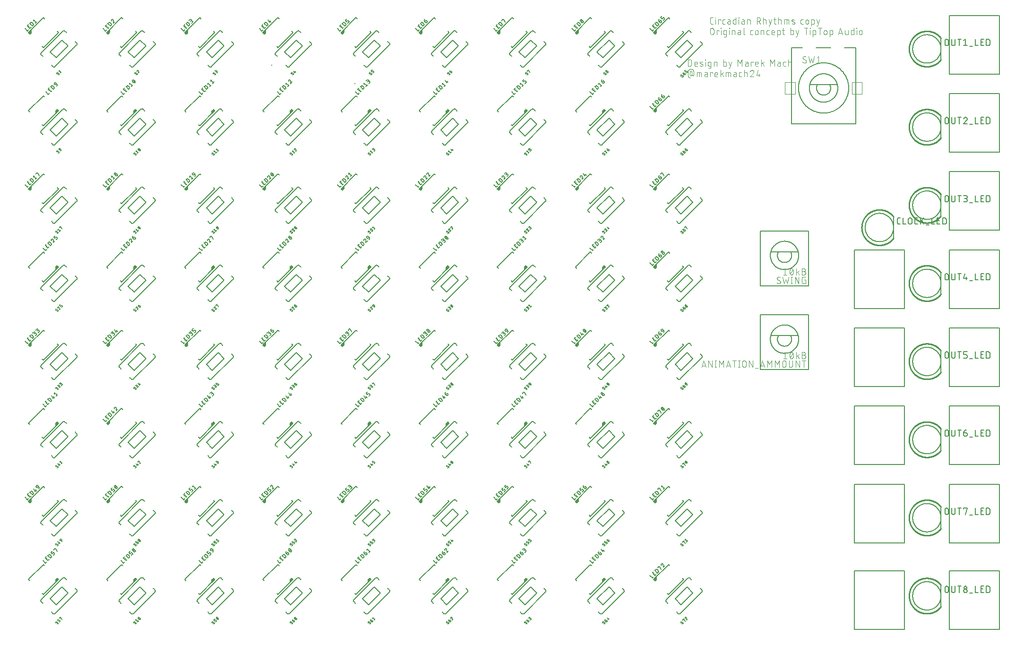
<source format=gbr>
G04 EAGLE Gerber X2 export*
%TF.Part,Single*%
%TF.FileFunction,Legend,Top,1*%
%TF.FilePolarity,Positive*%
%TF.GenerationSoftware,Autodesk,EAGLE,9.1.1*%
%TF.CreationDate,2018-07-20T09:13:18Z*%
G75*
%MOMM*%
%FSLAX34Y34*%
%LPD*%
%AMOC8*
5,1,8,0,0,1.08239X$1,22.5*%
G01*
%ADD10C,0.101600*%
%ADD11C,0.127000*%
%ADD12C,0.152400*%
%ADD13C,0.203200*%
%ADD14C,0.254000*%
%ADD15C,0.000000*%

G36*
X616729Y927121D02*
X616729Y927121D01*
X616753Y927121D01*
X616835Y927155D01*
X616920Y927182D01*
X616942Y927198D01*
X616961Y927205D01*
X616998Y927239D01*
X617071Y927293D01*
X622459Y932682D01*
X622497Y932735D01*
X622542Y932783D01*
X622560Y932827D01*
X622587Y932866D01*
X622604Y932929D01*
X622629Y932990D01*
X622631Y933037D01*
X622643Y933083D01*
X622636Y933148D01*
X622639Y933214D01*
X622625Y933259D01*
X622620Y933306D01*
X622591Y933365D01*
X622571Y933428D01*
X622538Y933472D01*
X622521Y933507D01*
X622492Y933534D01*
X622459Y933578D01*
X619765Y936273D01*
X619711Y936310D01*
X619663Y936355D01*
X619620Y936374D01*
X619581Y936401D01*
X619517Y936417D01*
X619457Y936443D01*
X619409Y936445D01*
X619364Y936457D01*
X619298Y936450D01*
X619233Y936453D01*
X619188Y936438D01*
X619141Y936433D01*
X619082Y936404D01*
X619019Y936384D01*
X618975Y936351D01*
X618939Y936334D01*
X618912Y936305D01*
X618868Y936273D01*
X616174Y933579D01*
X616150Y933544D01*
X616119Y933515D01*
X616086Y933452D01*
X616046Y933394D01*
X616035Y933353D01*
X616016Y933315D01*
X616003Y933226D01*
X615990Y933177D01*
X615992Y933156D01*
X615988Y933130D01*
X615988Y927742D01*
X616004Y927654D01*
X616013Y927566D01*
X616024Y927544D01*
X616028Y927521D01*
X616073Y927444D01*
X616113Y927365D01*
X616130Y927348D01*
X616142Y927328D01*
X616211Y927272D01*
X616276Y927211D01*
X616298Y927201D01*
X616316Y927186D01*
X616401Y927158D01*
X616483Y927123D01*
X616506Y927122D01*
X616529Y927115D01*
X616618Y927117D01*
X616707Y927113D01*
X616729Y927121D01*
G37*
G36*
X196729Y647121D02*
X196729Y647121D01*
X196753Y647121D01*
X196835Y647155D01*
X196920Y647182D01*
X196942Y647198D01*
X196961Y647205D01*
X196998Y647239D01*
X197071Y647293D01*
X202459Y652682D01*
X202497Y652735D01*
X202542Y652783D01*
X202560Y652827D01*
X202587Y652866D01*
X202604Y652929D01*
X202629Y652990D01*
X202631Y653037D01*
X202643Y653083D01*
X202636Y653148D01*
X202639Y653214D01*
X202625Y653259D01*
X202620Y653306D01*
X202591Y653365D01*
X202571Y653428D01*
X202538Y653472D01*
X202521Y653507D01*
X202492Y653534D01*
X202459Y653578D01*
X199765Y656273D01*
X199711Y656310D01*
X199663Y656355D01*
X199620Y656374D01*
X199581Y656401D01*
X199517Y656417D01*
X199457Y656443D01*
X199409Y656445D01*
X199364Y656457D01*
X199298Y656450D01*
X199233Y656453D01*
X199188Y656438D01*
X199141Y656433D01*
X199082Y656404D01*
X199019Y656384D01*
X198975Y656351D01*
X198939Y656334D01*
X198912Y656305D01*
X198868Y656273D01*
X196174Y653579D01*
X196150Y653544D01*
X196119Y653515D01*
X196086Y653452D01*
X196046Y653394D01*
X196035Y653353D01*
X196016Y653315D01*
X196003Y653226D01*
X195990Y653177D01*
X195992Y653156D01*
X195988Y653130D01*
X195988Y647742D01*
X196004Y647654D01*
X196013Y647566D01*
X196024Y647544D01*
X196028Y647521D01*
X196073Y647444D01*
X196113Y647365D01*
X196130Y647348D01*
X196142Y647328D01*
X196211Y647272D01*
X196276Y647211D01*
X196298Y647201D01*
X196316Y647186D01*
X196401Y647158D01*
X196483Y647123D01*
X196506Y647122D01*
X196529Y647115D01*
X196618Y647117D01*
X196707Y647113D01*
X196729Y647121D01*
G37*
G36*
X756729Y647121D02*
X756729Y647121D01*
X756753Y647121D01*
X756835Y647155D01*
X756920Y647182D01*
X756942Y647198D01*
X756961Y647205D01*
X756998Y647239D01*
X757071Y647293D01*
X762459Y652682D01*
X762497Y652735D01*
X762542Y652783D01*
X762560Y652827D01*
X762587Y652866D01*
X762604Y652929D01*
X762629Y652990D01*
X762631Y653037D01*
X762643Y653083D01*
X762636Y653148D01*
X762639Y653214D01*
X762625Y653259D01*
X762620Y653306D01*
X762591Y653365D01*
X762571Y653428D01*
X762538Y653472D01*
X762521Y653507D01*
X762492Y653534D01*
X762459Y653578D01*
X759765Y656273D01*
X759711Y656310D01*
X759663Y656355D01*
X759620Y656374D01*
X759581Y656401D01*
X759517Y656417D01*
X759457Y656443D01*
X759409Y656445D01*
X759364Y656457D01*
X759298Y656450D01*
X759233Y656453D01*
X759188Y656438D01*
X759141Y656433D01*
X759082Y656404D01*
X759019Y656384D01*
X758975Y656351D01*
X758939Y656334D01*
X758912Y656305D01*
X758868Y656273D01*
X756174Y653579D01*
X756150Y653544D01*
X756119Y653515D01*
X756086Y653452D01*
X756046Y653394D01*
X756035Y653353D01*
X756016Y653315D01*
X756003Y653226D01*
X755990Y653177D01*
X755992Y653156D01*
X755988Y653130D01*
X755988Y647742D01*
X756004Y647654D01*
X756013Y647566D01*
X756024Y647544D01*
X756028Y647521D01*
X756073Y647444D01*
X756113Y647365D01*
X756130Y647348D01*
X756142Y647328D01*
X756211Y647272D01*
X756276Y647211D01*
X756298Y647201D01*
X756316Y647186D01*
X756401Y647158D01*
X756483Y647123D01*
X756506Y647122D01*
X756529Y647115D01*
X756618Y647117D01*
X756707Y647113D01*
X756729Y647121D01*
G37*
G36*
X616729Y647121D02*
X616729Y647121D01*
X616753Y647121D01*
X616835Y647155D01*
X616920Y647182D01*
X616942Y647198D01*
X616961Y647205D01*
X616998Y647239D01*
X617071Y647293D01*
X622459Y652682D01*
X622497Y652735D01*
X622542Y652783D01*
X622560Y652827D01*
X622587Y652866D01*
X622604Y652929D01*
X622629Y652990D01*
X622631Y653037D01*
X622643Y653083D01*
X622636Y653148D01*
X622639Y653214D01*
X622625Y653259D01*
X622620Y653306D01*
X622591Y653365D01*
X622571Y653428D01*
X622538Y653472D01*
X622521Y653507D01*
X622492Y653534D01*
X622459Y653578D01*
X619765Y656273D01*
X619711Y656310D01*
X619663Y656355D01*
X619620Y656374D01*
X619581Y656401D01*
X619517Y656417D01*
X619457Y656443D01*
X619409Y656445D01*
X619364Y656457D01*
X619298Y656450D01*
X619233Y656453D01*
X619188Y656438D01*
X619141Y656433D01*
X619082Y656404D01*
X619019Y656384D01*
X618975Y656351D01*
X618939Y656334D01*
X618912Y656305D01*
X618868Y656273D01*
X616174Y653579D01*
X616150Y653544D01*
X616119Y653515D01*
X616086Y653452D01*
X616046Y653394D01*
X616035Y653353D01*
X616016Y653315D01*
X616003Y653226D01*
X615990Y653177D01*
X615992Y653156D01*
X615988Y653130D01*
X615988Y647742D01*
X616004Y647654D01*
X616013Y647566D01*
X616024Y647544D01*
X616028Y647521D01*
X616073Y647444D01*
X616113Y647365D01*
X616130Y647348D01*
X616142Y647328D01*
X616211Y647272D01*
X616276Y647211D01*
X616298Y647201D01*
X616316Y647186D01*
X616401Y647158D01*
X616483Y647123D01*
X616506Y647122D01*
X616529Y647115D01*
X616618Y647117D01*
X616707Y647113D01*
X616729Y647121D01*
G37*
G36*
X56729Y647121D02*
X56729Y647121D01*
X56753Y647121D01*
X56835Y647155D01*
X56920Y647182D01*
X56942Y647198D01*
X56961Y647205D01*
X56998Y647239D01*
X57071Y647293D01*
X62459Y652682D01*
X62497Y652735D01*
X62542Y652783D01*
X62560Y652827D01*
X62587Y652866D01*
X62604Y652929D01*
X62629Y652990D01*
X62631Y653037D01*
X62643Y653083D01*
X62636Y653148D01*
X62639Y653214D01*
X62625Y653259D01*
X62620Y653306D01*
X62591Y653365D01*
X62571Y653428D01*
X62538Y653472D01*
X62521Y653507D01*
X62492Y653534D01*
X62459Y653578D01*
X59765Y656273D01*
X59711Y656310D01*
X59663Y656355D01*
X59620Y656374D01*
X59581Y656401D01*
X59517Y656417D01*
X59457Y656443D01*
X59409Y656445D01*
X59364Y656457D01*
X59298Y656450D01*
X59233Y656453D01*
X59188Y656438D01*
X59141Y656433D01*
X59082Y656404D01*
X59019Y656384D01*
X58975Y656351D01*
X58939Y656334D01*
X58912Y656305D01*
X58868Y656273D01*
X56174Y653579D01*
X56150Y653544D01*
X56119Y653515D01*
X56086Y653452D01*
X56046Y653394D01*
X56035Y653353D01*
X56016Y653315D01*
X56003Y653226D01*
X55990Y653177D01*
X55992Y653156D01*
X55988Y653130D01*
X55988Y647742D01*
X56004Y647654D01*
X56013Y647566D01*
X56024Y647544D01*
X56028Y647521D01*
X56073Y647444D01*
X56113Y647365D01*
X56130Y647348D01*
X56142Y647328D01*
X56211Y647272D01*
X56276Y647211D01*
X56298Y647201D01*
X56316Y647186D01*
X56401Y647158D01*
X56483Y647123D01*
X56506Y647122D01*
X56529Y647115D01*
X56618Y647117D01*
X56707Y647113D01*
X56729Y647121D01*
G37*
G36*
X1036729Y647121D02*
X1036729Y647121D01*
X1036753Y647121D01*
X1036835Y647155D01*
X1036920Y647182D01*
X1036942Y647198D01*
X1036961Y647205D01*
X1036998Y647239D01*
X1037071Y647293D01*
X1042459Y652682D01*
X1042497Y652735D01*
X1042542Y652783D01*
X1042560Y652827D01*
X1042587Y652866D01*
X1042604Y652929D01*
X1042629Y652990D01*
X1042631Y653037D01*
X1042643Y653083D01*
X1042636Y653148D01*
X1042639Y653214D01*
X1042625Y653259D01*
X1042620Y653306D01*
X1042591Y653365D01*
X1042571Y653428D01*
X1042538Y653472D01*
X1042521Y653507D01*
X1042492Y653534D01*
X1042459Y653578D01*
X1039765Y656273D01*
X1039711Y656310D01*
X1039663Y656355D01*
X1039620Y656374D01*
X1039581Y656401D01*
X1039517Y656417D01*
X1039457Y656443D01*
X1039409Y656445D01*
X1039364Y656457D01*
X1039298Y656450D01*
X1039233Y656453D01*
X1039188Y656438D01*
X1039141Y656433D01*
X1039082Y656404D01*
X1039019Y656384D01*
X1038975Y656351D01*
X1038939Y656334D01*
X1038912Y656305D01*
X1038868Y656273D01*
X1036174Y653579D01*
X1036150Y653544D01*
X1036119Y653515D01*
X1036086Y653452D01*
X1036046Y653394D01*
X1036035Y653353D01*
X1036016Y653315D01*
X1036003Y653226D01*
X1035990Y653177D01*
X1035992Y653156D01*
X1035988Y653130D01*
X1035988Y647742D01*
X1036004Y647654D01*
X1036013Y647566D01*
X1036024Y647544D01*
X1036028Y647521D01*
X1036073Y647444D01*
X1036113Y647365D01*
X1036130Y647348D01*
X1036142Y647328D01*
X1036211Y647272D01*
X1036276Y647211D01*
X1036298Y647201D01*
X1036316Y647186D01*
X1036401Y647158D01*
X1036483Y647123D01*
X1036506Y647122D01*
X1036529Y647115D01*
X1036618Y647117D01*
X1036707Y647113D01*
X1036729Y647121D01*
G37*
G36*
X896729Y647121D02*
X896729Y647121D01*
X896753Y647121D01*
X896835Y647155D01*
X896920Y647182D01*
X896942Y647198D01*
X896961Y647205D01*
X896998Y647239D01*
X897071Y647293D01*
X902459Y652682D01*
X902497Y652735D01*
X902542Y652783D01*
X902560Y652827D01*
X902587Y652866D01*
X902604Y652929D01*
X902629Y652990D01*
X902631Y653037D01*
X902643Y653083D01*
X902636Y653148D01*
X902639Y653214D01*
X902625Y653259D01*
X902620Y653306D01*
X902591Y653365D01*
X902571Y653428D01*
X902538Y653472D01*
X902521Y653507D01*
X902492Y653534D01*
X902459Y653578D01*
X899765Y656273D01*
X899711Y656310D01*
X899663Y656355D01*
X899620Y656374D01*
X899581Y656401D01*
X899517Y656417D01*
X899457Y656443D01*
X899409Y656445D01*
X899364Y656457D01*
X899298Y656450D01*
X899233Y656453D01*
X899188Y656438D01*
X899141Y656433D01*
X899082Y656404D01*
X899019Y656384D01*
X898975Y656351D01*
X898939Y656334D01*
X898912Y656305D01*
X898868Y656273D01*
X896174Y653579D01*
X896150Y653544D01*
X896119Y653515D01*
X896086Y653452D01*
X896046Y653394D01*
X896035Y653353D01*
X896016Y653315D01*
X896003Y653226D01*
X895990Y653177D01*
X895992Y653156D01*
X895988Y653130D01*
X895988Y647742D01*
X896004Y647654D01*
X896013Y647566D01*
X896024Y647544D01*
X896028Y647521D01*
X896073Y647444D01*
X896113Y647365D01*
X896130Y647348D01*
X896142Y647328D01*
X896211Y647272D01*
X896276Y647211D01*
X896298Y647201D01*
X896316Y647186D01*
X896401Y647158D01*
X896483Y647123D01*
X896506Y647122D01*
X896529Y647115D01*
X896618Y647117D01*
X896707Y647113D01*
X896729Y647121D01*
G37*
G36*
X476729Y647121D02*
X476729Y647121D01*
X476753Y647121D01*
X476835Y647155D01*
X476920Y647182D01*
X476942Y647198D01*
X476961Y647205D01*
X476998Y647239D01*
X477071Y647293D01*
X482459Y652682D01*
X482497Y652735D01*
X482542Y652783D01*
X482560Y652827D01*
X482587Y652866D01*
X482604Y652929D01*
X482629Y652990D01*
X482631Y653037D01*
X482643Y653083D01*
X482636Y653148D01*
X482639Y653214D01*
X482625Y653259D01*
X482620Y653306D01*
X482591Y653365D01*
X482571Y653428D01*
X482538Y653472D01*
X482521Y653507D01*
X482492Y653534D01*
X482459Y653578D01*
X479765Y656273D01*
X479711Y656310D01*
X479663Y656355D01*
X479620Y656374D01*
X479581Y656401D01*
X479517Y656417D01*
X479457Y656443D01*
X479409Y656445D01*
X479364Y656457D01*
X479298Y656450D01*
X479233Y656453D01*
X479188Y656438D01*
X479141Y656433D01*
X479082Y656404D01*
X479019Y656384D01*
X478975Y656351D01*
X478939Y656334D01*
X478912Y656305D01*
X478868Y656273D01*
X476174Y653579D01*
X476150Y653544D01*
X476119Y653515D01*
X476086Y653452D01*
X476046Y653394D01*
X476035Y653353D01*
X476016Y653315D01*
X476003Y653226D01*
X475990Y653177D01*
X475992Y653156D01*
X475988Y653130D01*
X475988Y647742D01*
X476004Y647654D01*
X476013Y647566D01*
X476024Y647544D01*
X476028Y647521D01*
X476073Y647444D01*
X476113Y647365D01*
X476130Y647348D01*
X476142Y647328D01*
X476211Y647272D01*
X476276Y647211D01*
X476298Y647201D01*
X476316Y647186D01*
X476401Y647158D01*
X476483Y647123D01*
X476506Y647122D01*
X476529Y647115D01*
X476618Y647117D01*
X476707Y647113D01*
X476729Y647121D01*
G37*
G36*
X336729Y647121D02*
X336729Y647121D01*
X336753Y647121D01*
X336835Y647155D01*
X336920Y647182D01*
X336942Y647198D01*
X336961Y647205D01*
X336998Y647239D01*
X337071Y647293D01*
X342459Y652682D01*
X342497Y652735D01*
X342542Y652783D01*
X342560Y652827D01*
X342587Y652866D01*
X342604Y652929D01*
X342629Y652990D01*
X342631Y653037D01*
X342643Y653083D01*
X342636Y653148D01*
X342639Y653214D01*
X342625Y653259D01*
X342620Y653306D01*
X342591Y653365D01*
X342571Y653428D01*
X342538Y653472D01*
X342521Y653507D01*
X342492Y653534D01*
X342459Y653578D01*
X339765Y656273D01*
X339711Y656310D01*
X339663Y656355D01*
X339620Y656374D01*
X339581Y656401D01*
X339517Y656417D01*
X339457Y656443D01*
X339409Y656445D01*
X339364Y656457D01*
X339298Y656450D01*
X339233Y656453D01*
X339188Y656438D01*
X339141Y656433D01*
X339082Y656404D01*
X339019Y656384D01*
X338975Y656351D01*
X338939Y656334D01*
X338912Y656305D01*
X338868Y656273D01*
X336174Y653579D01*
X336150Y653544D01*
X336119Y653515D01*
X336086Y653452D01*
X336046Y653394D01*
X336035Y653353D01*
X336016Y653315D01*
X336003Y653226D01*
X335990Y653177D01*
X335992Y653156D01*
X335988Y653130D01*
X335988Y647742D01*
X336004Y647654D01*
X336013Y647566D01*
X336024Y647544D01*
X336028Y647521D01*
X336073Y647444D01*
X336113Y647365D01*
X336130Y647348D01*
X336142Y647328D01*
X336211Y647272D01*
X336276Y647211D01*
X336298Y647201D01*
X336316Y647186D01*
X336401Y647158D01*
X336483Y647123D01*
X336506Y647122D01*
X336529Y647115D01*
X336618Y647117D01*
X336707Y647113D01*
X336729Y647121D01*
G37*
G36*
X1036729Y927121D02*
X1036729Y927121D01*
X1036753Y927121D01*
X1036835Y927155D01*
X1036920Y927182D01*
X1036942Y927198D01*
X1036961Y927205D01*
X1036998Y927239D01*
X1037071Y927293D01*
X1042459Y932682D01*
X1042497Y932735D01*
X1042542Y932783D01*
X1042560Y932827D01*
X1042587Y932866D01*
X1042604Y932929D01*
X1042629Y932990D01*
X1042631Y933037D01*
X1042643Y933083D01*
X1042636Y933148D01*
X1042639Y933214D01*
X1042625Y933259D01*
X1042620Y933306D01*
X1042591Y933365D01*
X1042571Y933428D01*
X1042538Y933472D01*
X1042521Y933507D01*
X1042492Y933534D01*
X1042459Y933578D01*
X1039765Y936273D01*
X1039711Y936310D01*
X1039663Y936355D01*
X1039620Y936374D01*
X1039581Y936401D01*
X1039517Y936417D01*
X1039457Y936443D01*
X1039409Y936445D01*
X1039364Y936457D01*
X1039298Y936450D01*
X1039233Y936453D01*
X1039188Y936438D01*
X1039141Y936433D01*
X1039082Y936404D01*
X1039019Y936384D01*
X1038975Y936351D01*
X1038939Y936334D01*
X1038912Y936305D01*
X1038868Y936273D01*
X1036174Y933579D01*
X1036150Y933544D01*
X1036119Y933515D01*
X1036086Y933452D01*
X1036046Y933394D01*
X1036035Y933353D01*
X1036016Y933315D01*
X1036003Y933226D01*
X1035990Y933177D01*
X1035992Y933156D01*
X1035988Y933130D01*
X1035988Y927742D01*
X1036004Y927654D01*
X1036013Y927566D01*
X1036024Y927544D01*
X1036028Y927521D01*
X1036073Y927444D01*
X1036113Y927365D01*
X1036130Y927348D01*
X1036142Y927328D01*
X1036211Y927272D01*
X1036276Y927211D01*
X1036298Y927201D01*
X1036316Y927186D01*
X1036401Y927158D01*
X1036483Y927123D01*
X1036506Y927122D01*
X1036529Y927115D01*
X1036618Y927117D01*
X1036707Y927113D01*
X1036729Y927121D01*
G37*
G36*
X56729Y927121D02*
X56729Y927121D01*
X56753Y927121D01*
X56835Y927155D01*
X56920Y927182D01*
X56942Y927198D01*
X56961Y927205D01*
X56998Y927239D01*
X57071Y927293D01*
X62459Y932682D01*
X62497Y932735D01*
X62542Y932783D01*
X62560Y932827D01*
X62587Y932866D01*
X62604Y932929D01*
X62629Y932990D01*
X62631Y933037D01*
X62643Y933083D01*
X62636Y933148D01*
X62639Y933214D01*
X62625Y933259D01*
X62620Y933306D01*
X62591Y933365D01*
X62571Y933428D01*
X62538Y933472D01*
X62521Y933507D01*
X62492Y933534D01*
X62459Y933578D01*
X59765Y936273D01*
X59711Y936310D01*
X59663Y936355D01*
X59620Y936374D01*
X59581Y936401D01*
X59517Y936417D01*
X59457Y936443D01*
X59409Y936445D01*
X59364Y936457D01*
X59298Y936450D01*
X59233Y936453D01*
X59188Y936438D01*
X59141Y936433D01*
X59082Y936404D01*
X59019Y936384D01*
X58975Y936351D01*
X58939Y936334D01*
X58912Y936305D01*
X58868Y936273D01*
X56174Y933579D01*
X56150Y933544D01*
X56119Y933515D01*
X56086Y933452D01*
X56046Y933394D01*
X56035Y933353D01*
X56016Y933315D01*
X56003Y933226D01*
X55990Y933177D01*
X55992Y933156D01*
X55988Y933130D01*
X55988Y927742D01*
X56004Y927654D01*
X56013Y927566D01*
X56024Y927544D01*
X56028Y927521D01*
X56073Y927444D01*
X56113Y927365D01*
X56130Y927348D01*
X56142Y927328D01*
X56211Y927272D01*
X56276Y927211D01*
X56298Y927201D01*
X56316Y927186D01*
X56401Y927158D01*
X56483Y927123D01*
X56506Y927122D01*
X56529Y927115D01*
X56618Y927117D01*
X56707Y927113D01*
X56729Y927121D01*
G37*
G36*
X896729Y927121D02*
X896729Y927121D01*
X896753Y927121D01*
X896835Y927155D01*
X896920Y927182D01*
X896942Y927198D01*
X896961Y927205D01*
X896998Y927239D01*
X897071Y927293D01*
X902459Y932682D01*
X902497Y932735D01*
X902542Y932783D01*
X902560Y932827D01*
X902587Y932866D01*
X902604Y932929D01*
X902629Y932990D01*
X902631Y933037D01*
X902643Y933083D01*
X902636Y933148D01*
X902639Y933214D01*
X902625Y933259D01*
X902620Y933306D01*
X902591Y933365D01*
X902571Y933428D01*
X902538Y933472D01*
X902521Y933507D01*
X902492Y933534D01*
X902459Y933578D01*
X899765Y936273D01*
X899711Y936310D01*
X899663Y936355D01*
X899620Y936374D01*
X899581Y936401D01*
X899517Y936417D01*
X899457Y936443D01*
X899409Y936445D01*
X899364Y936457D01*
X899298Y936450D01*
X899233Y936453D01*
X899188Y936438D01*
X899141Y936433D01*
X899082Y936404D01*
X899019Y936384D01*
X898975Y936351D01*
X898939Y936334D01*
X898912Y936305D01*
X898868Y936273D01*
X896174Y933579D01*
X896150Y933544D01*
X896119Y933515D01*
X896086Y933452D01*
X896046Y933394D01*
X896035Y933353D01*
X896016Y933315D01*
X896003Y933226D01*
X895990Y933177D01*
X895992Y933156D01*
X895988Y933130D01*
X895988Y927742D01*
X896004Y927654D01*
X896013Y927566D01*
X896024Y927544D01*
X896028Y927521D01*
X896073Y927444D01*
X896113Y927365D01*
X896130Y927348D01*
X896142Y927328D01*
X896211Y927272D01*
X896276Y927211D01*
X896298Y927201D01*
X896316Y927186D01*
X896401Y927158D01*
X896483Y927123D01*
X896506Y927122D01*
X896529Y927115D01*
X896618Y927117D01*
X896707Y927113D01*
X896729Y927121D01*
G37*
G36*
X336729Y927121D02*
X336729Y927121D01*
X336753Y927121D01*
X336835Y927155D01*
X336920Y927182D01*
X336942Y927198D01*
X336961Y927205D01*
X336998Y927239D01*
X337071Y927293D01*
X342459Y932682D01*
X342497Y932735D01*
X342542Y932783D01*
X342560Y932827D01*
X342587Y932866D01*
X342604Y932929D01*
X342629Y932990D01*
X342631Y933037D01*
X342643Y933083D01*
X342636Y933148D01*
X342639Y933214D01*
X342625Y933259D01*
X342620Y933306D01*
X342591Y933365D01*
X342571Y933428D01*
X342538Y933472D01*
X342521Y933507D01*
X342492Y933534D01*
X342459Y933578D01*
X339765Y936273D01*
X339711Y936310D01*
X339663Y936355D01*
X339620Y936374D01*
X339581Y936401D01*
X339517Y936417D01*
X339457Y936443D01*
X339409Y936445D01*
X339364Y936457D01*
X339298Y936450D01*
X339233Y936453D01*
X339188Y936438D01*
X339141Y936433D01*
X339082Y936404D01*
X339019Y936384D01*
X338975Y936351D01*
X338939Y936334D01*
X338912Y936305D01*
X338868Y936273D01*
X336174Y933579D01*
X336150Y933544D01*
X336119Y933515D01*
X336086Y933452D01*
X336046Y933394D01*
X336035Y933353D01*
X336016Y933315D01*
X336003Y933226D01*
X335990Y933177D01*
X335992Y933156D01*
X335988Y933130D01*
X335988Y927742D01*
X336004Y927654D01*
X336013Y927566D01*
X336024Y927544D01*
X336028Y927521D01*
X336073Y927444D01*
X336113Y927365D01*
X336130Y927348D01*
X336142Y927328D01*
X336211Y927272D01*
X336276Y927211D01*
X336298Y927201D01*
X336316Y927186D01*
X336401Y927158D01*
X336483Y927123D01*
X336506Y927122D01*
X336529Y927115D01*
X336618Y927117D01*
X336707Y927113D01*
X336729Y927121D01*
G37*
G36*
X476729Y927121D02*
X476729Y927121D01*
X476753Y927121D01*
X476835Y927155D01*
X476920Y927182D01*
X476942Y927198D01*
X476961Y927205D01*
X476998Y927239D01*
X477071Y927293D01*
X482459Y932682D01*
X482497Y932735D01*
X482542Y932783D01*
X482560Y932827D01*
X482587Y932866D01*
X482604Y932929D01*
X482629Y932990D01*
X482631Y933037D01*
X482643Y933083D01*
X482636Y933148D01*
X482639Y933214D01*
X482625Y933259D01*
X482620Y933306D01*
X482591Y933365D01*
X482571Y933428D01*
X482538Y933472D01*
X482521Y933507D01*
X482492Y933534D01*
X482459Y933578D01*
X479765Y936273D01*
X479711Y936310D01*
X479663Y936355D01*
X479620Y936374D01*
X479581Y936401D01*
X479517Y936417D01*
X479457Y936443D01*
X479409Y936445D01*
X479364Y936457D01*
X479298Y936450D01*
X479233Y936453D01*
X479188Y936438D01*
X479141Y936433D01*
X479082Y936404D01*
X479019Y936384D01*
X478975Y936351D01*
X478939Y936334D01*
X478912Y936305D01*
X478868Y936273D01*
X476174Y933579D01*
X476150Y933544D01*
X476119Y933515D01*
X476086Y933452D01*
X476046Y933394D01*
X476035Y933353D01*
X476016Y933315D01*
X476003Y933226D01*
X475990Y933177D01*
X475992Y933156D01*
X475988Y933130D01*
X475988Y927742D01*
X476004Y927654D01*
X476013Y927566D01*
X476024Y927544D01*
X476028Y927521D01*
X476073Y927444D01*
X476113Y927365D01*
X476130Y927348D01*
X476142Y927328D01*
X476211Y927272D01*
X476276Y927211D01*
X476298Y927201D01*
X476316Y927186D01*
X476401Y927158D01*
X476483Y927123D01*
X476506Y927122D01*
X476529Y927115D01*
X476618Y927117D01*
X476707Y927113D01*
X476729Y927121D01*
G37*
G36*
X196729Y927121D02*
X196729Y927121D01*
X196753Y927121D01*
X196835Y927155D01*
X196920Y927182D01*
X196942Y927198D01*
X196961Y927205D01*
X196998Y927239D01*
X197071Y927293D01*
X202459Y932682D01*
X202497Y932735D01*
X202542Y932783D01*
X202560Y932827D01*
X202587Y932866D01*
X202604Y932929D01*
X202629Y932990D01*
X202631Y933037D01*
X202643Y933083D01*
X202636Y933148D01*
X202639Y933214D01*
X202625Y933259D01*
X202620Y933306D01*
X202591Y933365D01*
X202571Y933428D01*
X202538Y933472D01*
X202521Y933507D01*
X202492Y933534D01*
X202459Y933578D01*
X199765Y936273D01*
X199711Y936310D01*
X199663Y936355D01*
X199620Y936374D01*
X199581Y936401D01*
X199517Y936417D01*
X199457Y936443D01*
X199409Y936445D01*
X199364Y936457D01*
X199298Y936450D01*
X199233Y936453D01*
X199188Y936438D01*
X199141Y936433D01*
X199082Y936404D01*
X199019Y936384D01*
X198975Y936351D01*
X198939Y936334D01*
X198912Y936305D01*
X198868Y936273D01*
X196174Y933579D01*
X196150Y933544D01*
X196119Y933515D01*
X196086Y933452D01*
X196046Y933394D01*
X196035Y933353D01*
X196016Y933315D01*
X196003Y933226D01*
X195990Y933177D01*
X195992Y933156D01*
X195988Y933130D01*
X195988Y927742D01*
X196004Y927654D01*
X196013Y927566D01*
X196024Y927544D01*
X196028Y927521D01*
X196073Y927444D01*
X196113Y927365D01*
X196130Y927348D01*
X196142Y927328D01*
X196211Y927272D01*
X196276Y927211D01*
X196298Y927201D01*
X196316Y927186D01*
X196401Y927158D01*
X196483Y927123D01*
X196506Y927122D01*
X196529Y927115D01*
X196618Y927117D01*
X196707Y927113D01*
X196729Y927121D01*
G37*
G36*
X756729Y927121D02*
X756729Y927121D01*
X756753Y927121D01*
X756835Y927155D01*
X756920Y927182D01*
X756942Y927198D01*
X756961Y927205D01*
X756998Y927239D01*
X757071Y927293D01*
X762459Y932682D01*
X762497Y932735D01*
X762542Y932783D01*
X762560Y932827D01*
X762587Y932866D01*
X762604Y932929D01*
X762629Y932990D01*
X762631Y933037D01*
X762643Y933083D01*
X762636Y933148D01*
X762639Y933214D01*
X762625Y933259D01*
X762620Y933306D01*
X762591Y933365D01*
X762571Y933428D01*
X762538Y933472D01*
X762521Y933507D01*
X762492Y933534D01*
X762459Y933578D01*
X759765Y936273D01*
X759711Y936310D01*
X759663Y936355D01*
X759620Y936374D01*
X759581Y936401D01*
X759517Y936417D01*
X759457Y936443D01*
X759409Y936445D01*
X759364Y936457D01*
X759298Y936450D01*
X759233Y936453D01*
X759188Y936438D01*
X759141Y936433D01*
X759082Y936404D01*
X759019Y936384D01*
X758975Y936351D01*
X758939Y936334D01*
X758912Y936305D01*
X758868Y936273D01*
X756174Y933579D01*
X756150Y933544D01*
X756119Y933515D01*
X756086Y933452D01*
X756046Y933394D01*
X756035Y933353D01*
X756016Y933315D01*
X756003Y933226D01*
X755990Y933177D01*
X755992Y933156D01*
X755988Y933130D01*
X755988Y927742D01*
X756004Y927654D01*
X756013Y927566D01*
X756024Y927544D01*
X756028Y927521D01*
X756073Y927444D01*
X756113Y927365D01*
X756130Y927348D01*
X756142Y927328D01*
X756211Y927272D01*
X756276Y927211D01*
X756298Y927201D01*
X756316Y927186D01*
X756401Y927158D01*
X756483Y927123D01*
X756506Y927122D01*
X756529Y927115D01*
X756618Y927117D01*
X756707Y927113D01*
X756729Y927121D01*
G37*
G36*
X896729Y87121D02*
X896729Y87121D01*
X896753Y87121D01*
X896835Y87155D01*
X896920Y87182D01*
X896942Y87198D01*
X896961Y87205D01*
X896998Y87239D01*
X897071Y87293D01*
X902459Y92682D01*
X902497Y92736D01*
X902542Y92783D01*
X902560Y92827D01*
X902587Y92866D01*
X902604Y92929D01*
X902629Y92990D01*
X902631Y93037D01*
X902643Y93083D01*
X902636Y93148D01*
X902639Y93214D01*
X902625Y93259D01*
X902620Y93306D01*
X902591Y93365D01*
X902571Y93428D01*
X902538Y93472D01*
X902521Y93507D01*
X902492Y93534D01*
X902459Y93578D01*
X899765Y96273D01*
X899711Y96310D01*
X899663Y96355D01*
X899620Y96374D01*
X899581Y96401D01*
X899517Y96417D01*
X899457Y96443D01*
X899409Y96445D01*
X899364Y96457D01*
X899298Y96450D01*
X899233Y96453D01*
X899188Y96438D01*
X899141Y96433D01*
X899082Y96404D01*
X899019Y96384D01*
X898975Y96351D01*
X898939Y96334D01*
X898912Y96305D01*
X898868Y96273D01*
X896174Y93579D01*
X896150Y93544D01*
X896119Y93515D01*
X896086Y93452D01*
X896046Y93394D01*
X896035Y93353D01*
X896016Y93315D01*
X896003Y93226D01*
X895990Y93177D01*
X895992Y93156D01*
X895988Y93130D01*
X895988Y87742D01*
X896004Y87654D01*
X896013Y87566D01*
X896024Y87544D01*
X896028Y87521D01*
X896073Y87444D01*
X896113Y87365D01*
X896130Y87348D01*
X896142Y87328D01*
X896211Y87272D01*
X896276Y87211D01*
X896298Y87201D01*
X896316Y87186D01*
X896401Y87158D01*
X896483Y87123D01*
X896506Y87122D01*
X896529Y87115D01*
X896618Y87117D01*
X896707Y87113D01*
X896729Y87121D01*
G37*
G36*
X56729Y367121D02*
X56729Y367121D01*
X56753Y367121D01*
X56835Y367155D01*
X56920Y367182D01*
X56942Y367198D01*
X56961Y367205D01*
X56998Y367239D01*
X57071Y367293D01*
X62459Y372682D01*
X62497Y372736D01*
X62542Y372783D01*
X62560Y372827D01*
X62587Y372866D01*
X62604Y372929D01*
X62629Y372990D01*
X62631Y373037D01*
X62643Y373083D01*
X62636Y373148D01*
X62639Y373214D01*
X62625Y373259D01*
X62620Y373306D01*
X62591Y373365D01*
X62571Y373428D01*
X62538Y373472D01*
X62521Y373507D01*
X62492Y373534D01*
X62459Y373578D01*
X59765Y376273D01*
X59711Y376310D01*
X59663Y376355D01*
X59620Y376374D01*
X59581Y376401D01*
X59517Y376417D01*
X59457Y376443D01*
X59409Y376445D01*
X59364Y376457D01*
X59298Y376450D01*
X59233Y376453D01*
X59188Y376438D01*
X59141Y376433D01*
X59082Y376404D01*
X59019Y376384D01*
X58975Y376351D01*
X58939Y376334D01*
X58912Y376305D01*
X58868Y376273D01*
X56174Y373579D01*
X56150Y373544D01*
X56119Y373515D01*
X56086Y373452D01*
X56046Y373394D01*
X56035Y373353D01*
X56016Y373315D01*
X56003Y373226D01*
X55990Y373177D01*
X55992Y373156D01*
X55988Y373130D01*
X55988Y367742D01*
X56004Y367654D01*
X56013Y367566D01*
X56024Y367544D01*
X56028Y367521D01*
X56073Y367444D01*
X56113Y367365D01*
X56130Y367348D01*
X56142Y367328D01*
X56211Y367272D01*
X56276Y367211D01*
X56298Y367201D01*
X56316Y367186D01*
X56401Y367158D01*
X56483Y367123D01*
X56506Y367122D01*
X56529Y367115D01*
X56618Y367117D01*
X56707Y367113D01*
X56729Y367121D01*
G37*
G36*
X1036729Y367121D02*
X1036729Y367121D01*
X1036753Y367121D01*
X1036835Y367155D01*
X1036920Y367182D01*
X1036942Y367198D01*
X1036961Y367205D01*
X1036998Y367239D01*
X1037071Y367293D01*
X1042459Y372682D01*
X1042497Y372736D01*
X1042542Y372783D01*
X1042560Y372827D01*
X1042587Y372866D01*
X1042604Y372929D01*
X1042629Y372990D01*
X1042631Y373037D01*
X1042643Y373083D01*
X1042636Y373148D01*
X1042639Y373214D01*
X1042625Y373259D01*
X1042620Y373306D01*
X1042591Y373365D01*
X1042571Y373428D01*
X1042538Y373472D01*
X1042521Y373507D01*
X1042492Y373534D01*
X1042459Y373578D01*
X1039765Y376273D01*
X1039711Y376310D01*
X1039663Y376355D01*
X1039620Y376374D01*
X1039581Y376401D01*
X1039517Y376417D01*
X1039457Y376443D01*
X1039409Y376445D01*
X1039364Y376457D01*
X1039298Y376450D01*
X1039233Y376453D01*
X1039188Y376438D01*
X1039141Y376433D01*
X1039082Y376404D01*
X1039019Y376384D01*
X1038975Y376351D01*
X1038939Y376334D01*
X1038912Y376305D01*
X1038868Y376273D01*
X1036174Y373579D01*
X1036150Y373544D01*
X1036119Y373515D01*
X1036086Y373452D01*
X1036046Y373394D01*
X1036035Y373353D01*
X1036016Y373315D01*
X1036003Y373226D01*
X1035990Y373177D01*
X1035992Y373156D01*
X1035988Y373130D01*
X1035988Y367742D01*
X1036004Y367654D01*
X1036013Y367566D01*
X1036024Y367544D01*
X1036028Y367521D01*
X1036073Y367444D01*
X1036113Y367365D01*
X1036130Y367348D01*
X1036142Y367328D01*
X1036211Y367272D01*
X1036276Y367211D01*
X1036298Y367201D01*
X1036316Y367186D01*
X1036401Y367158D01*
X1036483Y367123D01*
X1036506Y367122D01*
X1036529Y367115D01*
X1036618Y367117D01*
X1036707Y367113D01*
X1036729Y367121D01*
G37*
G36*
X616729Y367121D02*
X616729Y367121D01*
X616753Y367121D01*
X616835Y367155D01*
X616920Y367182D01*
X616942Y367198D01*
X616961Y367205D01*
X616998Y367239D01*
X617071Y367293D01*
X622459Y372682D01*
X622497Y372736D01*
X622542Y372783D01*
X622560Y372827D01*
X622587Y372866D01*
X622604Y372929D01*
X622629Y372990D01*
X622631Y373037D01*
X622643Y373083D01*
X622636Y373148D01*
X622639Y373214D01*
X622625Y373259D01*
X622620Y373306D01*
X622591Y373365D01*
X622571Y373428D01*
X622538Y373472D01*
X622521Y373507D01*
X622492Y373534D01*
X622459Y373578D01*
X619765Y376273D01*
X619711Y376310D01*
X619663Y376355D01*
X619620Y376374D01*
X619581Y376401D01*
X619517Y376417D01*
X619457Y376443D01*
X619409Y376445D01*
X619364Y376457D01*
X619298Y376450D01*
X619233Y376453D01*
X619188Y376438D01*
X619141Y376433D01*
X619082Y376404D01*
X619019Y376384D01*
X618975Y376351D01*
X618939Y376334D01*
X618912Y376305D01*
X618868Y376273D01*
X616174Y373579D01*
X616150Y373544D01*
X616119Y373515D01*
X616086Y373452D01*
X616046Y373394D01*
X616035Y373353D01*
X616016Y373315D01*
X616003Y373226D01*
X615990Y373177D01*
X615992Y373156D01*
X615988Y373130D01*
X615988Y367742D01*
X616004Y367654D01*
X616013Y367566D01*
X616024Y367544D01*
X616028Y367521D01*
X616073Y367444D01*
X616113Y367365D01*
X616130Y367348D01*
X616142Y367328D01*
X616211Y367272D01*
X616276Y367211D01*
X616298Y367201D01*
X616316Y367186D01*
X616401Y367158D01*
X616483Y367123D01*
X616506Y367122D01*
X616529Y367115D01*
X616618Y367117D01*
X616707Y367113D01*
X616729Y367121D01*
G37*
G36*
X336729Y367121D02*
X336729Y367121D01*
X336753Y367121D01*
X336835Y367155D01*
X336920Y367182D01*
X336942Y367198D01*
X336961Y367205D01*
X336998Y367239D01*
X337071Y367293D01*
X342459Y372682D01*
X342497Y372736D01*
X342542Y372783D01*
X342560Y372827D01*
X342587Y372866D01*
X342604Y372929D01*
X342629Y372990D01*
X342631Y373037D01*
X342643Y373083D01*
X342636Y373148D01*
X342639Y373214D01*
X342625Y373259D01*
X342620Y373306D01*
X342591Y373365D01*
X342571Y373428D01*
X342538Y373472D01*
X342521Y373507D01*
X342492Y373534D01*
X342459Y373578D01*
X339765Y376273D01*
X339711Y376310D01*
X339663Y376355D01*
X339620Y376374D01*
X339581Y376401D01*
X339517Y376417D01*
X339457Y376443D01*
X339409Y376445D01*
X339364Y376457D01*
X339298Y376450D01*
X339233Y376453D01*
X339188Y376438D01*
X339141Y376433D01*
X339082Y376404D01*
X339019Y376384D01*
X338975Y376351D01*
X338939Y376334D01*
X338912Y376305D01*
X338868Y376273D01*
X336174Y373579D01*
X336150Y373544D01*
X336119Y373515D01*
X336086Y373452D01*
X336046Y373394D01*
X336035Y373353D01*
X336016Y373315D01*
X336003Y373226D01*
X335990Y373177D01*
X335992Y373156D01*
X335988Y373130D01*
X335988Y367742D01*
X336004Y367654D01*
X336013Y367566D01*
X336024Y367544D01*
X336028Y367521D01*
X336073Y367444D01*
X336113Y367365D01*
X336130Y367348D01*
X336142Y367328D01*
X336211Y367272D01*
X336276Y367211D01*
X336298Y367201D01*
X336316Y367186D01*
X336401Y367158D01*
X336483Y367123D01*
X336506Y367122D01*
X336529Y367115D01*
X336618Y367117D01*
X336707Y367113D01*
X336729Y367121D01*
G37*
G36*
X476729Y367121D02*
X476729Y367121D01*
X476753Y367121D01*
X476835Y367155D01*
X476920Y367182D01*
X476942Y367198D01*
X476961Y367205D01*
X476998Y367239D01*
X477071Y367293D01*
X482459Y372682D01*
X482497Y372736D01*
X482542Y372783D01*
X482560Y372827D01*
X482587Y372866D01*
X482604Y372929D01*
X482629Y372990D01*
X482631Y373037D01*
X482643Y373083D01*
X482636Y373148D01*
X482639Y373214D01*
X482625Y373259D01*
X482620Y373306D01*
X482591Y373365D01*
X482571Y373428D01*
X482538Y373472D01*
X482521Y373507D01*
X482492Y373534D01*
X482459Y373578D01*
X479765Y376273D01*
X479711Y376310D01*
X479663Y376355D01*
X479620Y376374D01*
X479581Y376401D01*
X479517Y376417D01*
X479457Y376443D01*
X479409Y376445D01*
X479364Y376457D01*
X479298Y376450D01*
X479233Y376453D01*
X479188Y376438D01*
X479141Y376433D01*
X479082Y376404D01*
X479019Y376384D01*
X478975Y376351D01*
X478939Y376334D01*
X478912Y376305D01*
X478868Y376273D01*
X476174Y373579D01*
X476150Y373544D01*
X476119Y373515D01*
X476086Y373452D01*
X476046Y373394D01*
X476035Y373353D01*
X476016Y373315D01*
X476003Y373226D01*
X475990Y373177D01*
X475992Y373156D01*
X475988Y373130D01*
X475988Y367742D01*
X476004Y367654D01*
X476013Y367566D01*
X476024Y367544D01*
X476028Y367521D01*
X476073Y367444D01*
X476113Y367365D01*
X476130Y367348D01*
X476142Y367328D01*
X476211Y367272D01*
X476276Y367211D01*
X476298Y367201D01*
X476316Y367186D01*
X476401Y367158D01*
X476483Y367123D01*
X476506Y367122D01*
X476529Y367115D01*
X476618Y367117D01*
X476707Y367113D01*
X476729Y367121D01*
G37*
G36*
X896729Y367121D02*
X896729Y367121D01*
X896753Y367121D01*
X896835Y367155D01*
X896920Y367182D01*
X896942Y367198D01*
X896961Y367205D01*
X896998Y367239D01*
X897071Y367293D01*
X902459Y372682D01*
X902497Y372736D01*
X902542Y372783D01*
X902560Y372827D01*
X902587Y372866D01*
X902604Y372929D01*
X902629Y372990D01*
X902631Y373037D01*
X902643Y373083D01*
X902636Y373148D01*
X902639Y373214D01*
X902625Y373259D01*
X902620Y373306D01*
X902591Y373365D01*
X902571Y373428D01*
X902538Y373472D01*
X902521Y373507D01*
X902492Y373534D01*
X902459Y373578D01*
X899765Y376273D01*
X899711Y376310D01*
X899663Y376355D01*
X899620Y376374D01*
X899581Y376401D01*
X899517Y376417D01*
X899457Y376443D01*
X899409Y376445D01*
X899364Y376457D01*
X899298Y376450D01*
X899233Y376453D01*
X899188Y376438D01*
X899141Y376433D01*
X899082Y376404D01*
X899019Y376384D01*
X898975Y376351D01*
X898939Y376334D01*
X898912Y376305D01*
X898868Y376273D01*
X896174Y373579D01*
X896150Y373544D01*
X896119Y373515D01*
X896086Y373452D01*
X896046Y373394D01*
X896035Y373353D01*
X896016Y373315D01*
X896003Y373226D01*
X895990Y373177D01*
X895992Y373156D01*
X895988Y373130D01*
X895988Y367742D01*
X896004Y367654D01*
X896013Y367566D01*
X896024Y367544D01*
X896028Y367521D01*
X896073Y367444D01*
X896113Y367365D01*
X896130Y367348D01*
X896142Y367328D01*
X896211Y367272D01*
X896276Y367211D01*
X896298Y367201D01*
X896316Y367186D01*
X896401Y367158D01*
X896483Y367123D01*
X896506Y367122D01*
X896529Y367115D01*
X896618Y367117D01*
X896707Y367113D01*
X896729Y367121D01*
G37*
G36*
X756729Y367121D02*
X756729Y367121D01*
X756753Y367121D01*
X756835Y367155D01*
X756920Y367182D01*
X756942Y367198D01*
X756961Y367205D01*
X756998Y367239D01*
X757071Y367293D01*
X762459Y372682D01*
X762497Y372736D01*
X762542Y372783D01*
X762560Y372827D01*
X762587Y372866D01*
X762604Y372929D01*
X762629Y372990D01*
X762631Y373037D01*
X762643Y373083D01*
X762636Y373148D01*
X762639Y373214D01*
X762625Y373259D01*
X762620Y373306D01*
X762591Y373365D01*
X762571Y373428D01*
X762538Y373472D01*
X762521Y373507D01*
X762492Y373534D01*
X762459Y373578D01*
X759765Y376273D01*
X759711Y376310D01*
X759663Y376355D01*
X759620Y376374D01*
X759581Y376401D01*
X759517Y376417D01*
X759457Y376443D01*
X759409Y376445D01*
X759364Y376457D01*
X759298Y376450D01*
X759233Y376453D01*
X759188Y376438D01*
X759141Y376433D01*
X759082Y376404D01*
X759019Y376384D01*
X758975Y376351D01*
X758939Y376334D01*
X758912Y376305D01*
X758868Y376273D01*
X756174Y373579D01*
X756150Y373544D01*
X756119Y373515D01*
X756086Y373452D01*
X756046Y373394D01*
X756035Y373353D01*
X756016Y373315D01*
X756003Y373226D01*
X755990Y373177D01*
X755992Y373156D01*
X755988Y373130D01*
X755988Y367742D01*
X756004Y367654D01*
X756013Y367566D01*
X756024Y367544D01*
X756028Y367521D01*
X756073Y367444D01*
X756113Y367365D01*
X756130Y367348D01*
X756142Y367328D01*
X756211Y367272D01*
X756276Y367211D01*
X756298Y367201D01*
X756316Y367186D01*
X756401Y367158D01*
X756483Y367123D01*
X756506Y367122D01*
X756529Y367115D01*
X756618Y367117D01*
X756707Y367113D01*
X756729Y367121D01*
G37*
G36*
X616729Y87121D02*
X616729Y87121D01*
X616753Y87121D01*
X616835Y87155D01*
X616920Y87182D01*
X616942Y87198D01*
X616961Y87205D01*
X616998Y87239D01*
X617071Y87293D01*
X622459Y92682D01*
X622497Y92736D01*
X622542Y92783D01*
X622560Y92827D01*
X622587Y92866D01*
X622604Y92929D01*
X622629Y92990D01*
X622631Y93037D01*
X622643Y93083D01*
X622636Y93148D01*
X622639Y93214D01*
X622625Y93259D01*
X622620Y93306D01*
X622591Y93365D01*
X622571Y93428D01*
X622538Y93472D01*
X622521Y93507D01*
X622492Y93534D01*
X622459Y93578D01*
X619765Y96273D01*
X619711Y96310D01*
X619663Y96355D01*
X619620Y96374D01*
X619581Y96401D01*
X619517Y96417D01*
X619457Y96443D01*
X619409Y96445D01*
X619364Y96457D01*
X619298Y96450D01*
X619233Y96453D01*
X619188Y96438D01*
X619141Y96433D01*
X619082Y96404D01*
X619019Y96384D01*
X618975Y96351D01*
X618939Y96334D01*
X618912Y96305D01*
X618868Y96273D01*
X616174Y93579D01*
X616150Y93544D01*
X616119Y93515D01*
X616086Y93452D01*
X616046Y93394D01*
X616035Y93353D01*
X616016Y93315D01*
X616003Y93226D01*
X615990Y93177D01*
X615992Y93156D01*
X615988Y93130D01*
X615988Y87742D01*
X616004Y87654D01*
X616013Y87566D01*
X616024Y87544D01*
X616028Y87521D01*
X616073Y87444D01*
X616113Y87365D01*
X616130Y87348D01*
X616142Y87328D01*
X616211Y87272D01*
X616276Y87211D01*
X616298Y87201D01*
X616316Y87186D01*
X616401Y87158D01*
X616483Y87123D01*
X616506Y87122D01*
X616529Y87115D01*
X616618Y87117D01*
X616707Y87113D01*
X616729Y87121D01*
G37*
G36*
X756729Y87121D02*
X756729Y87121D01*
X756753Y87121D01*
X756835Y87155D01*
X756920Y87182D01*
X756942Y87198D01*
X756961Y87205D01*
X756998Y87239D01*
X757071Y87293D01*
X762459Y92682D01*
X762497Y92736D01*
X762542Y92783D01*
X762560Y92827D01*
X762587Y92866D01*
X762604Y92929D01*
X762629Y92990D01*
X762631Y93037D01*
X762643Y93083D01*
X762636Y93148D01*
X762639Y93214D01*
X762625Y93259D01*
X762620Y93306D01*
X762591Y93365D01*
X762571Y93428D01*
X762538Y93472D01*
X762521Y93507D01*
X762492Y93534D01*
X762459Y93578D01*
X759765Y96273D01*
X759711Y96310D01*
X759663Y96355D01*
X759620Y96374D01*
X759581Y96401D01*
X759517Y96417D01*
X759457Y96443D01*
X759409Y96445D01*
X759364Y96457D01*
X759298Y96450D01*
X759233Y96453D01*
X759188Y96438D01*
X759141Y96433D01*
X759082Y96404D01*
X759019Y96384D01*
X758975Y96351D01*
X758939Y96334D01*
X758912Y96305D01*
X758868Y96273D01*
X756174Y93579D01*
X756150Y93544D01*
X756119Y93515D01*
X756086Y93452D01*
X756046Y93394D01*
X756035Y93353D01*
X756016Y93315D01*
X756003Y93226D01*
X755990Y93177D01*
X755992Y93156D01*
X755988Y93130D01*
X755988Y87742D01*
X756004Y87654D01*
X756013Y87566D01*
X756024Y87544D01*
X756028Y87521D01*
X756073Y87444D01*
X756113Y87365D01*
X756130Y87348D01*
X756142Y87328D01*
X756211Y87272D01*
X756276Y87211D01*
X756298Y87201D01*
X756316Y87186D01*
X756401Y87158D01*
X756483Y87123D01*
X756506Y87122D01*
X756529Y87115D01*
X756618Y87117D01*
X756707Y87113D01*
X756729Y87121D01*
G37*
G36*
X196729Y87121D02*
X196729Y87121D01*
X196753Y87121D01*
X196835Y87155D01*
X196920Y87182D01*
X196942Y87198D01*
X196961Y87205D01*
X196998Y87239D01*
X197071Y87293D01*
X202459Y92682D01*
X202497Y92736D01*
X202542Y92783D01*
X202560Y92827D01*
X202587Y92866D01*
X202604Y92929D01*
X202629Y92990D01*
X202631Y93037D01*
X202643Y93083D01*
X202636Y93148D01*
X202639Y93214D01*
X202625Y93259D01*
X202620Y93306D01*
X202591Y93365D01*
X202571Y93428D01*
X202538Y93472D01*
X202521Y93507D01*
X202492Y93534D01*
X202459Y93578D01*
X199765Y96273D01*
X199711Y96310D01*
X199663Y96355D01*
X199620Y96374D01*
X199581Y96401D01*
X199517Y96417D01*
X199457Y96443D01*
X199409Y96445D01*
X199364Y96457D01*
X199298Y96450D01*
X199233Y96453D01*
X199188Y96438D01*
X199141Y96433D01*
X199082Y96404D01*
X199019Y96384D01*
X198975Y96351D01*
X198939Y96334D01*
X198912Y96305D01*
X198868Y96273D01*
X196174Y93579D01*
X196150Y93544D01*
X196119Y93515D01*
X196086Y93452D01*
X196046Y93394D01*
X196035Y93353D01*
X196016Y93315D01*
X196003Y93226D01*
X195990Y93177D01*
X195992Y93156D01*
X195988Y93130D01*
X195988Y87742D01*
X196004Y87654D01*
X196013Y87566D01*
X196024Y87544D01*
X196028Y87521D01*
X196073Y87444D01*
X196113Y87365D01*
X196130Y87348D01*
X196142Y87328D01*
X196211Y87272D01*
X196276Y87211D01*
X196298Y87201D01*
X196316Y87186D01*
X196401Y87158D01*
X196483Y87123D01*
X196506Y87122D01*
X196529Y87115D01*
X196618Y87117D01*
X196707Y87113D01*
X196729Y87121D01*
G37*
G36*
X1036729Y87121D02*
X1036729Y87121D01*
X1036753Y87121D01*
X1036835Y87155D01*
X1036920Y87182D01*
X1036942Y87198D01*
X1036961Y87205D01*
X1036998Y87239D01*
X1037071Y87293D01*
X1042459Y92682D01*
X1042497Y92736D01*
X1042542Y92783D01*
X1042560Y92827D01*
X1042587Y92866D01*
X1042604Y92929D01*
X1042629Y92990D01*
X1042631Y93037D01*
X1042643Y93083D01*
X1042636Y93148D01*
X1042639Y93214D01*
X1042625Y93259D01*
X1042620Y93306D01*
X1042591Y93365D01*
X1042571Y93428D01*
X1042538Y93472D01*
X1042521Y93507D01*
X1042492Y93534D01*
X1042459Y93578D01*
X1039765Y96273D01*
X1039711Y96310D01*
X1039663Y96355D01*
X1039620Y96374D01*
X1039581Y96401D01*
X1039517Y96417D01*
X1039457Y96443D01*
X1039409Y96445D01*
X1039364Y96457D01*
X1039298Y96450D01*
X1039233Y96453D01*
X1039188Y96438D01*
X1039141Y96433D01*
X1039082Y96404D01*
X1039019Y96384D01*
X1038975Y96351D01*
X1038939Y96334D01*
X1038912Y96305D01*
X1038868Y96273D01*
X1036174Y93579D01*
X1036150Y93544D01*
X1036119Y93515D01*
X1036086Y93452D01*
X1036046Y93394D01*
X1036035Y93353D01*
X1036016Y93315D01*
X1036003Y93226D01*
X1035990Y93177D01*
X1035992Y93156D01*
X1035988Y93130D01*
X1035988Y87742D01*
X1036004Y87654D01*
X1036013Y87566D01*
X1036024Y87544D01*
X1036028Y87521D01*
X1036073Y87444D01*
X1036113Y87365D01*
X1036130Y87348D01*
X1036142Y87328D01*
X1036211Y87272D01*
X1036276Y87211D01*
X1036298Y87201D01*
X1036316Y87186D01*
X1036401Y87158D01*
X1036483Y87123D01*
X1036506Y87122D01*
X1036529Y87115D01*
X1036618Y87117D01*
X1036707Y87113D01*
X1036729Y87121D01*
G37*
G36*
X476729Y87121D02*
X476729Y87121D01*
X476753Y87121D01*
X476835Y87155D01*
X476920Y87182D01*
X476942Y87198D01*
X476961Y87205D01*
X476998Y87239D01*
X477071Y87293D01*
X482459Y92682D01*
X482497Y92736D01*
X482542Y92783D01*
X482560Y92827D01*
X482587Y92866D01*
X482604Y92929D01*
X482629Y92990D01*
X482631Y93037D01*
X482643Y93083D01*
X482636Y93148D01*
X482639Y93214D01*
X482625Y93259D01*
X482620Y93306D01*
X482591Y93365D01*
X482571Y93428D01*
X482538Y93472D01*
X482521Y93507D01*
X482492Y93534D01*
X482459Y93578D01*
X479765Y96273D01*
X479711Y96310D01*
X479663Y96355D01*
X479620Y96374D01*
X479581Y96401D01*
X479517Y96417D01*
X479457Y96443D01*
X479409Y96445D01*
X479364Y96457D01*
X479298Y96450D01*
X479233Y96453D01*
X479188Y96438D01*
X479141Y96433D01*
X479082Y96404D01*
X479019Y96384D01*
X478975Y96351D01*
X478939Y96334D01*
X478912Y96305D01*
X478868Y96273D01*
X476174Y93579D01*
X476150Y93544D01*
X476119Y93515D01*
X476086Y93452D01*
X476046Y93394D01*
X476035Y93353D01*
X476016Y93315D01*
X476003Y93226D01*
X475990Y93177D01*
X475992Y93156D01*
X475988Y93130D01*
X475988Y87742D01*
X476004Y87654D01*
X476013Y87566D01*
X476024Y87544D01*
X476028Y87521D01*
X476073Y87444D01*
X476113Y87365D01*
X476130Y87348D01*
X476142Y87328D01*
X476211Y87272D01*
X476276Y87211D01*
X476298Y87201D01*
X476316Y87186D01*
X476401Y87158D01*
X476483Y87123D01*
X476506Y87122D01*
X476529Y87115D01*
X476618Y87117D01*
X476707Y87113D01*
X476729Y87121D01*
G37*
G36*
X56729Y87121D02*
X56729Y87121D01*
X56753Y87121D01*
X56835Y87155D01*
X56920Y87182D01*
X56942Y87198D01*
X56961Y87205D01*
X56998Y87239D01*
X57071Y87293D01*
X62459Y92682D01*
X62497Y92736D01*
X62542Y92783D01*
X62560Y92827D01*
X62587Y92866D01*
X62604Y92929D01*
X62629Y92990D01*
X62631Y93037D01*
X62643Y93083D01*
X62636Y93148D01*
X62639Y93214D01*
X62625Y93259D01*
X62620Y93306D01*
X62591Y93365D01*
X62571Y93428D01*
X62538Y93472D01*
X62521Y93507D01*
X62492Y93534D01*
X62459Y93578D01*
X59765Y96273D01*
X59711Y96310D01*
X59663Y96355D01*
X59620Y96374D01*
X59581Y96401D01*
X59517Y96417D01*
X59457Y96443D01*
X59409Y96445D01*
X59364Y96457D01*
X59298Y96450D01*
X59233Y96453D01*
X59188Y96438D01*
X59141Y96433D01*
X59082Y96404D01*
X59019Y96384D01*
X58975Y96351D01*
X58939Y96334D01*
X58912Y96305D01*
X58868Y96273D01*
X56174Y93579D01*
X56150Y93544D01*
X56119Y93515D01*
X56086Y93452D01*
X56046Y93394D01*
X56035Y93353D01*
X56016Y93315D01*
X56003Y93226D01*
X55990Y93177D01*
X55992Y93156D01*
X55988Y93130D01*
X55988Y87742D01*
X56004Y87654D01*
X56013Y87566D01*
X56024Y87544D01*
X56028Y87521D01*
X56073Y87444D01*
X56113Y87365D01*
X56130Y87348D01*
X56142Y87328D01*
X56211Y87272D01*
X56276Y87211D01*
X56298Y87201D01*
X56316Y87186D01*
X56401Y87158D01*
X56483Y87123D01*
X56506Y87122D01*
X56529Y87115D01*
X56618Y87117D01*
X56707Y87113D01*
X56729Y87121D01*
G37*
G36*
X336729Y87121D02*
X336729Y87121D01*
X336753Y87121D01*
X336835Y87155D01*
X336920Y87182D01*
X336942Y87198D01*
X336961Y87205D01*
X336998Y87239D01*
X337071Y87293D01*
X342459Y92682D01*
X342497Y92736D01*
X342542Y92783D01*
X342560Y92827D01*
X342587Y92866D01*
X342604Y92929D01*
X342629Y92990D01*
X342631Y93037D01*
X342643Y93083D01*
X342636Y93148D01*
X342639Y93214D01*
X342625Y93259D01*
X342620Y93306D01*
X342591Y93365D01*
X342571Y93428D01*
X342538Y93472D01*
X342521Y93507D01*
X342492Y93534D01*
X342459Y93578D01*
X339765Y96273D01*
X339711Y96310D01*
X339663Y96355D01*
X339620Y96374D01*
X339581Y96401D01*
X339517Y96417D01*
X339457Y96443D01*
X339409Y96445D01*
X339364Y96457D01*
X339298Y96450D01*
X339233Y96453D01*
X339188Y96438D01*
X339141Y96433D01*
X339082Y96404D01*
X339019Y96384D01*
X338975Y96351D01*
X338939Y96334D01*
X338912Y96305D01*
X338868Y96273D01*
X336174Y93579D01*
X336150Y93544D01*
X336119Y93515D01*
X336086Y93452D01*
X336046Y93394D01*
X336035Y93353D01*
X336016Y93315D01*
X336003Y93226D01*
X335990Y93177D01*
X335992Y93156D01*
X335988Y93130D01*
X335988Y87742D01*
X336004Y87654D01*
X336013Y87566D01*
X336024Y87544D01*
X336028Y87521D01*
X336073Y87444D01*
X336113Y87365D01*
X336130Y87348D01*
X336142Y87328D01*
X336211Y87272D01*
X336276Y87211D01*
X336298Y87201D01*
X336316Y87186D01*
X336401Y87158D01*
X336483Y87123D01*
X336506Y87122D01*
X336529Y87115D01*
X336618Y87117D01*
X336707Y87113D01*
X336729Y87121D01*
G37*
G36*
X570842Y789810D02*
X570842Y789810D01*
X570907Y789807D01*
X570952Y789822D01*
X570999Y789827D01*
X571058Y789856D01*
X571121Y789876D01*
X571165Y789909D01*
X571201Y789926D01*
X571228Y789955D01*
X571272Y789987D01*
X573966Y792682D01*
X573990Y792716D01*
X574021Y792745D01*
X574054Y792808D01*
X574094Y792866D01*
X574105Y792907D01*
X574124Y792945D01*
X574137Y793034D01*
X574150Y793083D01*
X574148Y793104D01*
X574152Y793130D01*
X574152Y798518D01*
X574136Y798606D01*
X574127Y798694D01*
X574116Y798716D01*
X574112Y798739D01*
X574067Y798816D01*
X574027Y798895D01*
X574010Y798912D01*
X573998Y798932D01*
X573929Y798988D01*
X573864Y799049D01*
X573842Y799059D01*
X573824Y799074D01*
X573739Y799102D01*
X573657Y799137D01*
X573634Y799138D01*
X573611Y799145D01*
X573522Y799143D01*
X573433Y799147D01*
X573411Y799139D01*
X573387Y799139D01*
X573305Y799105D01*
X573220Y799078D01*
X573198Y799062D01*
X573179Y799055D01*
X573142Y799021D01*
X573069Y798967D01*
X567681Y793578D01*
X567643Y793525D01*
X567598Y793477D01*
X567580Y793433D01*
X567553Y793394D01*
X567536Y793331D01*
X567511Y793270D01*
X567509Y793223D01*
X567497Y793177D01*
X567504Y793112D01*
X567501Y793046D01*
X567515Y793001D01*
X567520Y792954D01*
X567549Y792895D01*
X567569Y792832D01*
X567602Y792788D01*
X567619Y792753D01*
X567648Y792726D01*
X567681Y792682D01*
X570375Y789987D01*
X570429Y789950D01*
X570477Y789905D01*
X570520Y789886D01*
X570559Y789859D01*
X570623Y789843D01*
X570683Y789817D01*
X570731Y789815D01*
X570776Y789803D01*
X570842Y789810D01*
G37*
G36*
X710842Y789810D02*
X710842Y789810D01*
X710907Y789807D01*
X710952Y789822D01*
X710999Y789827D01*
X711058Y789856D01*
X711121Y789876D01*
X711165Y789909D01*
X711201Y789926D01*
X711228Y789955D01*
X711272Y789987D01*
X713966Y792682D01*
X713990Y792716D01*
X714021Y792745D01*
X714054Y792808D01*
X714094Y792866D01*
X714105Y792907D01*
X714124Y792945D01*
X714137Y793034D01*
X714150Y793083D01*
X714148Y793104D01*
X714152Y793130D01*
X714152Y798518D01*
X714136Y798606D01*
X714127Y798694D01*
X714116Y798716D01*
X714112Y798739D01*
X714067Y798816D01*
X714027Y798895D01*
X714010Y798912D01*
X713998Y798932D01*
X713929Y798988D01*
X713864Y799049D01*
X713842Y799059D01*
X713824Y799074D01*
X713739Y799102D01*
X713657Y799137D01*
X713634Y799138D01*
X713611Y799145D01*
X713522Y799143D01*
X713433Y799147D01*
X713411Y799139D01*
X713387Y799139D01*
X713305Y799105D01*
X713220Y799078D01*
X713198Y799062D01*
X713179Y799055D01*
X713142Y799021D01*
X713069Y798967D01*
X707681Y793578D01*
X707643Y793525D01*
X707598Y793477D01*
X707580Y793433D01*
X707553Y793394D01*
X707536Y793331D01*
X707511Y793270D01*
X707509Y793223D01*
X707497Y793177D01*
X707504Y793112D01*
X707501Y793046D01*
X707515Y793001D01*
X707520Y792954D01*
X707549Y792895D01*
X707569Y792832D01*
X707602Y792788D01*
X707619Y792753D01*
X707648Y792726D01*
X707681Y792682D01*
X710375Y789987D01*
X710429Y789950D01*
X710477Y789905D01*
X710520Y789886D01*
X710559Y789859D01*
X710623Y789843D01*
X710683Y789817D01*
X710731Y789815D01*
X710776Y789803D01*
X710842Y789810D01*
G37*
G36*
X150842Y789810D02*
X150842Y789810D01*
X150907Y789807D01*
X150952Y789822D01*
X150999Y789827D01*
X151058Y789856D01*
X151121Y789876D01*
X151165Y789909D01*
X151201Y789926D01*
X151228Y789955D01*
X151272Y789987D01*
X153966Y792682D01*
X153990Y792716D01*
X154021Y792745D01*
X154054Y792808D01*
X154094Y792866D01*
X154105Y792907D01*
X154124Y792945D01*
X154137Y793034D01*
X154150Y793083D01*
X154148Y793104D01*
X154152Y793130D01*
X154152Y798518D01*
X154136Y798606D01*
X154127Y798694D01*
X154116Y798716D01*
X154112Y798739D01*
X154067Y798816D01*
X154027Y798895D01*
X154010Y798912D01*
X153998Y798932D01*
X153929Y798988D01*
X153864Y799049D01*
X153842Y799059D01*
X153824Y799074D01*
X153739Y799102D01*
X153657Y799137D01*
X153634Y799138D01*
X153611Y799145D01*
X153522Y799143D01*
X153433Y799147D01*
X153411Y799139D01*
X153387Y799139D01*
X153305Y799105D01*
X153220Y799078D01*
X153198Y799062D01*
X153179Y799055D01*
X153142Y799021D01*
X153069Y798967D01*
X147681Y793578D01*
X147643Y793525D01*
X147598Y793477D01*
X147580Y793433D01*
X147553Y793394D01*
X147536Y793331D01*
X147511Y793270D01*
X147509Y793223D01*
X147497Y793177D01*
X147504Y793112D01*
X147501Y793046D01*
X147515Y793001D01*
X147520Y792954D01*
X147549Y792895D01*
X147569Y792832D01*
X147602Y792788D01*
X147619Y792753D01*
X147648Y792726D01*
X147681Y792682D01*
X150375Y789987D01*
X150429Y789950D01*
X150477Y789905D01*
X150520Y789886D01*
X150559Y789859D01*
X150623Y789843D01*
X150683Y789817D01*
X150731Y789815D01*
X150776Y789803D01*
X150842Y789810D01*
G37*
G36*
X1130842Y789810D02*
X1130842Y789810D01*
X1130907Y789807D01*
X1130952Y789822D01*
X1130999Y789827D01*
X1131058Y789856D01*
X1131121Y789876D01*
X1131165Y789909D01*
X1131201Y789926D01*
X1131228Y789955D01*
X1131272Y789987D01*
X1133966Y792682D01*
X1133990Y792716D01*
X1134021Y792745D01*
X1134054Y792808D01*
X1134094Y792866D01*
X1134105Y792907D01*
X1134124Y792945D01*
X1134137Y793034D01*
X1134150Y793083D01*
X1134148Y793104D01*
X1134152Y793130D01*
X1134152Y798518D01*
X1134136Y798606D01*
X1134127Y798694D01*
X1134116Y798716D01*
X1134112Y798739D01*
X1134067Y798816D01*
X1134027Y798895D01*
X1134010Y798912D01*
X1133998Y798932D01*
X1133929Y798988D01*
X1133864Y799049D01*
X1133842Y799059D01*
X1133824Y799074D01*
X1133739Y799102D01*
X1133657Y799137D01*
X1133634Y799138D01*
X1133611Y799145D01*
X1133522Y799143D01*
X1133433Y799147D01*
X1133411Y799139D01*
X1133387Y799139D01*
X1133305Y799105D01*
X1133220Y799078D01*
X1133198Y799062D01*
X1133179Y799055D01*
X1133142Y799021D01*
X1133069Y798967D01*
X1127681Y793578D01*
X1127643Y793525D01*
X1127598Y793477D01*
X1127580Y793433D01*
X1127553Y793394D01*
X1127536Y793331D01*
X1127511Y793270D01*
X1127509Y793223D01*
X1127497Y793177D01*
X1127504Y793112D01*
X1127501Y793046D01*
X1127515Y793001D01*
X1127520Y792954D01*
X1127549Y792895D01*
X1127569Y792832D01*
X1127602Y792788D01*
X1127619Y792753D01*
X1127648Y792726D01*
X1127681Y792682D01*
X1130375Y789987D01*
X1130429Y789950D01*
X1130477Y789905D01*
X1130520Y789886D01*
X1130559Y789859D01*
X1130623Y789843D01*
X1130683Y789817D01*
X1130731Y789815D01*
X1130776Y789803D01*
X1130842Y789810D01*
G37*
G36*
X1130842Y649810D02*
X1130842Y649810D01*
X1130907Y649807D01*
X1130952Y649822D01*
X1130999Y649827D01*
X1131058Y649856D01*
X1131121Y649876D01*
X1131165Y649909D01*
X1131201Y649926D01*
X1131228Y649955D01*
X1131272Y649987D01*
X1133966Y652682D01*
X1133990Y652716D01*
X1134021Y652745D01*
X1134054Y652808D01*
X1134094Y652866D01*
X1134105Y652907D01*
X1134124Y652945D01*
X1134137Y653034D01*
X1134150Y653083D01*
X1134148Y653104D01*
X1134152Y653130D01*
X1134152Y658518D01*
X1134136Y658606D01*
X1134127Y658694D01*
X1134116Y658716D01*
X1134112Y658739D01*
X1134067Y658816D01*
X1134027Y658895D01*
X1134010Y658912D01*
X1133998Y658932D01*
X1133929Y658988D01*
X1133864Y659049D01*
X1133842Y659059D01*
X1133824Y659074D01*
X1133739Y659102D01*
X1133657Y659137D01*
X1133634Y659138D01*
X1133611Y659145D01*
X1133522Y659143D01*
X1133433Y659147D01*
X1133411Y659139D01*
X1133387Y659139D01*
X1133305Y659105D01*
X1133220Y659078D01*
X1133198Y659062D01*
X1133179Y659055D01*
X1133142Y659021D01*
X1133069Y658967D01*
X1127681Y653578D01*
X1127643Y653525D01*
X1127598Y653477D01*
X1127580Y653433D01*
X1127553Y653394D01*
X1127536Y653331D01*
X1127511Y653270D01*
X1127509Y653223D01*
X1127497Y653177D01*
X1127504Y653112D01*
X1127501Y653046D01*
X1127515Y653001D01*
X1127520Y652954D01*
X1127549Y652895D01*
X1127569Y652832D01*
X1127602Y652788D01*
X1127619Y652753D01*
X1127648Y652726D01*
X1127681Y652682D01*
X1130375Y649987D01*
X1130429Y649950D01*
X1130477Y649905D01*
X1130520Y649886D01*
X1130559Y649859D01*
X1130623Y649843D01*
X1130683Y649817D01*
X1130731Y649815D01*
X1130776Y649803D01*
X1130842Y649810D01*
G37*
G36*
X1130842Y929810D02*
X1130842Y929810D01*
X1130907Y929807D01*
X1130952Y929822D01*
X1130999Y929827D01*
X1131058Y929856D01*
X1131121Y929876D01*
X1131165Y929909D01*
X1131201Y929926D01*
X1131228Y929955D01*
X1131272Y929987D01*
X1133966Y932682D01*
X1133990Y932716D01*
X1134021Y932745D01*
X1134054Y932808D01*
X1134094Y932866D01*
X1134105Y932907D01*
X1134124Y932945D01*
X1134137Y933034D01*
X1134150Y933083D01*
X1134148Y933104D01*
X1134152Y933130D01*
X1134152Y938518D01*
X1134136Y938606D01*
X1134127Y938694D01*
X1134116Y938716D01*
X1134112Y938739D01*
X1134067Y938816D01*
X1134027Y938895D01*
X1134010Y938912D01*
X1133998Y938932D01*
X1133929Y938988D01*
X1133864Y939049D01*
X1133842Y939059D01*
X1133824Y939074D01*
X1133739Y939102D01*
X1133657Y939137D01*
X1133634Y939138D01*
X1133611Y939145D01*
X1133522Y939143D01*
X1133433Y939147D01*
X1133411Y939139D01*
X1133387Y939139D01*
X1133305Y939105D01*
X1133220Y939078D01*
X1133198Y939062D01*
X1133179Y939055D01*
X1133142Y939021D01*
X1133069Y938967D01*
X1127681Y933578D01*
X1127643Y933525D01*
X1127598Y933477D01*
X1127580Y933433D01*
X1127553Y933394D01*
X1127536Y933331D01*
X1127511Y933270D01*
X1127509Y933223D01*
X1127497Y933177D01*
X1127504Y933112D01*
X1127501Y933046D01*
X1127515Y933001D01*
X1127520Y932954D01*
X1127549Y932895D01*
X1127569Y932832D01*
X1127602Y932788D01*
X1127619Y932753D01*
X1127648Y932726D01*
X1127681Y932682D01*
X1130375Y929987D01*
X1130429Y929950D01*
X1130477Y929905D01*
X1130520Y929886D01*
X1130559Y929859D01*
X1130623Y929843D01*
X1130683Y929817D01*
X1130731Y929815D01*
X1130776Y929803D01*
X1130842Y929810D01*
G37*
G36*
X290842Y509810D02*
X290842Y509810D01*
X290907Y509807D01*
X290952Y509822D01*
X290999Y509827D01*
X291058Y509856D01*
X291121Y509876D01*
X291165Y509909D01*
X291201Y509926D01*
X291228Y509955D01*
X291272Y509987D01*
X293966Y512682D01*
X293990Y512716D01*
X294021Y512745D01*
X294054Y512808D01*
X294094Y512866D01*
X294105Y512907D01*
X294124Y512945D01*
X294137Y513034D01*
X294150Y513083D01*
X294148Y513104D01*
X294152Y513130D01*
X294152Y518518D01*
X294136Y518606D01*
X294127Y518694D01*
X294116Y518716D01*
X294112Y518739D01*
X294067Y518816D01*
X294027Y518895D01*
X294010Y518912D01*
X293998Y518932D01*
X293929Y518988D01*
X293864Y519049D01*
X293842Y519059D01*
X293824Y519074D01*
X293739Y519102D01*
X293657Y519137D01*
X293634Y519138D01*
X293611Y519145D01*
X293522Y519143D01*
X293433Y519147D01*
X293411Y519139D01*
X293387Y519139D01*
X293305Y519105D01*
X293220Y519078D01*
X293198Y519062D01*
X293179Y519055D01*
X293142Y519021D01*
X293069Y518967D01*
X287681Y513578D01*
X287643Y513525D01*
X287598Y513477D01*
X287580Y513433D01*
X287553Y513394D01*
X287536Y513331D01*
X287511Y513270D01*
X287509Y513223D01*
X287497Y513177D01*
X287504Y513112D01*
X287501Y513046D01*
X287515Y513001D01*
X287520Y512954D01*
X287549Y512895D01*
X287569Y512832D01*
X287602Y512788D01*
X287619Y512753D01*
X287648Y512726D01*
X287681Y512682D01*
X290375Y509987D01*
X290429Y509950D01*
X290477Y509905D01*
X290520Y509886D01*
X290559Y509859D01*
X290623Y509843D01*
X290683Y509817D01*
X290731Y509815D01*
X290776Y509803D01*
X290842Y509810D01*
G37*
G36*
X850842Y509810D02*
X850842Y509810D01*
X850907Y509807D01*
X850952Y509822D01*
X850999Y509827D01*
X851058Y509856D01*
X851121Y509876D01*
X851165Y509909D01*
X851201Y509926D01*
X851228Y509955D01*
X851272Y509987D01*
X853966Y512682D01*
X853990Y512716D01*
X854021Y512745D01*
X854054Y512808D01*
X854094Y512866D01*
X854105Y512907D01*
X854124Y512945D01*
X854137Y513034D01*
X854150Y513083D01*
X854148Y513104D01*
X854152Y513130D01*
X854152Y518518D01*
X854136Y518606D01*
X854127Y518694D01*
X854116Y518716D01*
X854112Y518739D01*
X854067Y518816D01*
X854027Y518895D01*
X854010Y518912D01*
X853998Y518932D01*
X853929Y518988D01*
X853864Y519049D01*
X853842Y519059D01*
X853824Y519074D01*
X853739Y519102D01*
X853657Y519137D01*
X853634Y519138D01*
X853611Y519145D01*
X853522Y519143D01*
X853433Y519147D01*
X853411Y519139D01*
X853387Y519139D01*
X853305Y519105D01*
X853220Y519078D01*
X853198Y519062D01*
X853179Y519055D01*
X853142Y519021D01*
X853069Y518967D01*
X847681Y513578D01*
X847643Y513525D01*
X847598Y513477D01*
X847580Y513433D01*
X847553Y513394D01*
X847536Y513331D01*
X847511Y513270D01*
X847509Y513223D01*
X847497Y513177D01*
X847504Y513112D01*
X847501Y513046D01*
X847515Y513001D01*
X847520Y512954D01*
X847549Y512895D01*
X847569Y512832D01*
X847602Y512788D01*
X847619Y512753D01*
X847648Y512726D01*
X847681Y512682D01*
X850375Y509987D01*
X850429Y509950D01*
X850477Y509905D01*
X850520Y509886D01*
X850559Y509859D01*
X850623Y509843D01*
X850683Y509817D01*
X850731Y509815D01*
X850776Y509803D01*
X850842Y509810D01*
G37*
G36*
X150842Y509810D02*
X150842Y509810D01*
X150907Y509807D01*
X150952Y509822D01*
X150999Y509827D01*
X151058Y509856D01*
X151121Y509876D01*
X151165Y509909D01*
X151201Y509926D01*
X151228Y509955D01*
X151272Y509987D01*
X153966Y512682D01*
X153990Y512716D01*
X154021Y512745D01*
X154054Y512808D01*
X154094Y512866D01*
X154105Y512907D01*
X154124Y512945D01*
X154137Y513034D01*
X154150Y513083D01*
X154148Y513104D01*
X154152Y513130D01*
X154152Y518518D01*
X154136Y518606D01*
X154127Y518694D01*
X154116Y518716D01*
X154112Y518739D01*
X154067Y518816D01*
X154027Y518895D01*
X154010Y518912D01*
X153998Y518932D01*
X153929Y518988D01*
X153864Y519049D01*
X153842Y519059D01*
X153824Y519074D01*
X153739Y519102D01*
X153657Y519137D01*
X153634Y519138D01*
X153611Y519145D01*
X153522Y519143D01*
X153433Y519147D01*
X153411Y519139D01*
X153387Y519139D01*
X153305Y519105D01*
X153220Y519078D01*
X153198Y519062D01*
X153179Y519055D01*
X153142Y519021D01*
X153069Y518967D01*
X147681Y513578D01*
X147643Y513525D01*
X147598Y513477D01*
X147580Y513433D01*
X147553Y513394D01*
X147536Y513331D01*
X147511Y513270D01*
X147509Y513223D01*
X147497Y513177D01*
X147504Y513112D01*
X147501Y513046D01*
X147515Y513001D01*
X147520Y512954D01*
X147549Y512895D01*
X147569Y512832D01*
X147602Y512788D01*
X147619Y512753D01*
X147648Y512726D01*
X147681Y512682D01*
X150375Y509987D01*
X150429Y509950D01*
X150477Y509905D01*
X150520Y509886D01*
X150559Y509859D01*
X150623Y509843D01*
X150683Y509817D01*
X150731Y509815D01*
X150776Y509803D01*
X150842Y509810D01*
G37*
G36*
X710842Y509810D02*
X710842Y509810D01*
X710907Y509807D01*
X710952Y509822D01*
X710999Y509827D01*
X711058Y509856D01*
X711121Y509876D01*
X711165Y509909D01*
X711201Y509926D01*
X711228Y509955D01*
X711272Y509987D01*
X713966Y512682D01*
X713990Y512716D01*
X714021Y512745D01*
X714054Y512808D01*
X714094Y512866D01*
X714105Y512907D01*
X714124Y512945D01*
X714137Y513034D01*
X714150Y513083D01*
X714148Y513104D01*
X714152Y513130D01*
X714152Y518518D01*
X714136Y518606D01*
X714127Y518694D01*
X714116Y518716D01*
X714112Y518739D01*
X714067Y518816D01*
X714027Y518895D01*
X714010Y518912D01*
X713998Y518932D01*
X713929Y518988D01*
X713864Y519049D01*
X713842Y519059D01*
X713824Y519074D01*
X713739Y519102D01*
X713657Y519137D01*
X713634Y519138D01*
X713611Y519145D01*
X713522Y519143D01*
X713433Y519147D01*
X713411Y519139D01*
X713387Y519139D01*
X713305Y519105D01*
X713220Y519078D01*
X713198Y519062D01*
X713179Y519055D01*
X713142Y519021D01*
X713069Y518967D01*
X707681Y513578D01*
X707643Y513525D01*
X707598Y513477D01*
X707580Y513433D01*
X707553Y513394D01*
X707536Y513331D01*
X707511Y513270D01*
X707509Y513223D01*
X707497Y513177D01*
X707504Y513112D01*
X707501Y513046D01*
X707515Y513001D01*
X707520Y512954D01*
X707549Y512895D01*
X707569Y512832D01*
X707602Y512788D01*
X707619Y512753D01*
X707648Y512726D01*
X707681Y512682D01*
X710375Y509987D01*
X710429Y509950D01*
X710477Y509905D01*
X710520Y509886D01*
X710559Y509859D01*
X710623Y509843D01*
X710683Y509817D01*
X710731Y509815D01*
X710776Y509803D01*
X710842Y509810D01*
G37*
G36*
X1130842Y509810D02*
X1130842Y509810D01*
X1130907Y509807D01*
X1130952Y509822D01*
X1130999Y509827D01*
X1131058Y509856D01*
X1131121Y509876D01*
X1131165Y509909D01*
X1131201Y509926D01*
X1131228Y509955D01*
X1131272Y509987D01*
X1133966Y512682D01*
X1133990Y512716D01*
X1134021Y512745D01*
X1134054Y512808D01*
X1134094Y512866D01*
X1134105Y512907D01*
X1134124Y512945D01*
X1134137Y513034D01*
X1134150Y513083D01*
X1134148Y513104D01*
X1134152Y513130D01*
X1134152Y518518D01*
X1134136Y518606D01*
X1134127Y518694D01*
X1134116Y518716D01*
X1134112Y518739D01*
X1134067Y518816D01*
X1134027Y518895D01*
X1134010Y518912D01*
X1133998Y518932D01*
X1133929Y518988D01*
X1133864Y519049D01*
X1133842Y519059D01*
X1133824Y519074D01*
X1133739Y519102D01*
X1133657Y519137D01*
X1133634Y519138D01*
X1133611Y519145D01*
X1133522Y519143D01*
X1133433Y519147D01*
X1133411Y519139D01*
X1133387Y519139D01*
X1133305Y519105D01*
X1133220Y519078D01*
X1133198Y519062D01*
X1133179Y519055D01*
X1133142Y519021D01*
X1133069Y518967D01*
X1127681Y513578D01*
X1127643Y513525D01*
X1127598Y513477D01*
X1127580Y513433D01*
X1127553Y513394D01*
X1127536Y513331D01*
X1127511Y513270D01*
X1127509Y513223D01*
X1127497Y513177D01*
X1127504Y513112D01*
X1127501Y513046D01*
X1127515Y513001D01*
X1127520Y512954D01*
X1127549Y512895D01*
X1127569Y512832D01*
X1127602Y512788D01*
X1127619Y512753D01*
X1127648Y512726D01*
X1127681Y512682D01*
X1130375Y509987D01*
X1130429Y509950D01*
X1130477Y509905D01*
X1130520Y509886D01*
X1130559Y509859D01*
X1130623Y509843D01*
X1130683Y509817D01*
X1130731Y509815D01*
X1130776Y509803D01*
X1130842Y509810D01*
G37*
G36*
X990842Y509810D02*
X990842Y509810D01*
X990907Y509807D01*
X990952Y509822D01*
X990999Y509827D01*
X991058Y509856D01*
X991121Y509876D01*
X991165Y509909D01*
X991201Y509926D01*
X991228Y509955D01*
X991272Y509987D01*
X993966Y512682D01*
X993990Y512716D01*
X994021Y512745D01*
X994054Y512808D01*
X994094Y512866D01*
X994105Y512907D01*
X994124Y512945D01*
X994137Y513034D01*
X994150Y513083D01*
X994148Y513104D01*
X994152Y513130D01*
X994152Y518518D01*
X994136Y518606D01*
X994127Y518694D01*
X994116Y518716D01*
X994112Y518739D01*
X994067Y518816D01*
X994027Y518895D01*
X994010Y518912D01*
X993998Y518932D01*
X993929Y518988D01*
X993864Y519049D01*
X993842Y519059D01*
X993824Y519074D01*
X993739Y519102D01*
X993657Y519137D01*
X993634Y519138D01*
X993611Y519145D01*
X993522Y519143D01*
X993433Y519147D01*
X993411Y519139D01*
X993387Y519139D01*
X993305Y519105D01*
X993220Y519078D01*
X993198Y519062D01*
X993179Y519055D01*
X993142Y519021D01*
X993069Y518967D01*
X987681Y513578D01*
X987643Y513525D01*
X987598Y513477D01*
X987580Y513433D01*
X987553Y513394D01*
X987536Y513331D01*
X987511Y513270D01*
X987509Y513223D01*
X987497Y513177D01*
X987504Y513112D01*
X987501Y513046D01*
X987515Y513001D01*
X987520Y512954D01*
X987549Y512895D01*
X987569Y512832D01*
X987602Y512788D01*
X987619Y512753D01*
X987648Y512726D01*
X987681Y512682D01*
X990375Y509987D01*
X990429Y509950D01*
X990477Y509905D01*
X990520Y509886D01*
X990559Y509859D01*
X990623Y509843D01*
X990683Y509817D01*
X990731Y509815D01*
X990776Y509803D01*
X990842Y509810D01*
G37*
G36*
X430842Y509810D02*
X430842Y509810D01*
X430907Y509807D01*
X430952Y509822D01*
X430999Y509827D01*
X431058Y509856D01*
X431121Y509876D01*
X431165Y509909D01*
X431201Y509926D01*
X431228Y509955D01*
X431272Y509987D01*
X433966Y512682D01*
X433990Y512716D01*
X434021Y512745D01*
X434054Y512808D01*
X434094Y512866D01*
X434105Y512907D01*
X434124Y512945D01*
X434137Y513034D01*
X434150Y513083D01*
X434148Y513104D01*
X434152Y513130D01*
X434152Y518518D01*
X434136Y518606D01*
X434127Y518694D01*
X434116Y518716D01*
X434112Y518739D01*
X434067Y518816D01*
X434027Y518895D01*
X434010Y518912D01*
X433998Y518932D01*
X433929Y518988D01*
X433864Y519049D01*
X433842Y519059D01*
X433824Y519074D01*
X433739Y519102D01*
X433657Y519137D01*
X433634Y519138D01*
X433611Y519145D01*
X433522Y519143D01*
X433433Y519147D01*
X433411Y519139D01*
X433387Y519139D01*
X433305Y519105D01*
X433220Y519078D01*
X433198Y519062D01*
X433179Y519055D01*
X433142Y519021D01*
X433069Y518967D01*
X427681Y513578D01*
X427643Y513525D01*
X427598Y513477D01*
X427580Y513433D01*
X427553Y513394D01*
X427536Y513331D01*
X427511Y513270D01*
X427509Y513223D01*
X427497Y513177D01*
X427504Y513112D01*
X427501Y513046D01*
X427515Y513001D01*
X427520Y512954D01*
X427549Y512895D01*
X427569Y512832D01*
X427602Y512788D01*
X427619Y512753D01*
X427648Y512726D01*
X427681Y512682D01*
X430375Y509987D01*
X430429Y509950D01*
X430477Y509905D01*
X430520Y509886D01*
X430559Y509859D01*
X430623Y509843D01*
X430683Y509817D01*
X430731Y509815D01*
X430776Y509803D01*
X430842Y509810D01*
G37*
G36*
X10842Y509810D02*
X10842Y509810D01*
X10907Y509807D01*
X10952Y509822D01*
X10999Y509827D01*
X11058Y509856D01*
X11121Y509876D01*
X11165Y509909D01*
X11201Y509926D01*
X11228Y509955D01*
X11272Y509987D01*
X13966Y512682D01*
X13990Y512716D01*
X14021Y512745D01*
X14054Y512808D01*
X14094Y512866D01*
X14105Y512907D01*
X14124Y512945D01*
X14137Y513034D01*
X14150Y513083D01*
X14148Y513104D01*
X14152Y513130D01*
X14152Y518518D01*
X14136Y518606D01*
X14127Y518694D01*
X14116Y518716D01*
X14112Y518739D01*
X14067Y518816D01*
X14027Y518895D01*
X14010Y518912D01*
X13998Y518932D01*
X13929Y518988D01*
X13864Y519049D01*
X13842Y519059D01*
X13824Y519074D01*
X13739Y519102D01*
X13657Y519137D01*
X13634Y519138D01*
X13611Y519145D01*
X13522Y519143D01*
X13433Y519147D01*
X13411Y519139D01*
X13387Y519139D01*
X13305Y519105D01*
X13220Y519078D01*
X13198Y519062D01*
X13179Y519055D01*
X13142Y519021D01*
X13069Y518967D01*
X7681Y513578D01*
X7643Y513525D01*
X7598Y513477D01*
X7580Y513433D01*
X7553Y513394D01*
X7536Y513331D01*
X7511Y513270D01*
X7509Y513223D01*
X7497Y513177D01*
X7504Y513112D01*
X7501Y513046D01*
X7515Y513001D01*
X7520Y512954D01*
X7549Y512895D01*
X7569Y512832D01*
X7602Y512788D01*
X7619Y512753D01*
X7648Y512726D01*
X7681Y512682D01*
X10375Y509987D01*
X10429Y509950D01*
X10477Y509905D01*
X10520Y509886D01*
X10559Y509859D01*
X10623Y509843D01*
X10683Y509817D01*
X10731Y509815D01*
X10776Y509803D01*
X10842Y509810D01*
G37*
G36*
X1130842Y369810D02*
X1130842Y369810D01*
X1130907Y369807D01*
X1130952Y369822D01*
X1130999Y369827D01*
X1131058Y369856D01*
X1131121Y369876D01*
X1131165Y369909D01*
X1131201Y369926D01*
X1131228Y369955D01*
X1131272Y369987D01*
X1133966Y372682D01*
X1133990Y372716D01*
X1134021Y372745D01*
X1134054Y372808D01*
X1134094Y372866D01*
X1134105Y372907D01*
X1134124Y372945D01*
X1134137Y373034D01*
X1134150Y373083D01*
X1134148Y373104D01*
X1134152Y373130D01*
X1134152Y378518D01*
X1134136Y378606D01*
X1134127Y378694D01*
X1134116Y378716D01*
X1134112Y378739D01*
X1134067Y378816D01*
X1134027Y378895D01*
X1134010Y378912D01*
X1133998Y378932D01*
X1133929Y378988D01*
X1133864Y379049D01*
X1133842Y379059D01*
X1133824Y379074D01*
X1133739Y379102D01*
X1133657Y379137D01*
X1133634Y379138D01*
X1133611Y379145D01*
X1133522Y379143D01*
X1133433Y379147D01*
X1133411Y379139D01*
X1133387Y379139D01*
X1133305Y379105D01*
X1133220Y379078D01*
X1133198Y379062D01*
X1133179Y379055D01*
X1133142Y379021D01*
X1133069Y378967D01*
X1127681Y373578D01*
X1127643Y373525D01*
X1127598Y373477D01*
X1127580Y373433D01*
X1127553Y373394D01*
X1127536Y373331D01*
X1127511Y373270D01*
X1127509Y373223D01*
X1127497Y373177D01*
X1127504Y373112D01*
X1127501Y373046D01*
X1127515Y373001D01*
X1127520Y372954D01*
X1127549Y372895D01*
X1127569Y372832D01*
X1127602Y372788D01*
X1127619Y372753D01*
X1127648Y372726D01*
X1127681Y372682D01*
X1130375Y369987D01*
X1130429Y369950D01*
X1130477Y369905D01*
X1130520Y369886D01*
X1130559Y369859D01*
X1130623Y369843D01*
X1130683Y369817D01*
X1130731Y369815D01*
X1130776Y369803D01*
X1130842Y369810D01*
G37*
G36*
X150842Y369810D02*
X150842Y369810D01*
X150907Y369807D01*
X150952Y369822D01*
X150999Y369827D01*
X151058Y369856D01*
X151121Y369876D01*
X151165Y369909D01*
X151201Y369926D01*
X151228Y369955D01*
X151272Y369987D01*
X153966Y372682D01*
X153990Y372716D01*
X154021Y372745D01*
X154054Y372808D01*
X154094Y372866D01*
X154105Y372907D01*
X154124Y372945D01*
X154137Y373034D01*
X154150Y373083D01*
X154148Y373104D01*
X154152Y373130D01*
X154152Y378518D01*
X154136Y378606D01*
X154127Y378694D01*
X154116Y378716D01*
X154112Y378739D01*
X154067Y378816D01*
X154027Y378895D01*
X154010Y378912D01*
X153998Y378932D01*
X153929Y378988D01*
X153864Y379049D01*
X153842Y379059D01*
X153824Y379074D01*
X153739Y379102D01*
X153657Y379137D01*
X153634Y379138D01*
X153611Y379145D01*
X153522Y379143D01*
X153433Y379147D01*
X153411Y379139D01*
X153387Y379139D01*
X153305Y379105D01*
X153220Y379078D01*
X153198Y379062D01*
X153179Y379055D01*
X153142Y379021D01*
X153069Y378967D01*
X147681Y373578D01*
X147643Y373525D01*
X147598Y373477D01*
X147580Y373433D01*
X147553Y373394D01*
X147536Y373331D01*
X147511Y373270D01*
X147509Y373223D01*
X147497Y373177D01*
X147504Y373112D01*
X147501Y373046D01*
X147515Y373001D01*
X147520Y372954D01*
X147549Y372895D01*
X147569Y372832D01*
X147602Y372788D01*
X147619Y372753D01*
X147648Y372726D01*
X147681Y372682D01*
X150375Y369987D01*
X150429Y369950D01*
X150477Y369905D01*
X150520Y369886D01*
X150559Y369859D01*
X150623Y369843D01*
X150683Y369817D01*
X150731Y369815D01*
X150776Y369803D01*
X150842Y369810D01*
G37*
G36*
X710842Y1069810D02*
X710842Y1069810D01*
X710907Y1069807D01*
X710952Y1069822D01*
X710999Y1069827D01*
X711058Y1069856D01*
X711121Y1069876D01*
X711165Y1069909D01*
X711201Y1069926D01*
X711228Y1069955D01*
X711272Y1069987D01*
X713966Y1072682D01*
X713990Y1072716D01*
X714021Y1072745D01*
X714054Y1072808D01*
X714094Y1072866D01*
X714105Y1072907D01*
X714124Y1072945D01*
X714137Y1073034D01*
X714150Y1073083D01*
X714148Y1073104D01*
X714152Y1073130D01*
X714152Y1078518D01*
X714136Y1078606D01*
X714127Y1078694D01*
X714116Y1078716D01*
X714112Y1078739D01*
X714067Y1078816D01*
X714027Y1078895D01*
X714010Y1078912D01*
X713998Y1078932D01*
X713929Y1078988D01*
X713864Y1079049D01*
X713842Y1079059D01*
X713824Y1079074D01*
X713739Y1079102D01*
X713657Y1079137D01*
X713634Y1079138D01*
X713611Y1079145D01*
X713522Y1079143D01*
X713433Y1079147D01*
X713411Y1079139D01*
X713387Y1079139D01*
X713305Y1079105D01*
X713220Y1079078D01*
X713198Y1079062D01*
X713179Y1079055D01*
X713142Y1079021D01*
X713069Y1078967D01*
X707681Y1073578D01*
X707643Y1073525D01*
X707598Y1073477D01*
X707580Y1073433D01*
X707553Y1073394D01*
X707536Y1073331D01*
X707511Y1073270D01*
X707509Y1073223D01*
X707497Y1073177D01*
X707504Y1073112D01*
X707501Y1073046D01*
X707515Y1073001D01*
X707520Y1072954D01*
X707549Y1072895D01*
X707569Y1072832D01*
X707602Y1072788D01*
X707619Y1072753D01*
X707648Y1072726D01*
X707681Y1072682D01*
X710375Y1069987D01*
X710429Y1069950D01*
X710477Y1069905D01*
X710520Y1069886D01*
X710559Y1069859D01*
X710623Y1069843D01*
X710683Y1069817D01*
X710731Y1069815D01*
X710776Y1069803D01*
X710842Y1069810D01*
G37*
G36*
X850842Y1069810D02*
X850842Y1069810D01*
X850907Y1069807D01*
X850952Y1069822D01*
X850999Y1069827D01*
X851058Y1069856D01*
X851121Y1069876D01*
X851165Y1069909D01*
X851201Y1069926D01*
X851228Y1069955D01*
X851272Y1069987D01*
X853966Y1072682D01*
X853990Y1072716D01*
X854021Y1072745D01*
X854054Y1072808D01*
X854094Y1072866D01*
X854105Y1072907D01*
X854124Y1072945D01*
X854137Y1073034D01*
X854150Y1073083D01*
X854148Y1073104D01*
X854152Y1073130D01*
X854152Y1078518D01*
X854136Y1078606D01*
X854127Y1078694D01*
X854116Y1078716D01*
X854112Y1078739D01*
X854067Y1078816D01*
X854027Y1078895D01*
X854010Y1078912D01*
X853998Y1078932D01*
X853929Y1078988D01*
X853864Y1079049D01*
X853842Y1079059D01*
X853824Y1079074D01*
X853739Y1079102D01*
X853657Y1079137D01*
X853634Y1079138D01*
X853611Y1079145D01*
X853522Y1079143D01*
X853433Y1079147D01*
X853411Y1079139D01*
X853387Y1079139D01*
X853305Y1079105D01*
X853220Y1079078D01*
X853198Y1079062D01*
X853179Y1079055D01*
X853142Y1079021D01*
X853069Y1078967D01*
X847681Y1073578D01*
X847643Y1073525D01*
X847598Y1073477D01*
X847580Y1073433D01*
X847553Y1073394D01*
X847536Y1073331D01*
X847511Y1073270D01*
X847509Y1073223D01*
X847497Y1073177D01*
X847504Y1073112D01*
X847501Y1073046D01*
X847515Y1073001D01*
X847520Y1072954D01*
X847549Y1072895D01*
X847569Y1072832D01*
X847602Y1072788D01*
X847619Y1072753D01*
X847648Y1072726D01*
X847681Y1072682D01*
X850375Y1069987D01*
X850429Y1069950D01*
X850477Y1069905D01*
X850520Y1069886D01*
X850559Y1069859D01*
X850623Y1069843D01*
X850683Y1069817D01*
X850731Y1069815D01*
X850776Y1069803D01*
X850842Y1069810D01*
G37*
G36*
X430842Y1069810D02*
X430842Y1069810D01*
X430907Y1069807D01*
X430952Y1069822D01*
X430999Y1069827D01*
X431058Y1069856D01*
X431121Y1069876D01*
X431165Y1069909D01*
X431201Y1069926D01*
X431228Y1069955D01*
X431272Y1069987D01*
X433966Y1072682D01*
X433990Y1072716D01*
X434021Y1072745D01*
X434054Y1072808D01*
X434094Y1072866D01*
X434105Y1072907D01*
X434124Y1072945D01*
X434137Y1073034D01*
X434150Y1073083D01*
X434148Y1073104D01*
X434152Y1073130D01*
X434152Y1078518D01*
X434136Y1078606D01*
X434127Y1078694D01*
X434116Y1078716D01*
X434112Y1078739D01*
X434067Y1078816D01*
X434027Y1078895D01*
X434010Y1078912D01*
X433998Y1078932D01*
X433929Y1078988D01*
X433864Y1079049D01*
X433842Y1079059D01*
X433824Y1079074D01*
X433739Y1079102D01*
X433657Y1079137D01*
X433634Y1079138D01*
X433611Y1079145D01*
X433522Y1079143D01*
X433433Y1079147D01*
X433411Y1079139D01*
X433387Y1079139D01*
X433305Y1079105D01*
X433220Y1079078D01*
X433198Y1079062D01*
X433179Y1079055D01*
X433142Y1079021D01*
X433069Y1078967D01*
X427681Y1073578D01*
X427643Y1073525D01*
X427598Y1073477D01*
X427580Y1073433D01*
X427553Y1073394D01*
X427536Y1073331D01*
X427511Y1073270D01*
X427509Y1073223D01*
X427497Y1073177D01*
X427504Y1073112D01*
X427501Y1073046D01*
X427515Y1073001D01*
X427520Y1072954D01*
X427549Y1072895D01*
X427569Y1072832D01*
X427602Y1072788D01*
X427619Y1072753D01*
X427648Y1072726D01*
X427681Y1072682D01*
X430375Y1069987D01*
X430429Y1069950D01*
X430477Y1069905D01*
X430520Y1069886D01*
X430559Y1069859D01*
X430623Y1069843D01*
X430683Y1069817D01*
X430731Y1069815D01*
X430776Y1069803D01*
X430842Y1069810D01*
G37*
G36*
X990842Y1069810D02*
X990842Y1069810D01*
X990907Y1069807D01*
X990952Y1069822D01*
X990999Y1069827D01*
X991058Y1069856D01*
X991121Y1069876D01*
X991165Y1069909D01*
X991201Y1069926D01*
X991228Y1069955D01*
X991272Y1069987D01*
X993966Y1072682D01*
X993990Y1072716D01*
X994021Y1072745D01*
X994054Y1072808D01*
X994094Y1072866D01*
X994105Y1072907D01*
X994124Y1072945D01*
X994137Y1073034D01*
X994150Y1073083D01*
X994148Y1073104D01*
X994152Y1073130D01*
X994152Y1078518D01*
X994136Y1078606D01*
X994127Y1078694D01*
X994116Y1078716D01*
X994112Y1078739D01*
X994067Y1078816D01*
X994027Y1078895D01*
X994010Y1078912D01*
X993998Y1078932D01*
X993929Y1078988D01*
X993864Y1079049D01*
X993842Y1079059D01*
X993824Y1079074D01*
X993739Y1079102D01*
X993657Y1079137D01*
X993634Y1079138D01*
X993611Y1079145D01*
X993522Y1079143D01*
X993433Y1079147D01*
X993411Y1079139D01*
X993387Y1079139D01*
X993305Y1079105D01*
X993220Y1079078D01*
X993198Y1079062D01*
X993179Y1079055D01*
X993142Y1079021D01*
X993069Y1078967D01*
X987681Y1073578D01*
X987643Y1073525D01*
X987598Y1073477D01*
X987580Y1073433D01*
X987553Y1073394D01*
X987536Y1073331D01*
X987511Y1073270D01*
X987509Y1073223D01*
X987497Y1073177D01*
X987504Y1073112D01*
X987501Y1073046D01*
X987515Y1073001D01*
X987520Y1072954D01*
X987549Y1072895D01*
X987569Y1072832D01*
X987602Y1072788D01*
X987619Y1072753D01*
X987648Y1072726D01*
X987681Y1072682D01*
X990375Y1069987D01*
X990429Y1069950D01*
X990477Y1069905D01*
X990520Y1069886D01*
X990559Y1069859D01*
X990623Y1069843D01*
X990683Y1069817D01*
X990731Y1069815D01*
X990776Y1069803D01*
X990842Y1069810D01*
G37*
G36*
X150842Y1069810D02*
X150842Y1069810D01*
X150907Y1069807D01*
X150952Y1069822D01*
X150999Y1069827D01*
X151058Y1069856D01*
X151121Y1069876D01*
X151165Y1069909D01*
X151201Y1069926D01*
X151228Y1069955D01*
X151272Y1069987D01*
X153966Y1072682D01*
X153990Y1072716D01*
X154021Y1072745D01*
X154054Y1072808D01*
X154094Y1072866D01*
X154105Y1072907D01*
X154124Y1072945D01*
X154137Y1073034D01*
X154150Y1073083D01*
X154148Y1073104D01*
X154152Y1073130D01*
X154152Y1078518D01*
X154136Y1078606D01*
X154127Y1078694D01*
X154116Y1078716D01*
X154112Y1078739D01*
X154067Y1078816D01*
X154027Y1078895D01*
X154010Y1078912D01*
X153998Y1078932D01*
X153929Y1078988D01*
X153864Y1079049D01*
X153842Y1079059D01*
X153824Y1079074D01*
X153739Y1079102D01*
X153657Y1079137D01*
X153634Y1079138D01*
X153611Y1079145D01*
X153522Y1079143D01*
X153433Y1079147D01*
X153411Y1079139D01*
X153387Y1079139D01*
X153305Y1079105D01*
X153220Y1079078D01*
X153198Y1079062D01*
X153179Y1079055D01*
X153142Y1079021D01*
X153069Y1078967D01*
X147681Y1073578D01*
X147643Y1073525D01*
X147598Y1073477D01*
X147580Y1073433D01*
X147553Y1073394D01*
X147536Y1073331D01*
X147511Y1073270D01*
X147509Y1073223D01*
X147497Y1073177D01*
X147504Y1073112D01*
X147501Y1073046D01*
X147515Y1073001D01*
X147520Y1072954D01*
X147549Y1072895D01*
X147569Y1072832D01*
X147602Y1072788D01*
X147619Y1072753D01*
X147648Y1072726D01*
X147681Y1072682D01*
X150375Y1069987D01*
X150429Y1069950D01*
X150477Y1069905D01*
X150520Y1069886D01*
X150559Y1069859D01*
X150623Y1069843D01*
X150683Y1069817D01*
X150731Y1069815D01*
X150776Y1069803D01*
X150842Y1069810D01*
G37*
G36*
X1130842Y1069810D02*
X1130842Y1069810D01*
X1130907Y1069807D01*
X1130952Y1069822D01*
X1130999Y1069827D01*
X1131058Y1069856D01*
X1131121Y1069876D01*
X1131165Y1069909D01*
X1131201Y1069926D01*
X1131228Y1069955D01*
X1131272Y1069987D01*
X1133966Y1072682D01*
X1133990Y1072716D01*
X1134021Y1072745D01*
X1134054Y1072808D01*
X1134094Y1072866D01*
X1134105Y1072907D01*
X1134124Y1072945D01*
X1134137Y1073034D01*
X1134150Y1073083D01*
X1134148Y1073104D01*
X1134152Y1073130D01*
X1134152Y1078518D01*
X1134136Y1078606D01*
X1134127Y1078694D01*
X1134116Y1078716D01*
X1134112Y1078739D01*
X1134067Y1078816D01*
X1134027Y1078895D01*
X1134010Y1078912D01*
X1133998Y1078932D01*
X1133929Y1078988D01*
X1133864Y1079049D01*
X1133842Y1079059D01*
X1133824Y1079074D01*
X1133739Y1079102D01*
X1133657Y1079137D01*
X1133634Y1079138D01*
X1133611Y1079145D01*
X1133522Y1079143D01*
X1133433Y1079147D01*
X1133411Y1079139D01*
X1133387Y1079139D01*
X1133305Y1079105D01*
X1133220Y1079078D01*
X1133198Y1079062D01*
X1133179Y1079055D01*
X1133142Y1079021D01*
X1133069Y1078967D01*
X1127681Y1073578D01*
X1127643Y1073525D01*
X1127598Y1073477D01*
X1127580Y1073433D01*
X1127553Y1073394D01*
X1127536Y1073331D01*
X1127511Y1073270D01*
X1127509Y1073223D01*
X1127497Y1073177D01*
X1127504Y1073112D01*
X1127501Y1073046D01*
X1127515Y1073001D01*
X1127520Y1072954D01*
X1127549Y1072895D01*
X1127569Y1072832D01*
X1127602Y1072788D01*
X1127619Y1072753D01*
X1127648Y1072726D01*
X1127681Y1072682D01*
X1130375Y1069987D01*
X1130429Y1069950D01*
X1130477Y1069905D01*
X1130520Y1069886D01*
X1130559Y1069859D01*
X1130623Y1069843D01*
X1130683Y1069817D01*
X1130731Y1069815D01*
X1130776Y1069803D01*
X1130842Y1069810D01*
G37*
G36*
X290842Y1069810D02*
X290842Y1069810D01*
X290907Y1069807D01*
X290952Y1069822D01*
X290999Y1069827D01*
X291058Y1069856D01*
X291121Y1069876D01*
X291165Y1069909D01*
X291201Y1069926D01*
X291228Y1069955D01*
X291272Y1069987D01*
X293966Y1072682D01*
X293990Y1072716D01*
X294021Y1072745D01*
X294054Y1072808D01*
X294094Y1072866D01*
X294105Y1072907D01*
X294124Y1072945D01*
X294137Y1073034D01*
X294150Y1073083D01*
X294148Y1073104D01*
X294152Y1073130D01*
X294152Y1078518D01*
X294136Y1078606D01*
X294127Y1078694D01*
X294116Y1078716D01*
X294112Y1078739D01*
X294067Y1078816D01*
X294027Y1078895D01*
X294010Y1078912D01*
X293998Y1078932D01*
X293929Y1078988D01*
X293864Y1079049D01*
X293842Y1079059D01*
X293824Y1079074D01*
X293739Y1079102D01*
X293657Y1079137D01*
X293634Y1079138D01*
X293611Y1079145D01*
X293522Y1079143D01*
X293433Y1079147D01*
X293411Y1079139D01*
X293387Y1079139D01*
X293305Y1079105D01*
X293220Y1079078D01*
X293198Y1079062D01*
X293179Y1079055D01*
X293142Y1079021D01*
X293069Y1078967D01*
X287681Y1073578D01*
X287643Y1073525D01*
X287598Y1073477D01*
X287580Y1073433D01*
X287553Y1073394D01*
X287536Y1073331D01*
X287511Y1073270D01*
X287509Y1073223D01*
X287497Y1073177D01*
X287504Y1073112D01*
X287501Y1073046D01*
X287515Y1073001D01*
X287520Y1072954D01*
X287549Y1072895D01*
X287569Y1072832D01*
X287602Y1072788D01*
X287619Y1072753D01*
X287648Y1072726D01*
X287681Y1072682D01*
X290375Y1069987D01*
X290429Y1069950D01*
X290477Y1069905D01*
X290520Y1069886D01*
X290559Y1069859D01*
X290623Y1069843D01*
X290683Y1069817D01*
X290731Y1069815D01*
X290776Y1069803D01*
X290842Y1069810D01*
G37*
G36*
X1130842Y229810D02*
X1130842Y229810D01*
X1130907Y229807D01*
X1130952Y229822D01*
X1130999Y229827D01*
X1131058Y229856D01*
X1131121Y229876D01*
X1131165Y229909D01*
X1131201Y229926D01*
X1131228Y229955D01*
X1131272Y229987D01*
X1133966Y232682D01*
X1133990Y232716D01*
X1134021Y232745D01*
X1134054Y232808D01*
X1134094Y232866D01*
X1134105Y232907D01*
X1134124Y232945D01*
X1134137Y233034D01*
X1134150Y233083D01*
X1134148Y233104D01*
X1134152Y233130D01*
X1134152Y238518D01*
X1134136Y238606D01*
X1134127Y238694D01*
X1134116Y238716D01*
X1134112Y238739D01*
X1134067Y238816D01*
X1134027Y238895D01*
X1134010Y238912D01*
X1133998Y238932D01*
X1133929Y238988D01*
X1133864Y239049D01*
X1133842Y239059D01*
X1133824Y239074D01*
X1133739Y239102D01*
X1133657Y239137D01*
X1133634Y239138D01*
X1133611Y239145D01*
X1133522Y239143D01*
X1133433Y239147D01*
X1133411Y239139D01*
X1133387Y239139D01*
X1133305Y239105D01*
X1133220Y239078D01*
X1133198Y239062D01*
X1133179Y239055D01*
X1133142Y239021D01*
X1133069Y238967D01*
X1127681Y233578D01*
X1127643Y233525D01*
X1127598Y233477D01*
X1127580Y233433D01*
X1127553Y233394D01*
X1127536Y233331D01*
X1127511Y233270D01*
X1127509Y233223D01*
X1127497Y233177D01*
X1127504Y233112D01*
X1127501Y233046D01*
X1127515Y233001D01*
X1127520Y232954D01*
X1127549Y232895D01*
X1127569Y232832D01*
X1127602Y232788D01*
X1127619Y232753D01*
X1127648Y232726D01*
X1127681Y232682D01*
X1130375Y229987D01*
X1130429Y229950D01*
X1130477Y229905D01*
X1130520Y229886D01*
X1130559Y229859D01*
X1130623Y229843D01*
X1130683Y229817D01*
X1130731Y229815D01*
X1130776Y229803D01*
X1130842Y229810D01*
G37*
G36*
X710842Y229810D02*
X710842Y229810D01*
X710907Y229807D01*
X710952Y229822D01*
X710999Y229827D01*
X711058Y229856D01*
X711121Y229876D01*
X711165Y229909D01*
X711201Y229926D01*
X711228Y229955D01*
X711272Y229987D01*
X713966Y232682D01*
X713990Y232716D01*
X714021Y232745D01*
X714054Y232808D01*
X714094Y232866D01*
X714105Y232907D01*
X714124Y232945D01*
X714137Y233034D01*
X714150Y233083D01*
X714148Y233104D01*
X714152Y233130D01*
X714152Y238518D01*
X714136Y238606D01*
X714127Y238694D01*
X714116Y238716D01*
X714112Y238739D01*
X714067Y238816D01*
X714027Y238895D01*
X714010Y238912D01*
X713998Y238932D01*
X713929Y238988D01*
X713864Y239049D01*
X713842Y239059D01*
X713824Y239074D01*
X713739Y239102D01*
X713657Y239137D01*
X713634Y239138D01*
X713611Y239145D01*
X713522Y239143D01*
X713433Y239147D01*
X713411Y239139D01*
X713387Y239139D01*
X713305Y239105D01*
X713220Y239078D01*
X713198Y239062D01*
X713179Y239055D01*
X713142Y239021D01*
X713069Y238967D01*
X707681Y233578D01*
X707643Y233525D01*
X707598Y233477D01*
X707580Y233433D01*
X707553Y233394D01*
X707536Y233331D01*
X707511Y233270D01*
X707509Y233223D01*
X707497Y233177D01*
X707504Y233112D01*
X707501Y233046D01*
X707515Y233001D01*
X707520Y232954D01*
X707549Y232895D01*
X707569Y232832D01*
X707602Y232788D01*
X707619Y232753D01*
X707648Y232726D01*
X707681Y232682D01*
X710375Y229987D01*
X710429Y229950D01*
X710477Y229905D01*
X710520Y229886D01*
X710559Y229859D01*
X710623Y229843D01*
X710683Y229817D01*
X710731Y229815D01*
X710776Y229803D01*
X710842Y229810D01*
G37*
G36*
X430842Y229810D02*
X430842Y229810D01*
X430907Y229807D01*
X430952Y229822D01*
X430999Y229827D01*
X431058Y229856D01*
X431121Y229876D01*
X431165Y229909D01*
X431201Y229926D01*
X431228Y229955D01*
X431272Y229987D01*
X433966Y232682D01*
X433990Y232716D01*
X434021Y232745D01*
X434054Y232808D01*
X434094Y232866D01*
X434105Y232907D01*
X434124Y232945D01*
X434137Y233034D01*
X434150Y233083D01*
X434148Y233104D01*
X434152Y233130D01*
X434152Y238518D01*
X434136Y238606D01*
X434127Y238694D01*
X434116Y238716D01*
X434112Y238739D01*
X434067Y238816D01*
X434027Y238895D01*
X434010Y238912D01*
X433998Y238932D01*
X433929Y238988D01*
X433864Y239049D01*
X433842Y239059D01*
X433824Y239074D01*
X433739Y239102D01*
X433657Y239137D01*
X433634Y239138D01*
X433611Y239145D01*
X433522Y239143D01*
X433433Y239147D01*
X433411Y239139D01*
X433387Y239139D01*
X433305Y239105D01*
X433220Y239078D01*
X433198Y239062D01*
X433179Y239055D01*
X433142Y239021D01*
X433069Y238967D01*
X427681Y233578D01*
X427643Y233525D01*
X427598Y233477D01*
X427580Y233433D01*
X427553Y233394D01*
X427536Y233331D01*
X427511Y233270D01*
X427509Y233223D01*
X427497Y233177D01*
X427504Y233112D01*
X427501Y233046D01*
X427515Y233001D01*
X427520Y232954D01*
X427549Y232895D01*
X427569Y232832D01*
X427602Y232788D01*
X427619Y232753D01*
X427648Y232726D01*
X427681Y232682D01*
X430375Y229987D01*
X430429Y229950D01*
X430477Y229905D01*
X430520Y229886D01*
X430559Y229859D01*
X430623Y229843D01*
X430683Y229817D01*
X430731Y229815D01*
X430776Y229803D01*
X430842Y229810D01*
G37*
G36*
X10842Y229810D02*
X10842Y229810D01*
X10907Y229807D01*
X10952Y229822D01*
X10999Y229827D01*
X11058Y229856D01*
X11121Y229876D01*
X11165Y229909D01*
X11201Y229926D01*
X11228Y229955D01*
X11272Y229987D01*
X13966Y232682D01*
X13990Y232716D01*
X14021Y232745D01*
X14054Y232808D01*
X14094Y232866D01*
X14105Y232907D01*
X14124Y232945D01*
X14137Y233034D01*
X14150Y233083D01*
X14148Y233104D01*
X14152Y233130D01*
X14152Y238518D01*
X14136Y238606D01*
X14127Y238694D01*
X14116Y238716D01*
X14112Y238739D01*
X14067Y238816D01*
X14027Y238895D01*
X14010Y238912D01*
X13998Y238932D01*
X13929Y238988D01*
X13864Y239049D01*
X13842Y239059D01*
X13824Y239074D01*
X13739Y239102D01*
X13657Y239137D01*
X13634Y239138D01*
X13611Y239145D01*
X13522Y239143D01*
X13433Y239147D01*
X13411Y239139D01*
X13387Y239139D01*
X13305Y239105D01*
X13220Y239078D01*
X13198Y239062D01*
X13179Y239055D01*
X13142Y239021D01*
X13069Y238967D01*
X7681Y233578D01*
X7643Y233525D01*
X7598Y233477D01*
X7580Y233433D01*
X7553Y233394D01*
X7536Y233331D01*
X7511Y233270D01*
X7509Y233223D01*
X7497Y233177D01*
X7504Y233112D01*
X7501Y233046D01*
X7515Y233001D01*
X7520Y232954D01*
X7549Y232895D01*
X7569Y232832D01*
X7602Y232788D01*
X7619Y232753D01*
X7648Y232726D01*
X7681Y232682D01*
X10375Y229987D01*
X10429Y229950D01*
X10477Y229905D01*
X10520Y229886D01*
X10559Y229859D01*
X10623Y229843D01*
X10683Y229817D01*
X10731Y229815D01*
X10776Y229803D01*
X10842Y229810D01*
G37*
G36*
X850842Y229810D02*
X850842Y229810D01*
X850907Y229807D01*
X850952Y229822D01*
X850999Y229827D01*
X851058Y229856D01*
X851121Y229876D01*
X851165Y229909D01*
X851201Y229926D01*
X851228Y229955D01*
X851272Y229987D01*
X853966Y232682D01*
X853990Y232716D01*
X854021Y232745D01*
X854054Y232808D01*
X854094Y232866D01*
X854105Y232907D01*
X854124Y232945D01*
X854137Y233034D01*
X854150Y233083D01*
X854148Y233104D01*
X854152Y233130D01*
X854152Y238518D01*
X854136Y238606D01*
X854127Y238694D01*
X854116Y238716D01*
X854112Y238739D01*
X854067Y238816D01*
X854027Y238895D01*
X854010Y238912D01*
X853998Y238932D01*
X853929Y238988D01*
X853864Y239049D01*
X853842Y239059D01*
X853824Y239074D01*
X853739Y239102D01*
X853657Y239137D01*
X853634Y239138D01*
X853611Y239145D01*
X853522Y239143D01*
X853433Y239147D01*
X853411Y239139D01*
X853387Y239139D01*
X853305Y239105D01*
X853220Y239078D01*
X853198Y239062D01*
X853179Y239055D01*
X853142Y239021D01*
X853069Y238967D01*
X847681Y233578D01*
X847643Y233525D01*
X847598Y233477D01*
X847580Y233433D01*
X847553Y233394D01*
X847536Y233331D01*
X847511Y233270D01*
X847509Y233223D01*
X847497Y233177D01*
X847504Y233112D01*
X847501Y233046D01*
X847515Y233001D01*
X847520Y232954D01*
X847549Y232895D01*
X847569Y232832D01*
X847602Y232788D01*
X847619Y232753D01*
X847648Y232726D01*
X847681Y232682D01*
X850375Y229987D01*
X850429Y229950D01*
X850477Y229905D01*
X850520Y229886D01*
X850559Y229859D01*
X850623Y229843D01*
X850683Y229817D01*
X850731Y229815D01*
X850776Y229803D01*
X850842Y229810D01*
G37*
G36*
X990842Y229810D02*
X990842Y229810D01*
X990907Y229807D01*
X990952Y229822D01*
X990999Y229827D01*
X991058Y229856D01*
X991121Y229876D01*
X991165Y229909D01*
X991201Y229926D01*
X991228Y229955D01*
X991272Y229987D01*
X993966Y232682D01*
X993990Y232716D01*
X994021Y232745D01*
X994054Y232808D01*
X994094Y232866D01*
X994105Y232907D01*
X994124Y232945D01*
X994137Y233034D01*
X994150Y233083D01*
X994148Y233104D01*
X994152Y233130D01*
X994152Y238518D01*
X994136Y238606D01*
X994127Y238694D01*
X994116Y238716D01*
X994112Y238739D01*
X994067Y238816D01*
X994027Y238895D01*
X994010Y238912D01*
X993998Y238932D01*
X993929Y238988D01*
X993864Y239049D01*
X993842Y239059D01*
X993824Y239074D01*
X993739Y239102D01*
X993657Y239137D01*
X993634Y239138D01*
X993611Y239145D01*
X993522Y239143D01*
X993433Y239147D01*
X993411Y239139D01*
X993387Y239139D01*
X993305Y239105D01*
X993220Y239078D01*
X993198Y239062D01*
X993179Y239055D01*
X993142Y239021D01*
X993069Y238967D01*
X987681Y233578D01*
X987643Y233525D01*
X987598Y233477D01*
X987580Y233433D01*
X987553Y233394D01*
X987536Y233331D01*
X987511Y233270D01*
X987509Y233223D01*
X987497Y233177D01*
X987504Y233112D01*
X987501Y233046D01*
X987515Y233001D01*
X987520Y232954D01*
X987549Y232895D01*
X987569Y232832D01*
X987602Y232788D01*
X987619Y232753D01*
X987648Y232726D01*
X987681Y232682D01*
X990375Y229987D01*
X990429Y229950D01*
X990477Y229905D01*
X990520Y229886D01*
X990559Y229859D01*
X990623Y229843D01*
X990683Y229817D01*
X990731Y229815D01*
X990776Y229803D01*
X990842Y229810D01*
G37*
G36*
X150842Y229810D02*
X150842Y229810D01*
X150907Y229807D01*
X150952Y229822D01*
X150999Y229827D01*
X151058Y229856D01*
X151121Y229876D01*
X151165Y229909D01*
X151201Y229926D01*
X151228Y229955D01*
X151272Y229987D01*
X153966Y232682D01*
X153990Y232716D01*
X154021Y232745D01*
X154054Y232808D01*
X154094Y232866D01*
X154105Y232907D01*
X154124Y232945D01*
X154137Y233034D01*
X154150Y233083D01*
X154148Y233104D01*
X154152Y233130D01*
X154152Y238518D01*
X154136Y238606D01*
X154127Y238694D01*
X154116Y238716D01*
X154112Y238739D01*
X154067Y238816D01*
X154027Y238895D01*
X154010Y238912D01*
X153998Y238932D01*
X153929Y238988D01*
X153864Y239049D01*
X153842Y239059D01*
X153824Y239074D01*
X153739Y239102D01*
X153657Y239137D01*
X153634Y239138D01*
X153611Y239145D01*
X153522Y239143D01*
X153433Y239147D01*
X153411Y239139D01*
X153387Y239139D01*
X153305Y239105D01*
X153220Y239078D01*
X153198Y239062D01*
X153179Y239055D01*
X153142Y239021D01*
X153069Y238967D01*
X147681Y233578D01*
X147643Y233525D01*
X147598Y233477D01*
X147580Y233433D01*
X147553Y233394D01*
X147536Y233331D01*
X147511Y233270D01*
X147509Y233223D01*
X147497Y233177D01*
X147504Y233112D01*
X147501Y233046D01*
X147515Y233001D01*
X147520Y232954D01*
X147549Y232895D01*
X147569Y232832D01*
X147602Y232788D01*
X147619Y232753D01*
X147648Y232726D01*
X147681Y232682D01*
X150375Y229987D01*
X150429Y229950D01*
X150477Y229905D01*
X150520Y229886D01*
X150559Y229859D01*
X150623Y229843D01*
X150683Y229817D01*
X150731Y229815D01*
X150776Y229803D01*
X150842Y229810D01*
G37*
G36*
X290842Y229810D02*
X290842Y229810D01*
X290907Y229807D01*
X290952Y229822D01*
X290999Y229827D01*
X291058Y229856D01*
X291121Y229876D01*
X291165Y229909D01*
X291201Y229926D01*
X291228Y229955D01*
X291272Y229987D01*
X293966Y232682D01*
X293990Y232716D01*
X294021Y232745D01*
X294054Y232808D01*
X294094Y232866D01*
X294105Y232907D01*
X294124Y232945D01*
X294137Y233034D01*
X294150Y233083D01*
X294148Y233104D01*
X294152Y233130D01*
X294152Y238518D01*
X294136Y238606D01*
X294127Y238694D01*
X294116Y238716D01*
X294112Y238739D01*
X294067Y238816D01*
X294027Y238895D01*
X294010Y238912D01*
X293998Y238932D01*
X293929Y238988D01*
X293864Y239049D01*
X293842Y239059D01*
X293824Y239074D01*
X293739Y239102D01*
X293657Y239137D01*
X293634Y239138D01*
X293611Y239145D01*
X293522Y239143D01*
X293433Y239147D01*
X293411Y239139D01*
X293387Y239139D01*
X293305Y239105D01*
X293220Y239078D01*
X293198Y239062D01*
X293179Y239055D01*
X293142Y239021D01*
X293069Y238967D01*
X287681Y233578D01*
X287643Y233525D01*
X287598Y233477D01*
X287580Y233433D01*
X287553Y233394D01*
X287536Y233331D01*
X287511Y233270D01*
X287509Y233223D01*
X287497Y233177D01*
X287504Y233112D01*
X287501Y233046D01*
X287515Y233001D01*
X287520Y232954D01*
X287549Y232895D01*
X287569Y232832D01*
X287602Y232788D01*
X287619Y232753D01*
X287648Y232726D01*
X287681Y232682D01*
X290375Y229987D01*
X290429Y229950D01*
X290477Y229905D01*
X290520Y229886D01*
X290559Y229859D01*
X290623Y229843D01*
X290683Y229817D01*
X290731Y229815D01*
X290776Y229803D01*
X290842Y229810D01*
G37*
G36*
X570842Y509810D02*
X570842Y509810D01*
X570907Y509807D01*
X570952Y509822D01*
X570999Y509827D01*
X571058Y509856D01*
X571121Y509876D01*
X571165Y509909D01*
X571201Y509926D01*
X571228Y509955D01*
X571272Y509987D01*
X573966Y512682D01*
X573990Y512716D01*
X574021Y512745D01*
X574054Y512808D01*
X574094Y512866D01*
X574105Y512907D01*
X574124Y512945D01*
X574137Y513034D01*
X574150Y513083D01*
X574148Y513104D01*
X574152Y513130D01*
X574152Y518518D01*
X574136Y518606D01*
X574127Y518694D01*
X574116Y518716D01*
X574112Y518739D01*
X574067Y518816D01*
X574027Y518895D01*
X574010Y518912D01*
X573998Y518932D01*
X573929Y518988D01*
X573864Y519049D01*
X573842Y519059D01*
X573824Y519074D01*
X573739Y519102D01*
X573657Y519137D01*
X573634Y519138D01*
X573611Y519145D01*
X573522Y519143D01*
X573433Y519147D01*
X573411Y519139D01*
X573387Y519139D01*
X573305Y519105D01*
X573220Y519078D01*
X573198Y519062D01*
X573179Y519055D01*
X573142Y519021D01*
X573069Y518967D01*
X567681Y513578D01*
X567643Y513525D01*
X567598Y513477D01*
X567580Y513433D01*
X567553Y513394D01*
X567536Y513331D01*
X567511Y513270D01*
X567509Y513223D01*
X567497Y513177D01*
X567504Y513112D01*
X567501Y513046D01*
X567515Y513001D01*
X567520Y512954D01*
X567549Y512895D01*
X567569Y512832D01*
X567602Y512788D01*
X567619Y512753D01*
X567648Y512726D01*
X567681Y512682D01*
X570375Y509987D01*
X570429Y509950D01*
X570477Y509905D01*
X570520Y509886D01*
X570559Y509859D01*
X570623Y509843D01*
X570683Y509817D01*
X570731Y509815D01*
X570776Y509803D01*
X570842Y509810D01*
G37*
G36*
X1130842Y89810D02*
X1130842Y89810D01*
X1130907Y89807D01*
X1130952Y89822D01*
X1130999Y89827D01*
X1131058Y89856D01*
X1131121Y89876D01*
X1131165Y89909D01*
X1131201Y89926D01*
X1131228Y89955D01*
X1131272Y89987D01*
X1133966Y92682D01*
X1133990Y92716D01*
X1134021Y92745D01*
X1134054Y92808D01*
X1134094Y92866D01*
X1134105Y92907D01*
X1134124Y92945D01*
X1134137Y93034D01*
X1134150Y93083D01*
X1134148Y93104D01*
X1134152Y93130D01*
X1134152Y98518D01*
X1134136Y98606D01*
X1134127Y98694D01*
X1134116Y98716D01*
X1134112Y98739D01*
X1134067Y98816D01*
X1134027Y98895D01*
X1134010Y98912D01*
X1133998Y98932D01*
X1133929Y98988D01*
X1133864Y99049D01*
X1133842Y99059D01*
X1133824Y99074D01*
X1133739Y99102D01*
X1133657Y99137D01*
X1133634Y99138D01*
X1133611Y99145D01*
X1133522Y99143D01*
X1133433Y99147D01*
X1133411Y99139D01*
X1133387Y99139D01*
X1133305Y99105D01*
X1133220Y99078D01*
X1133198Y99062D01*
X1133179Y99055D01*
X1133142Y99021D01*
X1133069Y98967D01*
X1127681Y93578D01*
X1127643Y93525D01*
X1127598Y93477D01*
X1127580Y93433D01*
X1127553Y93394D01*
X1127536Y93331D01*
X1127511Y93270D01*
X1127509Y93223D01*
X1127497Y93177D01*
X1127504Y93112D01*
X1127501Y93046D01*
X1127515Y93001D01*
X1127520Y92954D01*
X1127549Y92895D01*
X1127569Y92832D01*
X1127602Y92788D01*
X1127619Y92753D01*
X1127648Y92726D01*
X1127681Y92682D01*
X1130375Y89987D01*
X1130429Y89950D01*
X1130477Y89905D01*
X1130520Y89886D01*
X1130559Y89859D01*
X1130623Y89843D01*
X1130683Y89817D01*
X1130731Y89815D01*
X1130776Y89803D01*
X1130842Y89810D01*
G37*
G36*
X570842Y1069810D02*
X570842Y1069810D01*
X570907Y1069807D01*
X570952Y1069822D01*
X570999Y1069827D01*
X571058Y1069856D01*
X571121Y1069876D01*
X571165Y1069909D01*
X571201Y1069926D01*
X571228Y1069955D01*
X571272Y1069987D01*
X573966Y1072682D01*
X573990Y1072716D01*
X574021Y1072745D01*
X574054Y1072808D01*
X574094Y1072866D01*
X574105Y1072907D01*
X574124Y1072945D01*
X574137Y1073034D01*
X574150Y1073083D01*
X574148Y1073104D01*
X574152Y1073130D01*
X574152Y1078518D01*
X574136Y1078606D01*
X574127Y1078694D01*
X574116Y1078716D01*
X574112Y1078739D01*
X574067Y1078816D01*
X574027Y1078895D01*
X574010Y1078912D01*
X573998Y1078932D01*
X573929Y1078988D01*
X573864Y1079049D01*
X573842Y1079059D01*
X573824Y1079074D01*
X573739Y1079102D01*
X573657Y1079137D01*
X573634Y1079138D01*
X573611Y1079145D01*
X573522Y1079143D01*
X573433Y1079147D01*
X573411Y1079139D01*
X573387Y1079139D01*
X573305Y1079105D01*
X573220Y1079078D01*
X573198Y1079062D01*
X573179Y1079055D01*
X573142Y1079021D01*
X573069Y1078967D01*
X567681Y1073578D01*
X567643Y1073525D01*
X567598Y1073477D01*
X567580Y1073433D01*
X567553Y1073394D01*
X567536Y1073331D01*
X567511Y1073270D01*
X567509Y1073223D01*
X567497Y1073177D01*
X567504Y1073112D01*
X567501Y1073046D01*
X567515Y1073001D01*
X567520Y1072954D01*
X567549Y1072895D01*
X567569Y1072832D01*
X567602Y1072788D01*
X567619Y1072753D01*
X567648Y1072726D01*
X567681Y1072682D01*
X570375Y1069987D01*
X570429Y1069950D01*
X570477Y1069905D01*
X570520Y1069886D01*
X570559Y1069859D01*
X570623Y1069843D01*
X570683Y1069817D01*
X570731Y1069815D01*
X570776Y1069803D01*
X570842Y1069810D01*
G37*
G36*
X10842Y1069810D02*
X10842Y1069810D01*
X10907Y1069807D01*
X10952Y1069822D01*
X10999Y1069827D01*
X11058Y1069856D01*
X11121Y1069876D01*
X11165Y1069909D01*
X11201Y1069926D01*
X11228Y1069955D01*
X11272Y1069987D01*
X13966Y1072682D01*
X13990Y1072716D01*
X14021Y1072745D01*
X14054Y1072808D01*
X14094Y1072866D01*
X14105Y1072907D01*
X14124Y1072945D01*
X14137Y1073034D01*
X14150Y1073083D01*
X14148Y1073104D01*
X14152Y1073130D01*
X14152Y1078518D01*
X14136Y1078606D01*
X14127Y1078694D01*
X14116Y1078716D01*
X14112Y1078739D01*
X14067Y1078816D01*
X14027Y1078895D01*
X14010Y1078912D01*
X13998Y1078932D01*
X13929Y1078988D01*
X13864Y1079049D01*
X13842Y1079059D01*
X13824Y1079074D01*
X13739Y1079102D01*
X13657Y1079137D01*
X13634Y1079138D01*
X13611Y1079145D01*
X13522Y1079143D01*
X13433Y1079147D01*
X13411Y1079139D01*
X13387Y1079139D01*
X13305Y1079105D01*
X13220Y1079078D01*
X13198Y1079062D01*
X13179Y1079055D01*
X13142Y1079021D01*
X13069Y1078967D01*
X7681Y1073578D01*
X7643Y1073525D01*
X7598Y1073477D01*
X7580Y1073433D01*
X7553Y1073394D01*
X7536Y1073331D01*
X7511Y1073270D01*
X7509Y1073223D01*
X7497Y1073177D01*
X7504Y1073112D01*
X7501Y1073046D01*
X7515Y1073001D01*
X7520Y1072954D01*
X7549Y1072895D01*
X7569Y1072832D01*
X7602Y1072788D01*
X7619Y1072753D01*
X7648Y1072726D01*
X7681Y1072682D01*
X10375Y1069987D01*
X10429Y1069950D01*
X10477Y1069905D01*
X10520Y1069886D01*
X10559Y1069859D01*
X10623Y1069843D01*
X10683Y1069817D01*
X10731Y1069815D01*
X10776Y1069803D01*
X10842Y1069810D01*
G37*
G36*
X10842Y789810D02*
X10842Y789810D01*
X10907Y789807D01*
X10952Y789822D01*
X10999Y789827D01*
X11058Y789856D01*
X11121Y789876D01*
X11165Y789909D01*
X11201Y789926D01*
X11228Y789955D01*
X11272Y789987D01*
X13966Y792682D01*
X13990Y792716D01*
X14021Y792745D01*
X14054Y792808D01*
X14094Y792866D01*
X14105Y792907D01*
X14124Y792945D01*
X14137Y793034D01*
X14150Y793083D01*
X14148Y793104D01*
X14152Y793130D01*
X14152Y798518D01*
X14136Y798606D01*
X14127Y798694D01*
X14116Y798716D01*
X14112Y798739D01*
X14067Y798816D01*
X14027Y798895D01*
X14010Y798912D01*
X13998Y798932D01*
X13929Y798988D01*
X13864Y799049D01*
X13842Y799059D01*
X13824Y799074D01*
X13739Y799102D01*
X13657Y799137D01*
X13634Y799138D01*
X13611Y799145D01*
X13522Y799143D01*
X13433Y799147D01*
X13411Y799139D01*
X13387Y799139D01*
X13305Y799105D01*
X13220Y799078D01*
X13198Y799062D01*
X13179Y799055D01*
X13142Y799021D01*
X13069Y798967D01*
X7681Y793578D01*
X7643Y793525D01*
X7598Y793477D01*
X7580Y793433D01*
X7553Y793394D01*
X7536Y793331D01*
X7511Y793270D01*
X7509Y793223D01*
X7497Y793177D01*
X7504Y793112D01*
X7501Y793046D01*
X7515Y793001D01*
X7520Y792954D01*
X7549Y792895D01*
X7569Y792832D01*
X7602Y792788D01*
X7619Y792753D01*
X7648Y792726D01*
X7681Y792682D01*
X10375Y789987D01*
X10429Y789950D01*
X10477Y789905D01*
X10520Y789886D01*
X10559Y789859D01*
X10623Y789843D01*
X10683Y789817D01*
X10731Y789815D01*
X10776Y789803D01*
X10842Y789810D01*
G37*
G36*
X290842Y789810D02*
X290842Y789810D01*
X290907Y789807D01*
X290952Y789822D01*
X290999Y789827D01*
X291058Y789856D01*
X291121Y789876D01*
X291165Y789909D01*
X291201Y789926D01*
X291228Y789955D01*
X291272Y789987D01*
X293966Y792682D01*
X293990Y792716D01*
X294021Y792745D01*
X294054Y792808D01*
X294094Y792866D01*
X294105Y792907D01*
X294124Y792945D01*
X294137Y793034D01*
X294150Y793083D01*
X294148Y793104D01*
X294152Y793130D01*
X294152Y798518D01*
X294136Y798606D01*
X294127Y798694D01*
X294116Y798716D01*
X294112Y798739D01*
X294067Y798816D01*
X294027Y798895D01*
X294010Y798912D01*
X293998Y798932D01*
X293929Y798988D01*
X293864Y799049D01*
X293842Y799059D01*
X293824Y799074D01*
X293739Y799102D01*
X293657Y799137D01*
X293634Y799138D01*
X293611Y799145D01*
X293522Y799143D01*
X293433Y799147D01*
X293411Y799139D01*
X293387Y799139D01*
X293305Y799105D01*
X293220Y799078D01*
X293198Y799062D01*
X293179Y799055D01*
X293142Y799021D01*
X293069Y798967D01*
X287681Y793578D01*
X287643Y793525D01*
X287598Y793477D01*
X287580Y793433D01*
X287553Y793394D01*
X287536Y793331D01*
X287511Y793270D01*
X287509Y793223D01*
X287497Y793177D01*
X287504Y793112D01*
X287501Y793046D01*
X287515Y793001D01*
X287520Y792954D01*
X287549Y792895D01*
X287569Y792832D01*
X287602Y792788D01*
X287619Y792753D01*
X287648Y792726D01*
X287681Y792682D01*
X290375Y789987D01*
X290429Y789950D01*
X290477Y789905D01*
X290520Y789886D01*
X290559Y789859D01*
X290623Y789843D01*
X290683Y789817D01*
X290731Y789815D01*
X290776Y789803D01*
X290842Y789810D01*
G37*
G36*
X990842Y789810D02*
X990842Y789810D01*
X990907Y789807D01*
X990952Y789822D01*
X990999Y789827D01*
X991058Y789856D01*
X991121Y789876D01*
X991165Y789909D01*
X991201Y789926D01*
X991228Y789955D01*
X991272Y789987D01*
X993966Y792682D01*
X993990Y792716D01*
X994021Y792745D01*
X994054Y792808D01*
X994094Y792866D01*
X994105Y792907D01*
X994124Y792945D01*
X994137Y793034D01*
X994150Y793083D01*
X994148Y793104D01*
X994152Y793130D01*
X994152Y798518D01*
X994136Y798606D01*
X994127Y798694D01*
X994116Y798716D01*
X994112Y798739D01*
X994067Y798816D01*
X994027Y798895D01*
X994010Y798912D01*
X993998Y798932D01*
X993929Y798988D01*
X993864Y799049D01*
X993842Y799059D01*
X993824Y799074D01*
X993739Y799102D01*
X993657Y799137D01*
X993634Y799138D01*
X993611Y799145D01*
X993522Y799143D01*
X993433Y799147D01*
X993411Y799139D01*
X993387Y799139D01*
X993305Y799105D01*
X993220Y799078D01*
X993198Y799062D01*
X993179Y799055D01*
X993142Y799021D01*
X993069Y798967D01*
X987681Y793578D01*
X987643Y793525D01*
X987598Y793477D01*
X987580Y793433D01*
X987553Y793394D01*
X987536Y793331D01*
X987511Y793270D01*
X987509Y793223D01*
X987497Y793177D01*
X987504Y793112D01*
X987501Y793046D01*
X987515Y793001D01*
X987520Y792954D01*
X987549Y792895D01*
X987569Y792832D01*
X987602Y792788D01*
X987619Y792753D01*
X987648Y792726D01*
X987681Y792682D01*
X990375Y789987D01*
X990429Y789950D01*
X990477Y789905D01*
X990520Y789886D01*
X990559Y789859D01*
X990623Y789843D01*
X990683Y789817D01*
X990731Y789815D01*
X990776Y789803D01*
X990842Y789810D01*
G37*
G36*
X850842Y789810D02*
X850842Y789810D01*
X850907Y789807D01*
X850952Y789822D01*
X850999Y789827D01*
X851058Y789856D01*
X851121Y789876D01*
X851165Y789909D01*
X851201Y789926D01*
X851228Y789955D01*
X851272Y789987D01*
X853966Y792682D01*
X853990Y792716D01*
X854021Y792745D01*
X854054Y792808D01*
X854094Y792866D01*
X854105Y792907D01*
X854124Y792945D01*
X854137Y793034D01*
X854150Y793083D01*
X854148Y793104D01*
X854152Y793130D01*
X854152Y798518D01*
X854136Y798606D01*
X854127Y798694D01*
X854116Y798716D01*
X854112Y798739D01*
X854067Y798816D01*
X854027Y798895D01*
X854010Y798912D01*
X853998Y798932D01*
X853929Y798988D01*
X853864Y799049D01*
X853842Y799059D01*
X853824Y799074D01*
X853739Y799102D01*
X853657Y799137D01*
X853634Y799138D01*
X853611Y799145D01*
X853522Y799143D01*
X853433Y799147D01*
X853411Y799139D01*
X853387Y799139D01*
X853305Y799105D01*
X853220Y799078D01*
X853198Y799062D01*
X853179Y799055D01*
X853142Y799021D01*
X853069Y798967D01*
X847681Y793578D01*
X847643Y793525D01*
X847598Y793477D01*
X847580Y793433D01*
X847553Y793394D01*
X847536Y793331D01*
X847511Y793270D01*
X847509Y793223D01*
X847497Y793177D01*
X847504Y793112D01*
X847501Y793046D01*
X847515Y793001D01*
X847520Y792954D01*
X847549Y792895D01*
X847569Y792832D01*
X847602Y792788D01*
X847619Y792753D01*
X847648Y792726D01*
X847681Y792682D01*
X850375Y789987D01*
X850429Y789950D01*
X850477Y789905D01*
X850520Y789886D01*
X850559Y789859D01*
X850623Y789843D01*
X850683Y789817D01*
X850731Y789815D01*
X850776Y789803D01*
X850842Y789810D01*
G37*
G36*
X430842Y789810D02*
X430842Y789810D01*
X430907Y789807D01*
X430952Y789822D01*
X430999Y789827D01*
X431058Y789856D01*
X431121Y789876D01*
X431165Y789909D01*
X431201Y789926D01*
X431228Y789955D01*
X431272Y789987D01*
X433966Y792682D01*
X433990Y792716D01*
X434021Y792745D01*
X434054Y792808D01*
X434094Y792866D01*
X434105Y792907D01*
X434124Y792945D01*
X434137Y793034D01*
X434150Y793083D01*
X434148Y793104D01*
X434152Y793130D01*
X434152Y798518D01*
X434136Y798606D01*
X434127Y798694D01*
X434116Y798716D01*
X434112Y798739D01*
X434067Y798816D01*
X434027Y798895D01*
X434010Y798912D01*
X433998Y798932D01*
X433929Y798988D01*
X433864Y799049D01*
X433842Y799059D01*
X433824Y799074D01*
X433739Y799102D01*
X433657Y799137D01*
X433634Y799138D01*
X433611Y799145D01*
X433522Y799143D01*
X433433Y799147D01*
X433411Y799139D01*
X433387Y799139D01*
X433305Y799105D01*
X433220Y799078D01*
X433198Y799062D01*
X433179Y799055D01*
X433142Y799021D01*
X433069Y798967D01*
X427681Y793578D01*
X427643Y793525D01*
X427598Y793477D01*
X427580Y793433D01*
X427553Y793394D01*
X427536Y793331D01*
X427511Y793270D01*
X427509Y793223D01*
X427497Y793177D01*
X427504Y793112D01*
X427501Y793046D01*
X427515Y793001D01*
X427520Y792954D01*
X427549Y792895D01*
X427569Y792832D01*
X427602Y792788D01*
X427619Y792753D01*
X427648Y792726D01*
X427681Y792682D01*
X430375Y789987D01*
X430429Y789950D01*
X430477Y789905D01*
X430520Y789886D01*
X430559Y789859D01*
X430623Y789843D01*
X430683Y789817D01*
X430731Y789815D01*
X430776Y789803D01*
X430842Y789810D01*
G37*
G36*
X570842Y229810D02*
X570842Y229810D01*
X570907Y229807D01*
X570952Y229822D01*
X570999Y229827D01*
X571058Y229856D01*
X571121Y229876D01*
X571165Y229909D01*
X571201Y229926D01*
X571228Y229955D01*
X571272Y229987D01*
X573966Y232682D01*
X573990Y232716D01*
X574021Y232745D01*
X574054Y232808D01*
X574094Y232866D01*
X574105Y232907D01*
X574124Y232945D01*
X574137Y233034D01*
X574150Y233083D01*
X574148Y233104D01*
X574152Y233130D01*
X574152Y238518D01*
X574136Y238606D01*
X574127Y238694D01*
X574116Y238716D01*
X574112Y238739D01*
X574067Y238816D01*
X574027Y238895D01*
X574010Y238912D01*
X573998Y238932D01*
X573929Y238988D01*
X573864Y239049D01*
X573842Y239059D01*
X573824Y239074D01*
X573739Y239102D01*
X573657Y239137D01*
X573634Y239138D01*
X573611Y239145D01*
X573522Y239143D01*
X573433Y239147D01*
X573411Y239139D01*
X573387Y239139D01*
X573305Y239105D01*
X573220Y239078D01*
X573198Y239062D01*
X573179Y239055D01*
X573142Y239021D01*
X573069Y238967D01*
X567681Y233578D01*
X567643Y233525D01*
X567598Y233477D01*
X567580Y233433D01*
X567553Y233394D01*
X567536Y233331D01*
X567511Y233270D01*
X567509Y233223D01*
X567497Y233177D01*
X567504Y233112D01*
X567501Y233046D01*
X567515Y233001D01*
X567520Y232954D01*
X567549Y232895D01*
X567569Y232832D01*
X567602Y232788D01*
X567619Y232753D01*
X567648Y232726D01*
X567681Y232682D01*
X570375Y229987D01*
X570429Y229950D01*
X570477Y229905D01*
X570520Y229886D01*
X570559Y229859D01*
X570623Y229843D01*
X570683Y229817D01*
X570731Y229815D01*
X570776Y229803D01*
X570842Y229810D01*
G37*
D10*
X1234807Y1088644D02*
X1232210Y1088644D01*
X1232111Y1088646D01*
X1232011Y1088652D01*
X1231912Y1088661D01*
X1231814Y1088674D01*
X1231716Y1088691D01*
X1231618Y1088712D01*
X1231522Y1088737D01*
X1231427Y1088765D01*
X1231333Y1088797D01*
X1231240Y1088832D01*
X1231148Y1088871D01*
X1231058Y1088914D01*
X1230970Y1088959D01*
X1230883Y1089009D01*
X1230799Y1089061D01*
X1230716Y1089117D01*
X1230636Y1089175D01*
X1230558Y1089237D01*
X1230483Y1089302D01*
X1230410Y1089370D01*
X1230340Y1089440D01*
X1230272Y1089513D01*
X1230207Y1089588D01*
X1230145Y1089666D01*
X1230087Y1089746D01*
X1230031Y1089829D01*
X1229979Y1089913D01*
X1229929Y1090000D01*
X1229884Y1090088D01*
X1229841Y1090178D01*
X1229802Y1090270D01*
X1229767Y1090363D01*
X1229735Y1090457D01*
X1229707Y1090552D01*
X1229682Y1090648D01*
X1229661Y1090746D01*
X1229644Y1090844D01*
X1229631Y1090942D01*
X1229622Y1091041D01*
X1229616Y1091141D01*
X1229614Y1091240D01*
X1229614Y1097732D01*
X1229616Y1097831D01*
X1229622Y1097931D01*
X1229631Y1098030D01*
X1229644Y1098128D01*
X1229661Y1098226D01*
X1229682Y1098324D01*
X1229707Y1098420D01*
X1229735Y1098515D01*
X1229767Y1098609D01*
X1229802Y1098702D01*
X1229841Y1098794D01*
X1229884Y1098884D01*
X1229929Y1098972D01*
X1229979Y1099059D01*
X1230031Y1099143D01*
X1230087Y1099226D01*
X1230145Y1099306D01*
X1230207Y1099384D01*
X1230272Y1099459D01*
X1230340Y1099532D01*
X1230410Y1099602D01*
X1230483Y1099670D01*
X1230558Y1099735D01*
X1230636Y1099797D01*
X1230716Y1099855D01*
X1230799Y1099911D01*
X1230883Y1099963D01*
X1230970Y1100013D01*
X1231058Y1100058D01*
X1231148Y1100101D01*
X1231240Y1100140D01*
X1231332Y1100175D01*
X1231427Y1100207D01*
X1231522Y1100235D01*
X1231618Y1100260D01*
X1231716Y1100281D01*
X1231814Y1100298D01*
X1231912Y1100311D01*
X1232011Y1100320D01*
X1232111Y1100326D01*
X1232210Y1100328D01*
X1234807Y1100328D01*
X1238989Y1096433D02*
X1238989Y1088644D01*
X1238664Y1099679D02*
X1238664Y1100328D01*
X1239313Y1100328D01*
X1239313Y1099679D01*
X1238664Y1099679D01*
X1244079Y1096433D02*
X1244079Y1088644D01*
X1244079Y1096433D02*
X1247973Y1096433D01*
X1247973Y1095135D01*
X1253593Y1088644D02*
X1256189Y1088644D01*
X1253593Y1088644D02*
X1253506Y1088646D01*
X1253418Y1088652D01*
X1253332Y1088662D01*
X1253245Y1088675D01*
X1253160Y1088693D01*
X1253075Y1088714D01*
X1252991Y1088739D01*
X1252909Y1088768D01*
X1252828Y1088801D01*
X1252748Y1088837D01*
X1252670Y1088876D01*
X1252594Y1088920D01*
X1252520Y1088966D01*
X1252449Y1089016D01*
X1252379Y1089069D01*
X1252312Y1089125D01*
X1252248Y1089184D01*
X1252186Y1089246D01*
X1252127Y1089310D01*
X1252071Y1089377D01*
X1252018Y1089447D01*
X1251968Y1089518D01*
X1251922Y1089592D01*
X1251878Y1089668D01*
X1251839Y1089746D01*
X1251803Y1089826D01*
X1251770Y1089907D01*
X1251741Y1089989D01*
X1251716Y1090073D01*
X1251695Y1090158D01*
X1251677Y1090243D01*
X1251664Y1090330D01*
X1251654Y1090416D01*
X1251648Y1090504D01*
X1251646Y1090591D01*
X1251646Y1094486D01*
X1251648Y1094573D01*
X1251654Y1094661D01*
X1251664Y1094747D01*
X1251677Y1094834D01*
X1251695Y1094919D01*
X1251716Y1095004D01*
X1251741Y1095088D01*
X1251770Y1095170D01*
X1251803Y1095251D01*
X1251839Y1095331D01*
X1251878Y1095409D01*
X1251922Y1095485D01*
X1251968Y1095559D01*
X1252018Y1095630D01*
X1252071Y1095700D01*
X1252127Y1095767D01*
X1252186Y1095831D01*
X1252248Y1095893D01*
X1252312Y1095952D01*
X1252379Y1096008D01*
X1252449Y1096061D01*
X1252520Y1096111D01*
X1252594Y1096157D01*
X1252670Y1096201D01*
X1252748Y1096240D01*
X1252828Y1096276D01*
X1252909Y1096309D01*
X1252991Y1096338D01*
X1253075Y1096363D01*
X1253160Y1096384D01*
X1253245Y1096402D01*
X1253332Y1096415D01*
X1253418Y1096425D01*
X1253506Y1096431D01*
X1253593Y1096433D01*
X1256189Y1096433D01*
X1262608Y1093188D02*
X1265529Y1093188D01*
X1262608Y1093188D02*
X1262514Y1093186D01*
X1262420Y1093180D01*
X1262327Y1093171D01*
X1262234Y1093157D01*
X1262142Y1093140D01*
X1262050Y1093118D01*
X1261960Y1093094D01*
X1261870Y1093065D01*
X1261782Y1093033D01*
X1261695Y1092997D01*
X1261610Y1092957D01*
X1261527Y1092914D01*
X1261445Y1092868D01*
X1261365Y1092818D01*
X1261288Y1092765D01*
X1261213Y1092709D01*
X1261140Y1092650D01*
X1261069Y1092588D01*
X1261001Y1092523D01*
X1260936Y1092455D01*
X1260874Y1092384D01*
X1260815Y1092311D01*
X1260759Y1092236D01*
X1260706Y1092159D01*
X1260656Y1092079D01*
X1260610Y1091997D01*
X1260567Y1091914D01*
X1260527Y1091829D01*
X1260491Y1091742D01*
X1260459Y1091654D01*
X1260430Y1091564D01*
X1260406Y1091474D01*
X1260384Y1091382D01*
X1260367Y1091290D01*
X1260353Y1091197D01*
X1260344Y1091104D01*
X1260338Y1091010D01*
X1260336Y1090916D01*
X1260338Y1090822D01*
X1260344Y1090728D01*
X1260353Y1090635D01*
X1260367Y1090542D01*
X1260384Y1090450D01*
X1260406Y1090358D01*
X1260430Y1090268D01*
X1260459Y1090178D01*
X1260491Y1090090D01*
X1260527Y1090003D01*
X1260567Y1089918D01*
X1260610Y1089835D01*
X1260656Y1089753D01*
X1260706Y1089673D01*
X1260759Y1089596D01*
X1260815Y1089521D01*
X1260874Y1089448D01*
X1260936Y1089377D01*
X1261001Y1089309D01*
X1261069Y1089244D01*
X1261140Y1089182D01*
X1261213Y1089123D01*
X1261288Y1089067D01*
X1261365Y1089014D01*
X1261445Y1088964D01*
X1261527Y1088918D01*
X1261610Y1088875D01*
X1261695Y1088835D01*
X1261782Y1088799D01*
X1261870Y1088767D01*
X1261960Y1088738D01*
X1262050Y1088714D01*
X1262142Y1088692D01*
X1262234Y1088675D01*
X1262327Y1088661D01*
X1262420Y1088652D01*
X1262514Y1088646D01*
X1262608Y1088644D01*
X1265529Y1088644D01*
X1265529Y1094486D01*
X1265527Y1094573D01*
X1265521Y1094661D01*
X1265511Y1094747D01*
X1265498Y1094834D01*
X1265480Y1094919D01*
X1265459Y1095004D01*
X1265434Y1095088D01*
X1265405Y1095170D01*
X1265372Y1095251D01*
X1265336Y1095331D01*
X1265297Y1095409D01*
X1265253Y1095485D01*
X1265207Y1095559D01*
X1265157Y1095630D01*
X1265104Y1095700D01*
X1265048Y1095767D01*
X1264989Y1095831D01*
X1264927Y1095893D01*
X1264863Y1095952D01*
X1264796Y1096008D01*
X1264726Y1096061D01*
X1264655Y1096111D01*
X1264581Y1096157D01*
X1264505Y1096201D01*
X1264427Y1096240D01*
X1264347Y1096276D01*
X1264266Y1096309D01*
X1264184Y1096338D01*
X1264100Y1096363D01*
X1264015Y1096384D01*
X1263930Y1096402D01*
X1263843Y1096415D01*
X1263757Y1096425D01*
X1263669Y1096431D01*
X1263582Y1096433D01*
X1260985Y1096433D01*
X1275816Y1100328D02*
X1275816Y1088644D01*
X1272571Y1088644D01*
X1272484Y1088646D01*
X1272396Y1088652D01*
X1272310Y1088662D01*
X1272223Y1088675D01*
X1272138Y1088693D01*
X1272053Y1088714D01*
X1271969Y1088739D01*
X1271887Y1088768D01*
X1271806Y1088801D01*
X1271726Y1088837D01*
X1271648Y1088876D01*
X1271572Y1088920D01*
X1271498Y1088966D01*
X1271427Y1089016D01*
X1271357Y1089069D01*
X1271290Y1089125D01*
X1271226Y1089184D01*
X1271164Y1089246D01*
X1271105Y1089310D01*
X1271049Y1089377D01*
X1270996Y1089447D01*
X1270946Y1089518D01*
X1270900Y1089592D01*
X1270856Y1089668D01*
X1270817Y1089746D01*
X1270781Y1089826D01*
X1270748Y1089907D01*
X1270719Y1089989D01*
X1270694Y1090073D01*
X1270673Y1090158D01*
X1270655Y1090243D01*
X1270642Y1090330D01*
X1270632Y1090416D01*
X1270626Y1090504D01*
X1270624Y1090591D01*
X1270623Y1090591D02*
X1270623Y1094486D01*
X1270624Y1094486D02*
X1270626Y1094573D01*
X1270632Y1094661D01*
X1270642Y1094747D01*
X1270655Y1094834D01*
X1270673Y1094919D01*
X1270694Y1095004D01*
X1270719Y1095088D01*
X1270748Y1095170D01*
X1270781Y1095251D01*
X1270817Y1095331D01*
X1270856Y1095409D01*
X1270900Y1095485D01*
X1270946Y1095559D01*
X1270996Y1095630D01*
X1271049Y1095700D01*
X1271105Y1095767D01*
X1271164Y1095831D01*
X1271226Y1095893D01*
X1271290Y1095952D01*
X1271357Y1096008D01*
X1271427Y1096061D01*
X1271498Y1096111D01*
X1271572Y1096157D01*
X1271648Y1096201D01*
X1271726Y1096240D01*
X1271806Y1096276D01*
X1271887Y1096309D01*
X1271969Y1096338D01*
X1272053Y1096363D01*
X1272138Y1096384D01*
X1272223Y1096402D01*
X1272310Y1096415D01*
X1272396Y1096425D01*
X1272484Y1096431D01*
X1272571Y1096433D01*
X1275816Y1096433D01*
X1280899Y1096433D02*
X1280899Y1088644D01*
X1280574Y1099679D02*
X1280574Y1100328D01*
X1281223Y1100328D01*
X1281223Y1099679D01*
X1280574Y1099679D01*
X1287754Y1093188D02*
X1290675Y1093188D01*
X1287754Y1093188D02*
X1287660Y1093186D01*
X1287566Y1093180D01*
X1287473Y1093171D01*
X1287380Y1093157D01*
X1287288Y1093140D01*
X1287196Y1093118D01*
X1287106Y1093094D01*
X1287016Y1093065D01*
X1286928Y1093033D01*
X1286841Y1092997D01*
X1286756Y1092957D01*
X1286673Y1092914D01*
X1286591Y1092868D01*
X1286511Y1092818D01*
X1286434Y1092765D01*
X1286359Y1092709D01*
X1286286Y1092650D01*
X1286215Y1092588D01*
X1286147Y1092523D01*
X1286082Y1092455D01*
X1286020Y1092384D01*
X1285961Y1092311D01*
X1285905Y1092236D01*
X1285852Y1092159D01*
X1285802Y1092079D01*
X1285756Y1091997D01*
X1285713Y1091914D01*
X1285673Y1091829D01*
X1285637Y1091742D01*
X1285605Y1091654D01*
X1285576Y1091564D01*
X1285552Y1091474D01*
X1285530Y1091382D01*
X1285513Y1091290D01*
X1285499Y1091197D01*
X1285490Y1091104D01*
X1285484Y1091010D01*
X1285482Y1090916D01*
X1285484Y1090822D01*
X1285490Y1090728D01*
X1285499Y1090635D01*
X1285513Y1090542D01*
X1285530Y1090450D01*
X1285552Y1090358D01*
X1285576Y1090268D01*
X1285605Y1090178D01*
X1285637Y1090090D01*
X1285673Y1090003D01*
X1285713Y1089918D01*
X1285756Y1089835D01*
X1285802Y1089753D01*
X1285852Y1089673D01*
X1285905Y1089596D01*
X1285961Y1089521D01*
X1286020Y1089448D01*
X1286082Y1089377D01*
X1286147Y1089309D01*
X1286215Y1089244D01*
X1286286Y1089182D01*
X1286359Y1089123D01*
X1286434Y1089067D01*
X1286511Y1089014D01*
X1286591Y1088964D01*
X1286673Y1088918D01*
X1286756Y1088875D01*
X1286841Y1088835D01*
X1286928Y1088799D01*
X1287016Y1088767D01*
X1287106Y1088738D01*
X1287196Y1088714D01*
X1287288Y1088692D01*
X1287380Y1088675D01*
X1287473Y1088661D01*
X1287566Y1088652D01*
X1287660Y1088646D01*
X1287754Y1088644D01*
X1290675Y1088644D01*
X1290675Y1094486D01*
X1290673Y1094573D01*
X1290667Y1094661D01*
X1290657Y1094747D01*
X1290644Y1094834D01*
X1290626Y1094919D01*
X1290605Y1095004D01*
X1290580Y1095088D01*
X1290551Y1095170D01*
X1290518Y1095251D01*
X1290482Y1095331D01*
X1290443Y1095409D01*
X1290399Y1095485D01*
X1290353Y1095559D01*
X1290303Y1095630D01*
X1290250Y1095700D01*
X1290194Y1095767D01*
X1290135Y1095831D01*
X1290073Y1095893D01*
X1290009Y1095952D01*
X1289942Y1096008D01*
X1289872Y1096061D01*
X1289801Y1096111D01*
X1289727Y1096157D01*
X1289651Y1096201D01*
X1289573Y1096240D01*
X1289493Y1096276D01*
X1289412Y1096309D01*
X1289330Y1096338D01*
X1289246Y1096363D01*
X1289161Y1096384D01*
X1289076Y1096402D01*
X1288989Y1096415D01*
X1288903Y1096425D01*
X1288815Y1096431D01*
X1288728Y1096433D01*
X1286131Y1096433D01*
X1296209Y1096433D02*
X1296209Y1088644D01*
X1296209Y1096433D02*
X1299455Y1096433D01*
X1299542Y1096431D01*
X1299630Y1096425D01*
X1299716Y1096415D01*
X1299803Y1096402D01*
X1299888Y1096384D01*
X1299973Y1096363D01*
X1300057Y1096338D01*
X1300139Y1096309D01*
X1300220Y1096276D01*
X1300300Y1096240D01*
X1300378Y1096201D01*
X1300454Y1096157D01*
X1300528Y1096111D01*
X1300599Y1096061D01*
X1300669Y1096008D01*
X1300736Y1095952D01*
X1300800Y1095893D01*
X1300862Y1095832D01*
X1300921Y1095767D01*
X1300977Y1095700D01*
X1301030Y1095630D01*
X1301080Y1095559D01*
X1301126Y1095485D01*
X1301170Y1095409D01*
X1301209Y1095331D01*
X1301245Y1095251D01*
X1301278Y1095170D01*
X1301307Y1095088D01*
X1301332Y1095004D01*
X1301353Y1094919D01*
X1301371Y1094834D01*
X1301384Y1094747D01*
X1301394Y1094661D01*
X1301400Y1094573D01*
X1301402Y1094486D01*
X1301402Y1088644D01*
X1313160Y1088644D02*
X1313160Y1100328D01*
X1316405Y1100328D01*
X1316518Y1100326D01*
X1316631Y1100320D01*
X1316744Y1100310D01*
X1316857Y1100296D01*
X1316969Y1100279D01*
X1317080Y1100257D01*
X1317190Y1100232D01*
X1317300Y1100202D01*
X1317408Y1100169D01*
X1317515Y1100132D01*
X1317621Y1100092D01*
X1317725Y1100047D01*
X1317828Y1099999D01*
X1317929Y1099948D01*
X1318028Y1099893D01*
X1318125Y1099835D01*
X1318220Y1099773D01*
X1318313Y1099708D01*
X1318403Y1099640D01*
X1318491Y1099569D01*
X1318577Y1099494D01*
X1318660Y1099417D01*
X1318740Y1099337D01*
X1318817Y1099254D01*
X1318892Y1099168D01*
X1318963Y1099080D01*
X1319031Y1098990D01*
X1319096Y1098897D01*
X1319158Y1098802D01*
X1319216Y1098705D01*
X1319271Y1098606D01*
X1319322Y1098505D01*
X1319370Y1098402D01*
X1319415Y1098298D01*
X1319455Y1098192D01*
X1319492Y1098085D01*
X1319525Y1097977D01*
X1319555Y1097867D01*
X1319580Y1097757D01*
X1319602Y1097646D01*
X1319619Y1097534D01*
X1319633Y1097421D01*
X1319643Y1097308D01*
X1319649Y1097195D01*
X1319651Y1097082D01*
X1319649Y1096969D01*
X1319643Y1096856D01*
X1319633Y1096743D01*
X1319619Y1096630D01*
X1319602Y1096518D01*
X1319580Y1096407D01*
X1319555Y1096297D01*
X1319525Y1096187D01*
X1319492Y1096079D01*
X1319455Y1095972D01*
X1319415Y1095866D01*
X1319370Y1095762D01*
X1319322Y1095659D01*
X1319271Y1095558D01*
X1319216Y1095459D01*
X1319158Y1095362D01*
X1319096Y1095267D01*
X1319031Y1095174D01*
X1318963Y1095084D01*
X1318892Y1094996D01*
X1318817Y1094910D01*
X1318740Y1094827D01*
X1318660Y1094747D01*
X1318577Y1094670D01*
X1318491Y1094595D01*
X1318403Y1094524D01*
X1318313Y1094456D01*
X1318220Y1094391D01*
X1318125Y1094329D01*
X1318028Y1094271D01*
X1317929Y1094216D01*
X1317828Y1094165D01*
X1317725Y1094117D01*
X1317621Y1094072D01*
X1317515Y1094032D01*
X1317408Y1093995D01*
X1317300Y1093962D01*
X1317190Y1093932D01*
X1317080Y1093907D01*
X1316969Y1093885D01*
X1316857Y1093868D01*
X1316744Y1093854D01*
X1316631Y1093844D01*
X1316518Y1093838D01*
X1316405Y1093836D01*
X1316405Y1093837D02*
X1313160Y1093837D01*
X1317054Y1093837D02*
X1319651Y1088644D01*
X1324784Y1088644D02*
X1324784Y1100328D01*
X1324784Y1096433D02*
X1328030Y1096433D01*
X1328117Y1096431D01*
X1328205Y1096425D01*
X1328291Y1096415D01*
X1328378Y1096402D01*
X1328463Y1096384D01*
X1328548Y1096363D01*
X1328632Y1096338D01*
X1328714Y1096309D01*
X1328795Y1096276D01*
X1328875Y1096240D01*
X1328953Y1096201D01*
X1329029Y1096157D01*
X1329103Y1096111D01*
X1329174Y1096061D01*
X1329244Y1096008D01*
X1329311Y1095952D01*
X1329375Y1095893D01*
X1329437Y1095832D01*
X1329496Y1095767D01*
X1329552Y1095700D01*
X1329605Y1095630D01*
X1329655Y1095559D01*
X1329701Y1095485D01*
X1329745Y1095409D01*
X1329784Y1095331D01*
X1329820Y1095251D01*
X1329853Y1095170D01*
X1329882Y1095088D01*
X1329907Y1095004D01*
X1329928Y1094919D01*
X1329946Y1094834D01*
X1329959Y1094747D01*
X1329969Y1094661D01*
X1329975Y1094573D01*
X1329977Y1094486D01*
X1329977Y1088644D01*
X1334690Y1084749D02*
X1335988Y1084749D01*
X1339883Y1096433D01*
X1334690Y1096433D02*
X1337287Y1088644D01*
X1343248Y1096433D02*
X1347142Y1096433D01*
X1344546Y1100328D02*
X1344546Y1090591D01*
X1344548Y1090504D01*
X1344554Y1090416D01*
X1344564Y1090330D01*
X1344577Y1090243D01*
X1344595Y1090158D01*
X1344616Y1090073D01*
X1344641Y1089989D01*
X1344670Y1089907D01*
X1344703Y1089826D01*
X1344739Y1089746D01*
X1344778Y1089668D01*
X1344822Y1089592D01*
X1344868Y1089518D01*
X1344918Y1089447D01*
X1344971Y1089377D01*
X1345027Y1089310D01*
X1345086Y1089246D01*
X1345148Y1089184D01*
X1345212Y1089125D01*
X1345279Y1089069D01*
X1345349Y1089016D01*
X1345420Y1088966D01*
X1345494Y1088920D01*
X1345570Y1088876D01*
X1345648Y1088837D01*
X1345728Y1088801D01*
X1345809Y1088768D01*
X1345891Y1088739D01*
X1345975Y1088714D01*
X1346060Y1088693D01*
X1346145Y1088675D01*
X1346232Y1088662D01*
X1346318Y1088652D01*
X1346406Y1088646D01*
X1346493Y1088644D01*
X1347142Y1088644D01*
X1351835Y1088644D02*
X1351835Y1100328D01*
X1351835Y1096433D02*
X1355081Y1096433D01*
X1355168Y1096431D01*
X1355256Y1096425D01*
X1355342Y1096415D01*
X1355429Y1096402D01*
X1355514Y1096384D01*
X1355599Y1096363D01*
X1355683Y1096338D01*
X1355765Y1096309D01*
X1355846Y1096276D01*
X1355926Y1096240D01*
X1356004Y1096201D01*
X1356080Y1096157D01*
X1356154Y1096111D01*
X1356225Y1096061D01*
X1356295Y1096008D01*
X1356362Y1095952D01*
X1356426Y1095893D01*
X1356488Y1095832D01*
X1356547Y1095767D01*
X1356603Y1095700D01*
X1356656Y1095630D01*
X1356706Y1095559D01*
X1356752Y1095485D01*
X1356796Y1095409D01*
X1356835Y1095331D01*
X1356871Y1095251D01*
X1356904Y1095170D01*
X1356933Y1095088D01*
X1356958Y1095004D01*
X1356979Y1094919D01*
X1356997Y1094834D01*
X1357010Y1094747D01*
X1357020Y1094661D01*
X1357026Y1094573D01*
X1357028Y1094486D01*
X1357028Y1088644D01*
X1362729Y1088644D02*
X1362729Y1096433D01*
X1368571Y1096433D01*
X1368658Y1096431D01*
X1368746Y1096425D01*
X1368832Y1096415D01*
X1368919Y1096402D01*
X1369004Y1096384D01*
X1369089Y1096363D01*
X1369173Y1096338D01*
X1369255Y1096309D01*
X1369336Y1096276D01*
X1369416Y1096240D01*
X1369494Y1096201D01*
X1369570Y1096157D01*
X1369644Y1096111D01*
X1369715Y1096061D01*
X1369785Y1096008D01*
X1369852Y1095952D01*
X1369916Y1095893D01*
X1369978Y1095831D01*
X1370037Y1095767D01*
X1370093Y1095700D01*
X1370146Y1095630D01*
X1370196Y1095559D01*
X1370242Y1095485D01*
X1370286Y1095409D01*
X1370325Y1095331D01*
X1370361Y1095251D01*
X1370394Y1095170D01*
X1370423Y1095088D01*
X1370448Y1095004D01*
X1370469Y1094919D01*
X1370487Y1094834D01*
X1370500Y1094747D01*
X1370510Y1094661D01*
X1370516Y1094573D01*
X1370518Y1094486D01*
X1370518Y1088644D01*
X1366624Y1088644D02*
X1366624Y1096433D01*
X1376812Y1093188D02*
X1380057Y1091890D01*
X1376812Y1093187D02*
X1376737Y1093220D01*
X1376663Y1093256D01*
X1376591Y1093295D01*
X1376521Y1093338D01*
X1376454Y1093384D01*
X1376388Y1093434D01*
X1376326Y1093486D01*
X1376265Y1093542D01*
X1376208Y1093600D01*
X1376153Y1093661D01*
X1376102Y1093725D01*
X1376054Y1093791D01*
X1376009Y1093860D01*
X1375967Y1093930D01*
X1375929Y1094003D01*
X1375894Y1094077D01*
X1375863Y1094153D01*
X1375836Y1094230D01*
X1375813Y1094309D01*
X1375793Y1094388D01*
X1375778Y1094469D01*
X1375766Y1094550D01*
X1375758Y1094632D01*
X1375754Y1094713D01*
X1375755Y1094795D01*
X1375759Y1094877D01*
X1375767Y1094959D01*
X1375779Y1095040D01*
X1375795Y1095120D01*
X1375815Y1095200D01*
X1375839Y1095278D01*
X1375867Y1095355D01*
X1375898Y1095431D01*
X1375933Y1095505D01*
X1375971Y1095577D01*
X1376013Y1095648D01*
X1376059Y1095716D01*
X1376107Y1095782D01*
X1376159Y1095845D01*
X1376214Y1095906D01*
X1376272Y1095964D01*
X1376332Y1096020D01*
X1376395Y1096072D01*
X1376461Y1096121D01*
X1376529Y1096167D01*
X1376599Y1096209D01*
X1376671Y1096249D01*
X1376745Y1096284D01*
X1376820Y1096316D01*
X1376897Y1096344D01*
X1376975Y1096368D01*
X1377055Y1096389D01*
X1377135Y1096406D01*
X1377216Y1096418D01*
X1377297Y1096427D01*
X1377379Y1096432D01*
X1377461Y1096433D01*
X1377638Y1096429D01*
X1377815Y1096420D01*
X1377992Y1096406D01*
X1378169Y1096389D01*
X1378344Y1096367D01*
X1378520Y1096342D01*
X1378694Y1096311D01*
X1378868Y1096277D01*
X1379041Y1096239D01*
X1379213Y1096196D01*
X1379384Y1096149D01*
X1379554Y1096099D01*
X1379723Y1096044D01*
X1379890Y1095985D01*
X1380055Y1095922D01*
X1380220Y1095855D01*
X1380382Y1095784D01*
X1380057Y1091890D02*
X1380132Y1091857D01*
X1380206Y1091821D01*
X1380278Y1091782D01*
X1380348Y1091739D01*
X1380415Y1091693D01*
X1380481Y1091643D01*
X1380543Y1091591D01*
X1380604Y1091535D01*
X1380661Y1091477D01*
X1380716Y1091416D01*
X1380767Y1091352D01*
X1380815Y1091286D01*
X1380860Y1091217D01*
X1380902Y1091147D01*
X1380940Y1091074D01*
X1380975Y1091000D01*
X1381006Y1090924D01*
X1381033Y1090847D01*
X1381056Y1090768D01*
X1381076Y1090689D01*
X1381091Y1090608D01*
X1381103Y1090527D01*
X1381111Y1090445D01*
X1381115Y1090364D01*
X1381114Y1090282D01*
X1381110Y1090200D01*
X1381102Y1090118D01*
X1381090Y1090037D01*
X1381074Y1089957D01*
X1381054Y1089877D01*
X1381030Y1089799D01*
X1381002Y1089722D01*
X1380971Y1089646D01*
X1380936Y1089572D01*
X1380898Y1089500D01*
X1380856Y1089429D01*
X1380810Y1089361D01*
X1380762Y1089295D01*
X1380710Y1089232D01*
X1380655Y1089171D01*
X1380597Y1089113D01*
X1380537Y1089057D01*
X1380474Y1089005D01*
X1380408Y1088956D01*
X1380340Y1088910D01*
X1380270Y1088868D01*
X1380198Y1088828D01*
X1380124Y1088793D01*
X1380049Y1088761D01*
X1379972Y1088733D01*
X1379894Y1088709D01*
X1379814Y1088688D01*
X1379734Y1088671D01*
X1379653Y1088659D01*
X1379572Y1088650D01*
X1379490Y1088645D01*
X1379408Y1088644D01*
X1379148Y1088651D01*
X1378888Y1088664D01*
X1378628Y1088683D01*
X1378369Y1088708D01*
X1378110Y1088740D01*
X1377853Y1088777D01*
X1377596Y1088821D01*
X1377340Y1088870D01*
X1377086Y1088926D01*
X1376833Y1088987D01*
X1376582Y1089055D01*
X1376332Y1089129D01*
X1376084Y1089208D01*
X1375838Y1089293D01*
X1393801Y1088644D02*
X1396397Y1088644D01*
X1393801Y1088644D02*
X1393714Y1088646D01*
X1393626Y1088652D01*
X1393540Y1088662D01*
X1393453Y1088675D01*
X1393368Y1088693D01*
X1393283Y1088714D01*
X1393199Y1088739D01*
X1393117Y1088768D01*
X1393036Y1088801D01*
X1392956Y1088837D01*
X1392878Y1088876D01*
X1392802Y1088920D01*
X1392728Y1088966D01*
X1392657Y1089016D01*
X1392587Y1089069D01*
X1392520Y1089125D01*
X1392456Y1089184D01*
X1392394Y1089246D01*
X1392335Y1089310D01*
X1392279Y1089377D01*
X1392226Y1089447D01*
X1392176Y1089518D01*
X1392130Y1089592D01*
X1392086Y1089668D01*
X1392047Y1089746D01*
X1392011Y1089826D01*
X1391978Y1089907D01*
X1391949Y1089989D01*
X1391924Y1090073D01*
X1391903Y1090158D01*
X1391885Y1090243D01*
X1391872Y1090330D01*
X1391862Y1090416D01*
X1391856Y1090504D01*
X1391854Y1090591D01*
X1391853Y1090591D02*
X1391853Y1094486D01*
X1391854Y1094486D02*
X1391856Y1094573D01*
X1391862Y1094661D01*
X1391872Y1094747D01*
X1391885Y1094834D01*
X1391903Y1094919D01*
X1391924Y1095004D01*
X1391949Y1095088D01*
X1391978Y1095170D01*
X1392011Y1095251D01*
X1392047Y1095331D01*
X1392086Y1095409D01*
X1392130Y1095485D01*
X1392176Y1095559D01*
X1392226Y1095630D01*
X1392279Y1095700D01*
X1392335Y1095767D01*
X1392394Y1095831D01*
X1392456Y1095893D01*
X1392520Y1095952D01*
X1392587Y1096008D01*
X1392657Y1096061D01*
X1392728Y1096111D01*
X1392802Y1096157D01*
X1392878Y1096201D01*
X1392956Y1096240D01*
X1393036Y1096276D01*
X1393117Y1096309D01*
X1393199Y1096338D01*
X1393283Y1096363D01*
X1393368Y1096384D01*
X1393453Y1096402D01*
X1393540Y1096415D01*
X1393626Y1096425D01*
X1393714Y1096431D01*
X1393801Y1096433D01*
X1396397Y1096433D01*
X1400603Y1093837D02*
X1400603Y1091240D01*
X1400603Y1093837D02*
X1400605Y1093938D01*
X1400611Y1094038D01*
X1400621Y1094138D01*
X1400634Y1094238D01*
X1400652Y1094337D01*
X1400673Y1094436D01*
X1400698Y1094533D01*
X1400727Y1094630D01*
X1400760Y1094725D01*
X1400796Y1094819D01*
X1400836Y1094911D01*
X1400879Y1095002D01*
X1400926Y1095091D01*
X1400976Y1095178D01*
X1401030Y1095264D01*
X1401087Y1095347D01*
X1401147Y1095427D01*
X1401210Y1095506D01*
X1401277Y1095582D01*
X1401346Y1095655D01*
X1401418Y1095725D01*
X1401492Y1095793D01*
X1401569Y1095858D01*
X1401649Y1095919D01*
X1401731Y1095978D01*
X1401815Y1096033D01*
X1401901Y1096085D01*
X1401989Y1096134D01*
X1402079Y1096179D01*
X1402171Y1096221D01*
X1402264Y1096259D01*
X1402359Y1096293D01*
X1402454Y1096324D01*
X1402551Y1096351D01*
X1402649Y1096374D01*
X1402748Y1096394D01*
X1402848Y1096409D01*
X1402948Y1096421D01*
X1403048Y1096429D01*
X1403149Y1096433D01*
X1403249Y1096433D01*
X1403350Y1096429D01*
X1403450Y1096421D01*
X1403550Y1096409D01*
X1403650Y1096394D01*
X1403749Y1096374D01*
X1403847Y1096351D01*
X1403944Y1096324D01*
X1404039Y1096293D01*
X1404134Y1096259D01*
X1404227Y1096221D01*
X1404319Y1096179D01*
X1404409Y1096134D01*
X1404497Y1096085D01*
X1404583Y1096033D01*
X1404667Y1095978D01*
X1404749Y1095919D01*
X1404829Y1095858D01*
X1404906Y1095793D01*
X1404980Y1095725D01*
X1405052Y1095655D01*
X1405121Y1095582D01*
X1405188Y1095506D01*
X1405251Y1095427D01*
X1405311Y1095347D01*
X1405368Y1095264D01*
X1405422Y1095178D01*
X1405472Y1095091D01*
X1405519Y1095002D01*
X1405562Y1094911D01*
X1405602Y1094819D01*
X1405638Y1094725D01*
X1405671Y1094630D01*
X1405700Y1094533D01*
X1405725Y1094436D01*
X1405746Y1094337D01*
X1405764Y1094238D01*
X1405777Y1094138D01*
X1405787Y1094038D01*
X1405793Y1093938D01*
X1405795Y1093837D01*
X1405796Y1093837D02*
X1405796Y1091240D01*
X1405795Y1091240D02*
X1405793Y1091139D01*
X1405787Y1091039D01*
X1405777Y1090939D01*
X1405764Y1090839D01*
X1405746Y1090740D01*
X1405725Y1090641D01*
X1405700Y1090544D01*
X1405671Y1090447D01*
X1405638Y1090352D01*
X1405602Y1090258D01*
X1405562Y1090166D01*
X1405519Y1090075D01*
X1405472Y1089986D01*
X1405422Y1089899D01*
X1405368Y1089813D01*
X1405311Y1089730D01*
X1405251Y1089650D01*
X1405188Y1089571D01*
X1405121Y1089495D01*
X1405052Y1089422D01*
X1404980Y1089352D01*
X1404906Y1089284D01*
X1404829Y1089219D01*
X1404749Y1089158D01*
X1404667Y1089099D01*
X1404583Y1089044D01*
X1404497Y1088992D01*
X1404409Y1088943D01*
X1404319Y1088898D01*
X1404227Y1088856D01*
X1404134Y1088818D01*
X1404039Y1088784D01*
X1403944Y1088753D01*
X1403847Y1088726D01*
X1403749Y1088703D01*
X1403650Y1088683D01*
X1403550Y1088668D01*
X1403450Y1088656D01*
X1403350Y1088648D01*
X1403249Y1088644D01*
X1403149Y1088644D01*
X1403048Y1088648D01*
X1402948Y1088656D01*
X1402848Y1088668D01*
X1402748Y1088683D01*
X1402649Y1088703D01*
X1402551Y1088726D01*
X1402454Y1088753D01*
X1402359Y1088784D01*
X1402264Y1088818D01*
X1402171Y1088856D01*
X1402079Y1088898D01*
X1401989Y1088943D01*
X1401901Y1088992D01*
X1401815Y1089044D01*
X1401731Y1089099D01*
X1401649Y1089158D01*
X1401569Y1089219D01*
X1401492Y1089284D01*
X1401418Y1089352D01*
X1401346Y1089422D01*
X1401277Y1089495D01*
X1401210Y1089571D01*
X1401147Y1089650D01*
X1401087Y1089730D01*
X1401030Y1089813D01*
X1400976Y1089899D01*
X1400926Y1089986D01*
X1400879Y1090075D01*
X1400836Y1090166D01*
X1400796Y1090258D01*
X1400760Y1090352D01*
X1400727Y1090447D01*
X1400698Y1090544D01*
X1400673Y1090641D01*
X1400652Y1090740D01*
X1400634Y1090839D01*
X1400621Y1090939D01*
X1400611Y1091039D01*
X1400605Y1091139D01*
X1400603Y1091240D01*
X1410949Y1096433D02*
X1410949Y1084749D01*
X1410949Y1096433D02*
X1414194Y1096433D01*
X1414281Y1096431D01*
X1414369Y1096425D01*
X1414455Y1096415D01*
X1414542Y1096402D01*
X1414627Y1096384D01*
X1414712Y1096363D01*
X1414796Y1096338D01*
X1414878Y1096309D01*
X1414959Y1096276D01*
X1415039Y1096240D01*
X1415117Y1096201D01*
X1415193Y1096157D01*
X1415267Y1096111D01*
X1415338Y1096061D01*
X1415408Y1096008D01*
X1415475Y1095952D01*
X1415539Y1095893D01*
X1415601Y1095832D01*
X1415660Y1095767D01*
X1415716Y1095700D01*
X1415769Y1095630D01*
X1415819Y1095559D01*
X1415865Y1095485D01*
X1415909Y1095409D01*
X1415948Y1095331D01*
X1415984Y1095251D01*
X1416017Y1095170D01*
X1416046Y1095088D01*
X1416071Y1095004D01*
X1416092Y1094919D01*
X1416110Y1094834D01*
X1416123Y1094747D01*
X1416133Y1094661D01*
X1416139Y1094573D01*
X1416141Y1094486D01*
X1416142Y1094486D02*
X1416142Y1090591D01*
X1416141Y1090591D02*
X1416139Y1090504D01*
X1416133Y1090416D01*
X1416123Y1090330D01*
X1416110Y1090243D01*
X1416092Y1090158D01*
X1416071Y1090073D01*
X1416046Y1089989D01*
X1416017Y1089907D01*
X1415984Y1089826D01*
X1415948Y1089746D01*
X1415909Y1089668D01*
X1415865Y1089592D01*
X1415819Y1089518D01*
X1415769Y1089447D01*
X1415716Y1089377D01*
X1415660Y1089310D01*
X1415601Y1089246D01*
X1415539Y1089184D01*
X1415475Y1089125D01*
X1415408Y1089069D01*
X1415338Y1089016D01*
X1415267Y1088966D01*
X1415193Y1088920D01*
X1415117Y1088876D01*
X1415039Y1088837D01*
X1414959Y1088801D01*
X1414878Y1088768D01*
X1414796Y1088739D01*
X1414712Y1088714D01*
X1414627Y1088693D01*
X1414542Y1088675D01*
X1414455Y1088662D01*
X1414369Y1088652D01*
X1414281Y1088646D01*
X1414194Y1088644D01*
X1410949Y1088644D01*
X1420415Y1084749D02*
X1421713Y1084749D01*
X1425608Y1096433D01*
X1420415Y1096433D02*
X1423011Y1088644D01*
X1229614Y1078032D02*
X1229614Y1072840D01*
X1229614Y1078032D02*
X1229616Y1078145D01*
X1229622Y1078258D01*
X1229632Y1078371D01*
X1229646Y1078484D01*
X1229663Y1078596D01*
X1229685Y1078707D01*
X1229710Y1078817D01*
X1229740Y1078927D01*
X1229773Y1079035D01*
X1229810Y1079142D01*
X1229850Y1079248D01*
X1229895Y1079352D01*
X1229943Y1079455D01*
X1229994Y1079556D01*
X1230049Y1079655D01*
X1230107Y1079752D01*
X1230169Y1079847D01*
X1230234Y1079940D01*
X1230302Y1080030D01*
X1230373Y1080118D01*
X1230448Y1080204D01*
X1230525Y1080287D01*
X1230605Y1080367D01*
X1230688Y1080444D01*
X1230774Y1080519D01*
X1230862Y1080590D01*
X1230952Y1080658D01*
X1231045Y1080723D01*
X1231140Y1080785D01*
X1231237Y1080843D01*
X1231336Y1080898D01*
X1231437Y1080949D01*
X1231540Y1080997D01*
X1231644Y1081042D01*
X1231750Y1081082D01*
X1231857Y1081119D01*
X1231965Y1081152D01*
X1232075Y1081182D01*
X1232185Y1081207D01*
X1232296Y1081229D01*
X1232408Y1081246D01*
X1232521Y1081260D01*
X1232634Y1081270D01*
X1232747Y1081276D01*
X1232860Y1081278D01*
X1232973Y1081276D01*
X1233086Y1081270D01*
X1233199Y1081260D01*
X1233312Y1081246D01*
X1233424Y1081229D01*
X1233535Y1081207D01*
X1233645Y1081182D01*
X1233755Y1081152D01*
X1233863Y1081119D01*
X1233970Y1081082D01*
X1234076Y1081042D01*
X1234180Y1080997D01*
X1234283Y1080949D01*
X1234384Y1080898D01*
X1234483Y1080843D01*
X1234580Y1080785D01*
X1234675Y1080723D01*
X1234768Y1080658D01*
X1234858Y1080590D01*
X1234946Y1080519D01*
X1235032Y1080444D01*
X1235115Y1080367D01*
X1235195Y1080287D01*
X1235272Y1080204D01*
X1235347Y1080118D01*
X1235418Y1080030D01*
X1235486Y1079940D01*
X1235551Y1079847D01*
X1235613Y1079752D01*
X1235671Y1079655D01*
X1235726Y1079556D01*
X1235777Y1079455D01*
X1235825Y1079352D01*
X1235870Y1079248D01*
X1235910Y1079142D01*
X1235947Y1079035D01*
X1235980Y1078927D01*
X1236010Y1078817D01*
X1236035Y1078707D01*
X1236057Y1078596D01*
X1236074Y1078484D01*
X1236088Y1078371D01*
X1236098Y1078258D01*
X1236104Y1078145D01*
X1236106Y1078032D01*
X1236105Y1078032D02*
X1236105Y1072840D01*
X1236106Y1072840D02*
X1236104Y1072727D01*
X1236098Y1072614D01*
X1236088Y1072501D01*
X1236074Y1072388D01*
X1236057Y1072276D01*
X1236035Y1072165D01*
X1236010Y1072055D01*
X1235980Y1071945D01*
X1235947Y1071837D01*
X1235910Y1071730D01*
X1235870Y1071624D01*
X1235825Y1071520D01*
X1235777Y1071417D01*
X1235726Y1071316D01*
X1235671Y1071217D01*
X1235613Y1071120D01*
X1235551Y1071025D01*
X1235486Y1070932D01*
X1235418Y1070842D01*
X1235347Y1070754D01*
X1235272Y1070668D01*
X1235195Y1070585D01*
X1235115Y1070505D01*
X1235032Y1070428D01*
X1234946Y1070353D01*
X1234858Y1070282D01*
X1234768Y1070214D01*
X1234675Y1070149D01*
X1234580Y1070087D01*
X1234483Y1070029D01*
X1234384Y1069974D01*
X1234283Y1069923D01*
X1234180Y1069875D01*
X1234076Y1069830D01*
X1233970Y1069790D01*
X1233863Y1069753D01*
X1233755Y1069720D01*
X1233645Y1069690D01*
X1233535Y1069665D01*
X1233424Y1069643D01*
X1233312Y1069626D01*
X1233199Y1069612D01*
X1233086Y1069602D01*
X1232973Y1069596D01*
X1232860Y1069594D01*
X1232747Y1069596D01*
X1232634Y1069602D01*
X1232521Y1069612D01*
X1232408Y1069626D01*
X1232296Y1069643D01*
X1232185Y1069665D01*
X1232075Y1069690D01*
X1231965Y1069720D01*
X1231857Y1069753D01*
X1231750Y1069790D01*
X1231644Y1069830D01*
X1231540Y1069875D01*
X1231437Y1069923D01*
X1231336Y1069974D01*
X1231237Y1070029D01*
X1231140Y1070087D01*
X1231045Y1070149D01*
X1230952Y1070214D01*
X1230862Y1070282D01*
X1230774Y1070353D01*
X1230688Y1070428D01*
X1230605Y1070505D01*
X1230525Y1070585D01*
X1230448Y1070668D01*
X1230373Y1070754D01*
X1230302Y1070842D01*
X1230234Y1070932D01*
X1230169Y1071025D01*
X1230107Y1071120D01*
X1230049Y1071217D01*
X1229994Y1071316D01*
X1229943Y1071417D01*
X1229895Y1071520D01*
X1229850Y1071624D01*
X1229810Y1071730D01*
X1229773Y1071837D01*
X1229740Y1071945D01*
X1229710Y1072055D01*
X1229685Y1072165D01*
X1229663Y1072276D01*
X1229646Y1072388D01*
X1229632Y1072501D01*
X1229622Y1072614D01*
X1229616Y1072727D01*
X1229614Y1072840D01*
X1241379Y1069594D02*
X1241379Y1077383D01*
X1245273Y1077383D01*
X1245273Y1076085D01*
X1248862Y1077383D02*
X1248862Y1069594D01*
X1248537Y1080629D02*
X1248537Y1081278D01*
X1249186Y1081278D01*
X1249186Y1080629D01*
X1248537Y1080629D01*
X1255392Y1069594D02*
X1258638Y1069594D01*
X1255392Y1069594D02*
X1255305Y1069596D01*
X1255217Y1069602D01*
X1255131Y1069612D01*
X1255044Y1069625D01*
X1254959Y1069643D01*
X1254874Y1069664D01*
X1254790Y1069689D01*
X1254708Y1069718D01*
X1254627Y1069751D01*
X1254547Y1069787D01*
X1254469Y1069826D01*
X1254393Y1069870D01*
X1254319Y1069916D01*
X1254248Y1069966D01*
X1254178Y1070019D01*
X1254111Y1070075D01*
X1254047Y1070134D01*
X1253985Y1070196D01*
X1253926Y1070260D01*
X1253870Y1070327D01*
X1253817Y1070397D01*
X1253767Y1070468D01*
X1253721Y1070542D01*
X1253677Y1070618D01*
X1253638Y1070696D01*
X1253602Y1070776D01*
X1253569Y1070857D01*
X1253540Y1070939D01*
X1253515Y1071023D01*
X1253494Y1071108D01*
X1253476Y1071193D01*
X1253463Y1071280D01*
X1253453Y1071366D01*
X1253447Y1071454D01*
X1253445Y1071541D01*
X1253445Y1075436D01*
X1253447Y1075523D01*
X1253453Y1075611D01*
X1253463Y1075697D01*
X1253476Y1075784D01*
X1253494Y1075869D01*
X1253515Y1075954D01*
X1253540Y1076038D01*
X1253569Y1076120D01*
X1253602Y1076201D01*
X1253638Y1076281D01*
X1253677Y1076359D01*
X1253721Y1076435D01*
X1253767Y1076509D01*
X1253817Y1076580D01*
X1253870Y1076650D01*
X1253926Y1076717D01*
X1253985Y1076781D01*
X1254047Y1076843D01*
X1254111Y1076902D01*
X1254178Y1076958D01*
X1254248Y1077011D01*
X1254319Y1077061D01*
X1254393Y1077107D01*
X1254469Y1077151D01*
X1254547Y1077190D01*
X1254627Y1077226D01*
X1254708Y1077259D01*
X1254790Y1077288D01*
X1254874Y1077313D01*
X1254959Y1077334D01*
X1255044Y1077352D01*
X1255131Y1077365D01*
X1255217Y1077375D01*
X1255305Y1077381D01*
X1255392Y1077383D01*
X1258638Y1077383D01*
X1258638Y1067647D01*
X1258636Y1067560D01*
X1258630Y1067472D01*
X1258620Y1067386D01*
X1258607Y1067299D01*
X1258589Y1067214D01*
X1258568Y1067129D01*
X1258543Y1067045D01*
X1258514Y1066963D01*
X1258481Y1066882D01*
X1258445Y1066802D01*
X1258406Y1066724D01*
X1258362Y1066648D01*
X1258316Y1066574D01*
X1258266Y1066503D01*
X1258213Y1066433D01*
X1258157Y1066366D01*
X1258098Y1066302D01*
X1258037Y1066240D01*
X1257972Y1066181D01*
X1257905Y1066125D01*
X1257835Y1066072D01*
X1257764Y1066022D01*
X1257690Y1065976D01*
X1257614Y1065932D01*
X1257536Y1065893D01*
X1257456Y1065857D01*
X1257375Y1065824D01*
X1257293Y1065795D01*
X1257209Y1065770D01*
X1257124Y1065749D01*
X1257039Y1065731D01*
X1256952Y1065718D01*
X1256866Y1065708D01*
X1256778Y1065702D01*
X1256691Y1065700D01*
X1256691Y1065699D02*
X1254094Y1065699D01*
X1263720Y1069594D02*
X1263720Y1077383D01*
X1263396Y1080629D02*
X1263396Y1081278D01*
X1264045Y1081278D01*
X1264045Y1080629D01*
X1263396Y1080629D01*
X1268744Y1077383D02*
X1268744Y1069594D01*
X1268744Y1077383D02*
X1271990Y1077383D01*
X1272077Y1077381D01*
X1272165Y1077375D01*
X1272251Y1077365D01*
X1272338Y1077352D01*
X1272423Y1077334D01*
X1272508Y1077313D01*
X1272592Y1077288D01*
X1272674Y1077259D01*
X1272755Y1077226D01*
X1272835Y1077190D01*
X1272913Y1077151D01*
X1272989Y1077107D01*
X1273063Y1077061D01*
X1273134Y1077011D01*
X1273204Y1076958D01*
X1273271Y1076902D01*
X1273335Y1076843D01*
X1273397Y1076782D01*
X1273456Y1076717D01*
X1273512Y1076650D01*
X1273565Y1076580D01*
X1273615Y1076509D01*
X1273661Y1076435D01*
X1273705Y1076359D01*
X1273744Y1076281D01*
X1273780Y1076201D01*
X1273813Y1076120D01*
X1273842Y1076038D01*
X1273867Y1075954D01*
X1273888Y1075869D01*
X1273906Y1075784D01*
X1273919Y1075697D01*
X1273929Y1075611D01*
X1273935Y1075523D01*
X1273937Y1075436D01*
X1273937Y1069594D01*
X1281244Y1074138D02*
X1284165Y1074138D01*
X1281244Y1074138D02*
X1281150Y1074136D01*
X1281056Y1074130D01*
X1280963Y1074121D01*
X1280870Y1074107D01*
X1280778Y1074090D01*
X1280686Y1074068D01*
X1280596Y1074044D01*
X1280506Y1074015D01*
X1280418Y1073983D01*
X1280331Y1073947D01*
X1280246Y1073907D01*
X1280163Y1073864D01*
X1280081Y1073818D01*
X1280001Y1073768D01*
X1279924Y1073715D01*
X1279849Y1073659D01*
X1279776Y1073600D01*
X1279705Y1073538D01*
X1279637Y1073473D01*
X1279572Y1073405D01*
X1279510Y1073334D01*
X1279451Y1073261D01*
X1279395Y1073186D01*
X1279342Y1073109D01*
X1279292Y1073029D01*
X1279246Y1072947D01*
X1279203Y1072864D01*
X1279163Y1072779D01*
X1279127Y1072692D01*
X1279095Y1072604D01*
X1279066Y1072514D01*
X1279042Y1072424D01*
X1279020Y1072332D01*
X1279003Y1072240D01*
X1278989Y1072147D01*
X1278980Y1072054D01*
X1278974Y1071960D01*
X1278972Y1071866D01*
X1278974Y1071772D01*
X1278980Y1071678D01*
X1278989Y1071585D01*
X1279003Y1071492D01*
X1279020Y1071400D01*
X1279042Y1071308D01*
X1279066Y1071218D01*
X1279095Y1071128D01*
X1279127Y1071040D01*
X1279163Y1070953D01*
X1279203Y1070868D01*
X1279246Y1070785D01*
X1279292Y1070703D01*
X1279342Y1070623D01*
X1279395Y1070546D01*
X1279451Y1070471D01*
X1279510Y1070398D01*
X1279572Y1070327D01*
X1279637Y1070259D01*
X1279705Y1070194D01*
X1279776Y1070132D01*
X1279849Y1070073D01*
X1279924Y1070017D01*
X1280001Y1069964D01*
X1280081Y1069914D01*
X1280163Y1069868D01*
X1280246Y1069825D01*
X1280331Y1069785D01*
X1280418Y1069749D01*
X1280506Y1069717D01*
X1280596Y1069688D01*
X1280686Y1069664D01*
X1280778Y1069642D01*
X1280870Y1069625D01*
X1280963Y1069611D01*
X1281056Y1069602D01*
X1281150Y1069596D01*
X1281244Y1069594D01*
X1284165Y1069594D01*
X1284165Y1075436D01*
X1284163Y1075523D01*
X1284157Y1075611D01*
X1284147Y1075697D01*
X1284134Y1075784D01*
X1284116Y1075869D01*
X1284095Y1075954D01*
X1284070Y1076038D01*
X1284041Y1076120D01*
X1284008Y1076201D01*
X1283972Y1076281D01*
X1283933Y1076359D01*
X1283889Y1076435D01*
X1283843Y1076509D01*
X1283793Y1076580D01*
X1283740Y1076650D01*
X1283684Y1076717D01*
X1283625Y1076781D01*
X1283563Y1076843D01*
X1283499Y1076902D01*
X1283432Y1076958D01*
X1283362Y1077011D01*
X1283291Y1077061D01*
X1283217Y1077107D01*
X1283141Y1077151D01*
X1283063Y1077190D01*
X1282983Y1077226D01*
X1282902Y1077259D01*
X1282820Y1077288D01*
X1282736Y1077313D01*
X1282651Y1077334D01*
X1282566Y1077352D01*
X1282479Y1077365D01*
X1282393Y1077375D01*
X1282305Y1077381D01*
X1282218Y1077383D01*
X1279621Y1077383D01*
X1289468Y1081278D02*
X1289468Y1071541D01*
X1289470Y1071454D01*
X1289476Y1071366D01*
X1289486Y1071280D01*
X1289499Y1071193D01*
X1289517Y1071108D01*
X1289538Y1071023D01*
X1289563Y1070939D01*
X1289592Y1070857D01*
X1289625Y1070776D01*
X1289661Y1070696D01*
X1289700Y1070618D01*
X1289744Y1070542D01*
X1289790Y1070468D01*
X1289840Y1070397D01*
X1289893Y1070327D01*
X1289949Y1070260D01*
X1290008Y1070196D01*
X1290070Y1070134D01*
X1290134Y1070075D01*
X1290201Y1070019D01*
X1290271Y1069966D01*
X1290342Y1069916D01*
X1290416Y1069870D01*
X1290492Y1069826D01*
X1290570Y1069787D01*
X1290650Y1069751D01*
X1290731Y1069718D01*
X1290813Y1069689D01*
X1290897Y1069664D01*
X1290982Y1069643D01*
X1291067Y1069625D01*
X1291154Y1069612D01*
X1291240Y1069602D01*
X1291328Y1069596D01*
X1291415Y1069594D01*
X1303471Y1069594D02*
X1306067Y1069594D01*
X1303471Y1069594D02*
X1303384Y1069596D01*
X1303296Y1069602D01*
X1303210Y1069612D01*
X1303123Y1069625D01*
X1303038Y1069643D01*
X1302953Y1069664D01*
X1302869Y1069689D01*
X1302787Y1069718D01*
X1302706Y1069751D01*
X1302626Y1069787D01*
X1302548Y1069826D01*
X1302472Y1069870D01*
X1302398Y1069916D01*
X1302327Y1069966D01*
X1302257Y1070019D01*
X1302190Y1070075D01*
X1302126Y1070134D01*
X1302064Y1070196D01*
X1302005Y1070260D01*
X1301949Y1070327D01*
X1301896Y1070397D01*
X1301846Y1070468D01*
X1301800Y1070542D01*
X1301756Y1070618D01*
X1301717Y1070696D01*
X1301681Y1070776D01*
X1301648Y1070857D01*
X1301619Y1070939D01*
X1301594Y1071023D01*
X1301573Y1071108D01*
X1301555Y1071193D01*
X1301542Y1071280D01*
X1301532Y1071366D01*
X1301526Y1071454D01*
X1301524Y1071541D01*
X1301523Y1071541D02*
X1301523Y1075436D01*
X1301524Y1075436D02*
X1301526Y1075523D01*
X1301532Y1075611D01*
X1301542Y1075697D01*
X1301555Y1075784D01*
X1301573Y1075869D01*
X1301594Y1075954D01*
X1301619Y1076038D01*
X1301648Y1076120D01*
X1301681Y1076201D01*
X1301717Y1076281D01*
X1301756Y1076359D01*
X1301800Y1076435D01*
X1301846Y1076509D01*
X1301896Y1076580D01*
X1301949Y1076650D01*
X1302005Y1076717D01*
X1302064Y1076781D01*
X1302126Y1076843D01*
X1302190Y1076902D01*
X1302257Y1076958D01*
X1302327Y1077011D01*
X1302398Y1077061D01*
X1302472Y1077107D01*
X1302548Y1077151D01*
X1302626Y1077190D01*
X1302706Y1077226D01*
X1302787Y1077259D01*
X1302869Y1077288D01*
X1302953Y1077313D01*
X1303038Y1077334D01*
X1303123Y1077352D01*
X1303210Y1077365D01*
X1303296Y1077375D01*
X1303384Y1077381D01*
X1303471Y1077383D01*
X1306067Y1077383D01*
X1310273Y1074787D02*
X1310273Y1072190D01*
X1310273Y1074787D02*
X1310275Y1074888D01*
X1310281Y1074988D01*
X1310291Y1075088D01*
X1310304Y1075188D01*
X1310322Y1075287D01*
X1310343Y1075386D01*
X1310368Y1075483D01*
X1310397Y1075580D01*
X1310430Y1075675D01*
X1310466Y1075769D01*
X1310506Y1075861D01*
X1310549Y1075952D01*
X1310596Y1076041D01*
X1310646Y1076128D01*
X1310700Y1076214D01*
X1310757Y1076297D01*
X1310817Y1076377D01*
X1310880Y1076456D01*
X1310947Y1076532D01*
X1311016Y1076605D01*
X1311088Y1076675D01*
X1311162Y1076743D01*
X1311239Y1076808D01*
X1311319Y1076869D01*
X1311401Y1076928D01*
X1311485Y1076983D01*
X1311571Y1077035D01*
X1311659Y1077084D01*
X1311749Y1077129D01*
X1311841Y1077171D01*
X1311934Y1077209D01*
X1312029Y1077243D01*
X1312124Y1077274D01*
X1312221Y1077301D01*
X1312319Y1077324D01*
X1312418Y1077344D01*
X1312518Y1077359D01*
X1312618Y1077371D01*
X1312718Y1077379D01*
X1312819Y1077383D01*
X1312919Y1077383D01*
X1313020Y1077379D01*
X1313120Y1077371D01*
X1313220Y1077359D01*
X1313320Y1077344D01*
X1313419Y1077324D01*
X1313517Y1077301D01*
X1313614Y1077274D01*
X1313709Y1077243D01*
X1313804Y1077209D01*
X1313897Y1077171D01*
X1313989Y1077129D01*
X1314079Y1077084D01*
X1314167Y1077035D01*
X1314253Y1076983D01*
X1314337Y1076928D01*
X1314419Y1076869D01*
X1314499Y1076808D01*
X1314576Y1076743D01*
X1314650Y1076675D01*
X1314722Y1076605D01*
X1314791Y1076532D01*
X1314858Y1076456D01*
X1314921Y1076377D01*
X1314981Y1076297D01*
X1315038Y1076214D01*
X1315092Y1076128D01*
X1315142Y1076041D01*
X1315189Y1075952D01*
X1315232Y1075861D01*
X1315272Y1075769D01*
X1315308Y1075675D01*
X1315341Y1075580D01*
X1315370Y1075483D01*
X1315395Y1075386D01*
X1315416Y1075287D01*
X1315434Y1075188D01*
X1315447Y1075088D01*
X1315457Y1074988D01*
X1315463Y1074888D01*
X1315465Y1074787D01*
X1315466Y1074787D02*
X1315466Y1072190D01*
X1315465Y1072190D02*
X1315463Y1072089D01*
X1315457Y1071989D01*
X1315447Y1071889D01*
X1315434Y1071789D01*
X1315416Y1071690D01*
X1315395Y1071591D01*
X1315370Y1071494D01*
X1315341Y1071397D01*
X1315308Y1071302D01*
X1315272Y1071208D01*
X1315232Y1071116D01*
X1315189Y1071025D01*
X1315142Y1070936D01*
X1315092Y1070849D01*
X1315038Y1070763D01*
X1314981Y1070680D01*
X1314921Y1070600D01*
X1314858Y1070521D01*
X1314791Y1070445D01*
X1314722Y1070372D01*
X1314650Y1070302D01*
X1314576Y1070234D01*
X1314499Y1070169D01*
X1314419Y1070108D01*
X1314337Y1070049D01*
X1314253Y1069994D01*
X1314167Y1069942D01*
X1314079Y1069893D01*
X1313989Y1069848D01*
X1313897Y1069806D01*
X1313804Y1069768D01*
X1313709Y1069734D01*
X1313614Y1069703D01*
X1313517Y1069676D01*
X1313419Y1069653D01*
X1313320Y1069633D01*
X1313220Y1069618D01*
X1313120Y1069606D01*
X1313020Y1069598D01*
X1312919Y1069594D01*
X1312819Y1069594D01*
X1312718Y1069598D01*
X1312618Y1069606D01*
X1312518Y1069618D01*
X1312418Y1069633D01*
X1312319Y1069653D01*
X1312221Y1069676D01*
X1312124Y1069703D01*
X1312029Y1069734D01*
X1311934Y1069768D01*
X1311841Y1069806D01*
X1311749Y1069848D01*
X1311659Y1069893D01*
X1311571Y1069942D01*
X1311485Y1069994D01*
X1311401Y1070049D01*
X1311319Y1070108D01*
X1311239Y1070169D01*
X1311162Y1070234D01*
X1311088Y1070302D01*
X1311016Y1070372D01*
X1310947Y1070445D01*
X1310880Y1070521D01*
X1310817Y1070600D01*
X1310757Y1070680D01*
X1310700Y1070763D01*
X1310646Y1070849D01*
X1310596Y1070936D01*
X1310549Y1071025D01*
X1310506Y1071116D01*
X1310466Y1071208D01*
X1310430Y1071302D01*
X1310397Y1071397D01*
X1310368Y1071494D01*
X1310343Y1071591D01*
X1310322Y1071690D01*
X1310304Y1071789D01*
X1310291Y1071889D01*
X1310281Y1071989D01*
X1310275Y1072089D01*
X1310273Y1072190D01*
X1320560Y1069594D02*
X1320560Y1077383D01*
X1323805Y1077383D01*
X1323892Y1077381D01*
X1323980Y1077375D01*
X1324066Y1077365D01*
X1324153Y1077352D01*
X1324238Y1077334D01*
X1324323Y1077313D01*
X1324407Y1077288D01*
X1324489Y1077259D01*
X1324570Y1077226D01*
X1324650Y1077190D01*
X1324728Y1077151D01*
X1324804Y1077107D01*
X1324878Y1077061D01*
X1324949Y1077011D01*
X1325019Y1076958D01*
X1325086Y1076902D01*
X1325150Y1076843D01*
X1325212Y1076782D01*
X1325271Y1076717D01*
X1325327Y1076650D01*
X1325380Y1076580D01*
X1325430Y1076509D01*
X1325476Y1076435D01*
X1325520Y1076359D01*
X1325559Y1076281D01*
X1325595Y1076201D01*
X1325628Y1076120D01*
X1325657Y1076038D01*
X1325682Y1075954D01*
X1325703Y1075869D01*
X1325721Y1075784D01*
X1325734Y1075697D01*
X1325744Y1075611D01*
X1325750Y1075523D01*
X1325752Y1075436D01*
X1325753Y1075436D02*
X1325753Y1069594D01*
X1332808Y1069594D02*
X1335404Y1069594D01*
X1332808Y1069594D02*
X1332721Y1069596D01*
X1332633Y1069602D01*
X1332547Y1069612D01*
X1332460Y1069625D01*
X1332375Y1069643D01*
X1332290Y1069664D01*
X1332206Y1069689D01*
X1332124Y1069718D01*
X1332043Y1069751D01*
X1331963Y1069787D01*
X1331885Y1069826D01*
X1331809Y1069870D01*
X1331735Y1069916D01*
X1331664Y1069966D01*
X1331594Y1070019D01*
X1331527Y1070075D01*
X1331463Y1070134D01*
X1331401Y1070196D01*
X1331342Y1070260D01*
X1331286Y1070327D01*
X1331233Y1070397D01*
X1331183Y1070468D01*
X1331137Y1070542D01*
X1331093Y1070618D01*
X1331054Y1070696D01*
X1331018Y1070776D01*
X1330985Y1070857D01*
X1330956Y1070939D01*
X1330931Y1071023D01*
X1330910Y1071108D01*
X1330892Y1071193D01*
X1330879Y1071280D01*
X1330869Y1071366D01*
X1330863Y1071454D01*
X1330861Y1071541D01*
X1330860Y1071541D02*
X1330860Y1075436D01*
X1330861Y1075436D02*
X1330863Y1075523D01*
X1330869Y1075611D01*
X1330879Y1075697D01*
X1330892Y1075784D01*
X1330910Y1075869D01*
X1330931Y1075954D01*
X1330956Y1076038D01*
X1330985Y1076120D01*
X1331018Y1076201D01*
X1331054Y1076281D01*
X1331093Y1076359D01*
X1331137Y1076435D01*
X1331183Y1076509D01*
X1331233Y1076580D01*
X1331286Y1076650D01*
X1331342Y1076717D01*
X1331401Y1076781D01*
X1331463Y1076843D01*
X1331527Y1076902D01*
X1331594Y1076958D01*
X1331664Y1077011D01*
X1331735Y1077061D01*
X1331809Y1077107D01*
X1331885Y1077151D01*
X1331963Y1077190D01*
X1332043Y1077226D01*
X1332124Y1077259D01*
X1332206Y1077288D01*
X1332290Y1077313D01*
X1332375Y1077334D01*
X1332460Y1077352D01*
X1332547Y1077365D01*
X1332633Y1077375D01*
X1332721Y1077381D01*
X1332808Y1077383D01*
X1335404Y1077383D01*
X1341557Y1069594D02*
X1344803Y1069594D01*
X1341557Y1069594D02*
X1341470Y1069596D01*
X1341382Y1069602D01*
X1341296Y1069612D01*
X1341209Y1069625D01*
X1341124Y1069643D01*
X1341039Y1069664D01*
X1340955Y1069689D01*
X1340873Y1069718D01*
X1340792Y1069751D01*
X1340712Y1069787D01*
X1340634Y1069826D01*
X1340558Y1069870D01*
X1340484Y1069916D01*
X1340413Y1069966D01*
X1340343Y1070019D01*
X1340276Y1070075D01*
X1340212Y1070134D01*
X1340150Y1070196D01*
X1340091Y1070260D01*
X1340035Y1070327D01*
X1339982Y1070397D01*
X1339932Y1070468D01*
X1339886Y1070542D01*
X1339842Y1070618D01*
X1339803Y1070696D01*
X1339767Y1070776D01*
X1339734Y1070857D01*
X1339705Y1070939D01*
X1339680Y1071023D01*
X1339659Y1071108D01*
X1339641Y1071193D01*
X1339628Y1071280D01*
X1339618Y1071366D01*
X1339612Y1071454D01*
X1339610Y1071541D01*
X1339610Y1074787D01*
X1339612Y1074888D01*
X1339618Y1074988D01*
X1339628Y1075088D01*
X1339641Y1075188D01*
X1339659Y1075287D01*
X1339680Y1075386D01*
X1339705Y1075483D01*
X1339734Y1075580D01*
X1339767Y1075675D01*
X1339803Y1075769D01*
X1339843Y1075861D01*
X1339886Y1075952D01*
X1339933Y1076041D01*
X1339983Y1076128D01*
X1340037Y1076214D01*
X1340094Y1076297D01*
X1340154Y1076377D01*
X1340217Y1076456D01*
X1340284Y1076532D01*
X1340353Y1076605D01*
X1340425Y1076675D01*
X1340499Y1076743D01*
X1340576Y1076808D01*
X1340656Y1076869D01*
X1340738Y1076928D01*
X1340822Y1076983D01*
X1340908Y1077035D01*
X1340996Y1077084D01*
X1341086Y1077129D01*
X1341178Y1077171D01*
X1341271Y1077209D01*
X1341366Y1077243D01*
X1341461Y1077274D01*
X1341558Y1077301D01*
X1341656Y1077324D01*
X1341755Y1077344D01*
X1341855Y1077359D01*
X1341955Y1077371D01*
X1342055Y1077379D01*
X1342156Y1077383D01*
X1342256Y1077383D01*
X1342357Y1077379D01*
X1342457Y1077371D01*
X1342557Y1077359D01*
X1342657Y1077344D01*
X1342756Y1077324D01*
X1342854Y1077301D01*
X1342951Y1077274D01*
X1343046Y1077243D01*
X1343141Y1077209D01*
X1343234Y1077171D01*
X1343326Y1077129D01*
X1343416Y1077084D01*
X1343504Y1077035D01*
X1343590Y1076983D01*
X1343674Y1076928D01*
X1343756Y1076869D01*
X1343836Y1076808D01*
X1343913Y1076743D01*
X1343987Y1076675D01*
X1344059Y1076605D01*
X1344128Y1076532D01*
X1344195Y1076456D01*
X1344258Y1076377D01*
X1344318Y1076297D01*
X1344375Y1076214D01*
X1344429Y1076128D01*
X1344479Y1076041D01*
X1344526Y1075952D01*
X1344569Y1075861D01*
X1344609Y1075769D01*
X1344645Y1075675D01*
X1344678Y1075580D01*
X1344707Y1075483D01*
X1344732Y1075386D01*
X1344753Y1075287D01*
X1344771Y1075188D01*
X1344784Y1075088D01*
X1344794Y1074988D01*
X1344800Y1074888D01*
X1344802Y1074787D01*
X1344803Y1074787D02*
X1344803Y1073489D01*
X1339610Y1073489D01*
X1349956Y1077383D02*
X1349956Y1065699D01*
X1349956Y1077383D02*
X1353201Y1077383D01*
X1353288Y1077381D01*
X1353376Y1077375D01*
X1353462Y1077365D01*
X1353549Y1077352D01*
X1353634Y1077334D01*
X1353719Y1077313D01*
X1353803Y1077288D01*
X1353885Y1077259D01*
X1353966Y1077226D01*
X1354046Y1077190D01*
X1354124Y1077151D01*
X1354200Y1077107D01*
X1354274Y1077061D01*
X1354345Y1077011D01*
X1354415Y1076958D01*
X1354482Y1076902D01*
X1354546Y1076843D01*
X1354608Y1076782D01*
X1354667Y1076717D01*
X1354723Y1076650D01*
X1354776Y1076580D01*
X1354826Y1076509D01*
X1354872Y1076435D01*
X1354916Y1076359D01*
X1354955Y1076281D01*
X1354991Y1076201D01*
X1355024Y1076120D01*
X1355053Y1076038D01*
X1355078Y1075954D01*
X1355099Y1075869D01*
X1355117Y1075784D01*
X1355130Y1075697D01*
X1355140Y1075611D01*
X1355146Y1075523D01*
X1355148Y1075436D01*
X1355149Y1075436D02*
X1355149Y1071541D01*
X1355148Y1071541D02*
X1355146Y1071454D01*
X1355140Y1071366D01*
X1355130Y1071280D01*
X1355117Y1071193D01*
X1355099Y1071108D01*
X1355078Y1071023D01*
X1355053Y1070939D01*
X1355024Y1070857D01*
X1354991Y1070776D01*
X1354955Y1070696D01*
X1354916Y1070618D01*
X1354872Y1070542D01*
X1354826Y1070468D01*
X1354776Y1070397D01*
X1354723Y1070327D01*
X1354667Y1070260D01*
X1354608Y1070196D01*
X1354546Y1070134D01*
X1354482Y1070075D01*
X1354415Y1070019D01*
X1354345Y1069966D01*
X1354274Y1069916D01*
X1354200Y1069870D01*
X1354124Y1069826D01*
X1354046Y1069787D01*
X1353966Y1069751D01*
X1353885Y1069718D01*
X1353803Y1069689D01*
X1353719Y1069664D01*
X1353634Y1069643D01*
X1353549Y1069625D01*
X1353462Y1069612D01*
X1353376Y1069602D01*
X1353288Y1069596D01*
X1353201Y1069594D01*
X1349956Y1069594D01*
X1358836Y1077383D02*
X1362730Y1077383D01*
X1360134Y1081278D02*
X1360134Y1071541D01*
X1360136Y1071454D01*
X1360142Y1071366D01*
X1360152Y1071280D01*
X1360165Y1071193D01*
X1360183Y1071108D01*
X1360204Y1071023D01*
X1360229Y1070939D01*
X1360258Y1070857D01*
X1360291Y1070776D01*
X1360327Y1070696D01*
X1360366Y1070618D01*
X1360410Y1070542D01*
X1360456Y1070468D01*
X1360506Y1070397D01*
X1360559Y1070327D01*
X1360615Y1070260D01*
X1360674Y1070196D01*
X1360736Y1070134D01*
X1360800Y1070075D01*
X1360867Y1070019D01*
X1360937Y1069966D01*
X1361008Y1069916D01*
X1361082Y1069870D01*
X1361158Y1069826D01*
X1361236Y1069787D01*
X1361316Y1069751D01*
X1361397Y1069718D01*
X1361479Y1069689D01*
X1361563Y1069664D01*
X1361648Y1069643D01*
X1361733Y1069625D01*
X1361820Y1069612D01*
X1361906Y1069602D01*
X1361994Y1069596D01*
X1362081Y1069594D01*
X1362730Y1069594D01*
X1373578Y1069594D02*
X1373578Y1081278D01*
X1373578Y1069594D02*
X1376823Y1069594D01*
X1376910Y1069596D01*
X1376998Y1069602D01*
X1377084Y1069612D01*
X1377171Y1069625D01*
X1377256Y1069643D01*
X1377341Y1069664D01*
X1377425Y1069689D01*
X1377507Y1069718D01*
X1377588Y1069751D01*
X1377668Y1069787D01*
X1377746Y1069826D01*
X1377822Y1069870D01*
X1377896Y1069916D01*
X1377967Y1069966D01*
X1378037Y1070019D01*
X1378104Y1070075D01*
X1378168Y1070134D01*
X1378230Y1070195D01*
X1378289Y1070260D01*
X1378345Y1070327D01*
X1378398Y1070397D01*
X1378448Y1070468D01*
X1378494Y1070542D01*
X1378538Y1070618D01*
X1378577Y1070696D01*
X1378613Y1070776D01*
X1378646Y1070857D01*
X1378675Y1070939D01*
X1378700Y1071023D01*
X1378721Y1071108D01*
X1378739Y1071193D01*
X1378752Y1071280D01*
X1378762Y1071366D01*
X1378768Y1071454D01*
X1378770Y1071541D01*
X1378771Y1071541D02*
X1378771Y1075436D01*
X1378770Y1075436D02*
X1378768Y1075523D01*
X1378762Y1075611D01*
X1378752Y1075697D01*
X1378739Y1075784D01*
X1378721Y1075869D01*
X1378700Y1075954D01*
X1378675Y1076038D01*
X1378646Y1076120D01*
X1378613Y1076201D01*
X1378577Y1076281D01*
X1378538Y1076359D01*
X1378494Y1076435D01*
X1378448Y1076509D01*
X1378398Y1076580D01*
X1378345Y1076650D01*
X1378289Y1076717D01*
X1378230Y1076781D01*
X1378168Y1076843D01*
X1378104Y1076902D01*
X1378037Y1076958D01*
X1377967Y1077011D01*
X1377896Y1077061D01*
X1377822Y1077107D01*
X1377746Y1077151D01*
X1377668Y1077190D01*
X1377588Y1077226D01*
X1377507Y1077259D01*
X1377425Y1077288D01*
X1377341Y1077313D01*
X1377256Y1077334D01*
X1377171Y1077352D01*
X1377084Y1077365D01*
X1376998Y1077375D01*
X1376910Y1077381D01*
X1376823Y1077383D01*
X1373578Y1077383D01*
X1383044Y1065699D02*
X1384342Y1065699D01*
X1388237Y1077383D01*
X1383044Y1077383D02*
X1385640Y1069594D01*
X1401261Y1069594D02*
X1401261Y1081278D01*
X1398016Y1081278D02*
X1404507Y1081278D01*
X1408500Y1077383D02*
X1408500Y1069594D01*
X1408176Y1080629D02*
X1408176Y1081278D01*
X1408825Y1081278D01*
X1408825Y1080629D01*
X1408176Y1080629D01*
X1413583Y1077383D02*
X1413583Y1065699D01*
X1413583Y1077383D02*
X1416828Y1077383D01*
X1416915Y1077381D01*
X1417003Y1077375D01*
X1417089Y1077365D01*
X1417176Y1077352D01*
X1417261Y1077334D01*
X1417346Y1077313D01*
X1417430Y1077288D01*
X1417512Y1077259D01*
X1417593Y1077226D01*
X1417673Y1077190D01*
X1417751Y1077151D01*
X1417827Y1077107D01*
X1417901Y1077061D01*
X1417972Y1077011D01*
X1418042Y1076958D01*
X1418109Y1076902D01*
X1418173Y1076843D01*
X1418235Y1076782D01*
X1418294Y1076717D01*
X1418350Y1076650D01*
X1418403Y1076580D01*
X1418453Y1076509D01*
X1418499Y1076435D01*
X1418543Y1076359D01*
X1418582Y1076281D01*
X1418618Y1076201D01*
X1418651Y1076120D01*
X1418680Y1076038D01*
X1418705Y1075954D01*
X1418726Y1075869D01*
X1418744Y1075784D01*
X1418757Y1075697D01*
X1418767Y1075611D01*
X1418773Y1075523D01*
X1418775Y1075436D01*
X1418775Y1071541D01*
X1418773Y1071454D01*
X1418767Y1071366D01*
X1418757Y1071280D01*
X1418744Y1071193D01*
X1418726Y1071108D01*
X1418705Y1071023D01*
X1418680Y1070939D01*
X1418651Y1070857D01*
X1418618Y1070776D01*
X1418582Y1070696D01*
X1418543Y1070618D01*
X1418499Y1070542D01*
X1418453Y1070468D01*
X1418403Y1070397D01*
X1418350Y1070327D01*
X1418294Y1070260D01*
X1418235Y1070196D01*
X1418173Y1070134D01*
X1418109Y1070075D01*
X1418042Y1070019D01*
X1417972Y1069966D01*
X1417901Y1069916D01*
X1417827Y1069870D01*
X1417751Y1069826D01*
X1417673Y1069787D01*
X1417593Y1069751D01*
X1417512Y1069718D01*
X1417430Y1069689D01*
X1417346Y1069664D01*
X1417261Y1069643D01*
X1417176Y1069625D01*
X1417089Y1069612D01*
X1417003Y1069602D01*
X1416915Y1069596D01*
X1416828Y1069594D01*
X1413583Y1069594D01*
X1426026Y1069594D02*
X1426026Y1081278D01*
X1422781Y1081278D02*
X1429272Y1081278D01*
X1433336Y1074787D02*
X1433336Y1072190D01*
X1433336Y1074787D02*
X1433338Y1074888D01*
X1433344Y1074988D01*
X1433354Y1075088D01*
X1433367Y1075188D01*
X1433385Y1075287D01*
X1433406Y1075386D01*
X1433431Y1075483D01*
X1433460Y1075580D01*
X1433493Y1075675D01*
X1433529Y1075769D01*
X1433569Y1075861D01*
X1433612Y1075952D01*
X1433659Y1076041D01*
X1433709Y1076128D01*
X1433763Y1076214D01*
X1433820Y1076297D01*
X1433880Y1076377D01*
X1433943Y1076456D01*
X1434010Y1076532D01*
X1434079Y1076605D01*
X1434151Y1076675D01*
X1434225Y1076743D01*
X1434302Y1076808D01*
X1434382Y1076869D01*
X1434464Y1076928D01*
X1434548Y1076983D01*
X1434634Y1077035D01*
X1434722Y1077084D01*
X1434812Y1077129D01*
X1434904Y1077171D01*
X1434997Y1077209D01*
X1435092Y1077243D01*
X1435187Y1077274D01*
X1435284Y1077301D01*
X1435382Y1077324D01*
X1435481Y1077344D01*
X1435581Y1077359D01*
X1435681Y1077371D01*
X1435781Y1077379D01*
X1435882Y1077383D01*
X1435982Y1077383D01*
X1436083Y1077379D01*
X1436183Y1077371D01*
X1436283Y1077359D01*
X1436383Y1077344D01*
X1436482Y1077324D01*
X1436580Y1077301D01*
X1436677Y1077274D01*
X1436772Y1077243D01*
X1436867Y1077209D01*
X1436960Y1077171D01*
X1437052Y1077129D01*
X1437142Y1077084D01*
X1437230Y1077035D01*
X1437316Y1076983D01*
X1437400Y1076928D01*
X1437482Y1076869D01*
X1437562Y1076808D01*
X1437639Y1076743D01*
X1437713Y1076675D01*
X1437785Y1076605D01*
X1437854Y1076532D01*
X1437921Y1076456D01*
X1437984Y1076377D01*
X1438044Y1076297D01*
X1438101Y1076214D01*
X1438155Y1076128D01*
X1438205Y1076041D01*
X1438252Y1075952D01*
X1438295Y1075861D01*
X1438335Y1075769D01*
X1438371Y1075675D01*
X1438404Y1075580D01*
X1438433Y1075483D01*
X1438458Y1075386D01*
X1438479Y1075287D01*
X1438497Y1075188D01*
X1438510Y1075088D01*
X1438520Y1074988D01*
X1438526Y1074888D01*
X1438528Y1074787D01*
X1438529Y1074787D02*
X1438529Y1072190D01*
X1438528Y1072190D02*
X1438526Y1072089D01*
X1438520Y1071989D01*
X1438510Y1071889D01*
X1438497Y1071789D01*
X1438479Y1071690D01*
X1438458Y1071591D01*
X1438433Y1071494D01*
X1438404Y1071397D01*
X1438371Y1071302D01*
X1438335Y1071208D01*
X1438295Y1071116D01*
X1438252Y1071025D01*
X1438205Y1070936D01*
X1438155Y1070849D01*
X1438101Y1070763D01*
X1438044Y1070680D01*
X1437984Y1070600D01*
X1437921Y1070521D01*
X1437854Y1070445D01*
X1437785Y1070372D01*
X1437713Y1070302D01*
X1437639Y1070234D01*
X1437562Y1070169D01*
X1437482Y1070108D01*
X1437400Y1070049D01*
X1437316Y1069994D01*
X1437230Y1069942D01*
X1437142Y1069893D01*
X1437052Y1069848D01*
X1436960Y1069806D01*
X1436867Y1069768D01*
X1436772Y1069734D01*
X1436677Y1069703D01*
X1436580Y1069676D01*
X1436482Y1069653D01*
X1436383Y1069633D01*
X1436283Y1069618D01*
X1436183Y1069606D01*
X1436083Y1069598D01*
X1435982Y1069594D01*
X1435882Y1069594D01*
X1435781Y1069598D01*
X1435681Y1069606D01*
X1435581Y1069618D01*
X1435481Y1069633D01*
X1435382Y1069653D01*
X1435284Y1069676D01*
X1435187Y1069703D01*
X1435092Y1069734D01*
X1434997Y1069768D01*
X1434904Y1069806D01*
X1434812Y1069848D01*
X1434722Y1069893D01*
X1434634Y1069942D01*
X1434548Y1069994D01*
X1434464Y1070049D01*
X1434382Y1070108D01*
X1434302Y1070169D01*
X1434225Y1070234D01*
X1434151Y1070302D01*
X1434079Y1070372D01*
X1434010Y1070445D01*
X1433943Y1070521D01*
X1433880Y1070600D01*
X1433820Y1070680D01*
X1433763Y1070763D01*
X1433709Y1070849D01*
X1433659Y1070936D01*
X1433612Y1071025D01*
X1433569Y1071116D01*
X1433529Y1071208D01*
X1433493Y1071302D01*
X1433460Y1071397D01*
X1433431Y1071494D01*
X1433406Y1071591D01*
X1433385Y1071690D01*
X1433367Y1071789D01*
X1433354Y1071889D01*
X1433344Y1071989D01*
X1433338Y1072089D01*
X1433336Y1072190D01*
X1443682Y1077383D02*
X1443682Y1065699D01*
X1443682Y1077383D02*
X1446927Y1077383D01*
X1447014Y1077381D01*
X1447102Y1077375D01*
X1447188Y1077365D01*
X1447275Y1077352D01*
X1447360Y1077334D01*
X1447445Y1077313D01*
X1447529Y1077288D01*
X1447611Y1077259D01*
X1447692Y1077226D01*
X1447772Y1077190D01*
X1447850Y1077151D01*
X1447926Y1077107D01*
X1448000Y1077061D01*
X1448071Y1077011D01*
X1448141Y1076958D01*
X1448208Y1076902D01*
X1448272Y1076843D01*
X1448334Y1076782D01*
X1448393Y1076717D01*
X1448449Y1076650D01*
X1448502Y1076580D01*
X1448552Y1076509D01*
X1448598Y1076435D01*
X1448642Y1076359D01*
X1448681Y1076281D01*
X1448717Y1076201D01*
X1448750Y1076120D01*
X1448779Y1076038D01*
X1448804Y1075954D01*
X1448825Y1075869D01*
X1448843Y1075784D01*
X1448856Y1075697D01*
X1448866Y1075611D01*
X1448872Y1075523D01*
X1448874Y1075436D01*
X1448874Y1071541D01*
X1448872Y1071454D01*
X1448866Y1071366D01*
X1448856Y1071280D01*
X1448843Y1071193D01*
X1448825Y1071108D01*
X1448804Y1071023D01*
X1448779Y1070939D01*
X1448750Y1070857D01*
X1448717Y1070776D01*
X1448681Y1070696D01*
X1448642Y1070618D01*
X1448598Y1070542D01*
X1448552Y1070468D01*
X1448502Y1070397D01*
X1448449Y1070327D01*
X1448393Y1070260D01*
X1448334Y1070196D01*
X1448272Y1070134D01*
X1448208Y1070075D01*
X1448141Y1070019D01*
X1448071Y1069966D01*
X1448000Y1069916D01*
X1447926Y1069870D01*
X1447850Y1069826D01*
X1447772Y1069787D01*
X1447692Y1069751D01*
X1447611Y1069718D01*
X1447529Y1069689D01*
X1447445Y1069664D01*
X1447360Y1069643D01*
X1447275Y1069625D01*
X1447188Y1069612D01*
X1447102Y1069602D01*
X1447014Y1069596D01*
X1446927Y1069594D01*
X1443682Y1069594D01*
X1459088Y1069594D02*
X1462983Y1081278D01*
X1466878Y1069594D01*
X1465904Y1072515D02*
X1460062Y1072515D01*
X1471436Y1071541D02*
X1471436Y1077383D01*
X1471436Y1071541D02*
X1471438Y1071454D01*
X1471444Y1071366D01*
X1471454Y1071280D01*
X1471467Y1071193D01*
X1471485Y1071108D01*
X1471506Y1071023D01*
X1471531Y1070939D01*
X1471560Y1070857D01*
X1471593Y1070776D01*
X1471629Y1070696D01*
X1471668Y1070618D01*
X1471712Y1070542D01*
X1471758Y1070468D01*
X1471808Y1070397D01*
X1471861Y1070327D01*
X1471917Y1070260D01*
X1471976Y1070196D01*
X1472038Y1070134D01*
X1472102Y1070075D01*
X1472169Y1070019D01*
X1472239Y1069966D01*
X1472310Y1069916D01*
X1472384Y1069870D01*
X1472460Y1069826D01*
X1472538Y1069787D01*
X1472618Y1069751D01*
X1472699Y1069718D01*
X1472781Y1069689D01*
X1472865Y1069664D01*
X1472950Y1069643D01*
X1473035Y1069625D01*
X1473122Y1069612D01*
X1473208Y1069602D01*
X1473296Y1069596D01*
X1473383Y1069594D01*
X1476629Y1069594D01*
X1476629Y1077383D01*
X1486857Y1081278D02*
X1486857Y1069594D01*
X1483611Y1069594D01*
X1483524Y1069596D01*
X1483436Y1069602D01*
X1483350Y1069612D01*
X1483263Y1069625D01*
X1483178Y1069643D01*
X1483093Y1069664D01*
X1483009Y1069689D01*
X1482927Y1069718D01*
X1482846Y1069751D01*
X1482766Y1069787D01*
X1482688Y1069826D01*
X1482612Y1069870D01*
X1482538Y1069916D01*
X1482467Y1069966D01*
X1482397Y1070019D01*
X1482330Y1070075D01*
X1482266Y1070134D01*
X1482204Y1070196D01*
X1482145Y1070260D01*
X1482089Y1070327D01*
X1482036Y1070397D01*
X1481986Y1070468D01*
X1481940Y1070542D01*
X1481896Y1070618D01*
X1481857Y1070696D01*
X1481821Y1070776D01*
X1481788Y1070857D01*
X1481759Y1070939D01*
X1481734Y1071023D01*
X1481713Y1071108D01*
X1481695Y1071193D01*
X1481682Y1071280D01*
X1481672Y1071366D01*
X1481666Y1071454D01*
X1481664Y1071541D01*
X1481664Y1075436D01*
X1481666Y1075523D01*
X1481672Y1075611D01*
X1481682Y1075697D01*
X1481695Y1075784D01*
X1481713Y1075869D01*
X1481734Y1075954D01*
X1481759Y1076038D01*
X1481788Y1076120D01*
X1481821Y1076201D01*
X1481857Y1076281D01*
X1481896Y1076359D01*
X1481940Y1076435D01*
X1481986Y1076509D01*
X1482036Y1076580D01*
X1482089Y1076650D01*
X1482145Y1076717D01*
X1482204Y1076781D01*
X1482266Y1076843D01*
X1482330Y1076902D01*
X1482397Y1076958D01*
X1482467Y1077011D01*
X1482538Y1077061D01*
X1482612Y1077107D01*
X1482688Y1077151D01*
X1482766Y1077190D01*
X1482846Y1077226D01*
X1482927Y1077259D01*
X1483009Y1077288D01*
X1483093Y1077313D01*
X1483178Y1077334D01*
X1483263Y1077352D01*
X1483350Y1077365D01*
X1483436Y1077375D01*
X1483524Y1077381D01*
X1483611Y1077383D01*
X1486857Y1077383D01*
X1491939Y1077383D02*
X1491939Y1069594D01*
X1491614Y1080629D02*
X1491614Y1081278D01*
X1492264Y1081278D01*
X1492264Y1080629D01*
X1491614Y1080629D01*
X1496582Y1074787D02*
X1496582Y1072190D01*
X1496582Y1074787D02*
X1496584Y1074888D01*
X1496590Y1074988D01*
X1496600Y1075088D01*
X1496613Y1075188D01*
X1496631Y1075287D01*
X1496652Y1075386D01*
X1496677Y1075483D01*
X1496706Y1075580D01*
X1496739Y1075675D01*
X1496775Y1075769D01*
X1496815Y1075861D01*
X1496858Y1075952D01*
X1496905Y1076041D01*
X1496955Y1076128D01*
X1497009Y1076214D01*
X1497066Y1076297D01*
X1497126Y1076377D01*
X1497189Y1076456D01*
X1497256Y1076532D01*
X1497325Y1076605D01*
X1497397Y1076675D01*
X1497471Y1076743D01*
X1497548Y1076808D01*
X1497628Y1076869D01*
X1497710Y1076928D01*
X1497794Y1076983D01*
X1497880Y1077035D01*
X1497968Y1077084D01*
X1498058Y1077129D01*
X1498150Y1077171D01*
X1498243Y1077209D01*
X1498338Y1077243D01*
X1498433Y1077274D01*
X1498530Y1077301D01*
X1498628Y1077324D01*
X1498727Y1077344D01*
X1498827Y1077359D01*
X1498927Y1077371D01*
X1499027Y1077379D01*
X1499128Y1077383D01*
X1499228Y1077383D01*
X1499329Y1077379D01*
X1499429Y1077371D01*
X1499529Y1077359D01*
X1499629Y1077344D01*
X1499728Y1077324D01*
X1499826Y1077301D01*
X1499923Y1077274D01*
X1500018Y1077243D01*
X1500113Y1077209D01*
X1500206Y1077171D01*
X1500298Y1077129D01*
X1500388Y1077084D01*
X1500476Y1077035D01*
X1500562Y1076983D01*
X1500646Y1076928D01*
X1500728Y1076869D01*
X1500808Y1076808D01*
X1500885Y1076743D01*
X1500959Y1076675D01*
X1501031Y1076605D01*
X1501100Y1076532D01*
X1501167Y1076456D01*
X1501230Y1076377D01*
X1501290Y1076297D01*
X1501347Y1076214D01*
X1501401Y1076128D01*
X1501451Y1076041D01*
X1501498Y1075952D01*
X1501541Y1075861D01*
X1501581Y1075769D01*
X1501617Y1075675D01*
X1501650Y1075580D01*
X1501679Y1075483D01*
X1501704Y1075386D01*
X1501725Y1075287D01*
X1501743Y1075188D01*
X1501756Y1075088D01*
X1501766Y1074988D01*
X1501772Y1074888D01*
X1501774Y1074787D01*
X1501774Y1072190D01*
X1501772Y1072089D01*
X1501766Y1071989D01*
X1501756Y1071889D01*
X1501743Y1071789D01*
X1501725Y1071690D01*
X1501704Y1071591D01*
X1501679Y1071494D01*
X1501650Y1071397D01*
X1501617Y1071302D01*
X1501581Y1071208D01*
X1501541Y1071116D01*
X1501498Y1071025D01*
X1501451Y1070936D01*
X1501401Y1070849D01*
X1501347Y1070763D01*
X1501290Y1070680D01*
X1501230Y1070600D01*
X1501167Y1070521D01*
X1501100Y1070445D01*
X1501031Y1070372D01*
X1500959Y1070302D01*
X1500885Y1070234D01*
X1500808Y1070169D01*
X1500728Y1070108D01*
X1500646Y1070049D01*
X1500562Y1069994D01*
X1500476Y1069942D01*
X1500388Y1069893D01*
X1500298Y1069848D01*
X1500206Y1069806D01*
X1500113Y1069768D01*
X1500018Y1069734D01*
X1499923Y1069703D01*
X1499826Y1069676D01*
X1499728Y1069653D01*
X1499629Y1069633D01*
X1499529Y1069618D01*
X1499429Y1069606D01*
X1499329Y1069598D01*
X1499228Y1069594D01*
X1499128Y1069594D01*
X1499027Y1069598D01*
X1498927Y1069606D01*
X1498827Y1069618D01*
X1498727Y1069633D01*
X1498628Y1069653D01*
X1498530Y1069676D01*
X1498433Y1069703D01*
X1498338Y1069734D01*
X1498243Y1069768D01*
X1498150Y1069806D01*
X1498058Y1069848D01*
X1497968Y1069893D01*
X1497880Y1069942D01*
X1497794Y1069994D01*
X1497710Y1070049D01*
X1497628Y1070108D01*
X1497548Y1070169D01*
X1497471Y1070234D01*
X1497397Y1070302D01*
X1497325Y1070372D01*
X1497256Y1070445D01*
X1497189Y1070521D01*
X1497126Y1070600D01*
X1497066Y1070680D01*
X1497009Y1070763D01*
X1496955Y1070849D01*
X1496905Y1070936D01*
X1496858Y1071025D01*
X1496815Y1071116D01*
X1496775Y1071208D01*
X1496739Y1071302D01*
X1496706Y1071397D01*
X1496677Y1071494D01*
X1496652Y1071591D01*
X1496631Y1071690D01*
X1496613Y1071789D01*
X1496600Y1071889D01*
X1496590Y1071989D01*
X1496584Y1072089D01*
X1496582Y1072190D01*
X1189736Y1024890D02*
X1189736Y1013206D01*
X1189736Y1024890D02*
X1192982Y1024890D01*
X1193095Y1024888D01*
X1193208Y1024882D01*
X1193321Y1024872D01*
X1193434Y1024858D01*
X1193546Y1024841D01*
X1193657Y1024819D01*
X1193767Y1024794D01*
X1193877Y1024764D01*
X1193985Y1024731D01*
X1194092Y1024694D01*
X1194198Y1024654D01*
X1194302Y1024609D01*
X1194405Y1024561D01*
X1194506Y1024510D01*
X1194605Y1024455D01*
X1194702Y1024397D01*
X1194797Y1024335D01*
X1194890Y1024270D01*
X1194980Y1024202D01*
X1195068Y1024131D01*
X1195154Y1024056D01*
X1195237Y1023979D01*
X1195317Y1023899D01*
X1195394Y1023816D01*
X1195469Y1023730D01*
X1195540Y1023642D01*
X1195608Y1023552D01*
X1195673Y1023459D01*
X1195735Y1023364D01*
X1195793Y1023267D01*
X1195848Y1023168D01*
X1195899Y1023067D01*
X1195947Y1022964D01*
X1195992Y1022860D01*
X1196032Y1022754D01*
X1196069Y1022647D01*
X1196102Y1022539D01*
X1196132Y1022429D01*
X1196157Y1022319D01*
X1196179Y1022208D01*
X1196196Y1022096D01*
X1196210Y1021983D01*
X1196220Y1021870D01*
X1196226Y1021757D01*
X1196228Y1021644D01*
X1196227Y1021644D02*
X1196227Y1016452D01*
X1196228Y1016452D02*
X1196226Y1016339D01*
X1196220Y1016226D01*
X1196210Y1016113D01*
X1196196Y1016000D01*
X1196179Y1015888D01*
X1196157Y1015777D01*
X1196132Y1015667D01*
X1196102Y1015557D01*
X1196069Y1015449D01*
X1196032Y1015342D01*
X1195992Y1015236D01*
X1195947Y1015132D01*
X1195899Y1015029D01*
X1195848Y1014928D01*
X1195793Y1014829D01*
X1195735Y1014732D01*
X1195673Y1014637D01*
X1195608Y1014544D01*
X1195540Y1014454D01*
X1195469Y1014366D01*
X1195394Y1014280D01*
X1195317Y1014197D01*
X1195237Y1014117D01*
X1195154Y1014040D01*
X1195068Y1013965D01*
X1194980Y1013894D01*
X1194890Y1013826D01*
X1194797Y1013761D01*
X1194702Y1013699D01*
X1194605Y1013641D01*
X1194506Y1013586D01*
X1194405Y1013535D01*
X1194302Y1013487D01*
X1194198Y1013442D01*
X1194092Y1013402D01*
X1193985Y1013365D01*
X1193877Y1013332D01*
X1193767Y1013302D01*
X1193657Y1013277D01*
X1193546Y1013255D01*
X1193434Y1013238D01*
X1193321Y1013224D01*
X1193208Y1013214D01*
X1193095Y1013208D01*
X1192982Y1013206D01*
X1189736Y1013206D01*
X1203381Y1013206D02*
X1206627Y1013206D01*
X1203381Y1013206D02*
X1203294Y1013208D01*
X1203206Y1013214D01*
X1203120Y1013224D01*
X1203033Y1013237D01*
X1202948Y1013255D01*
X1202863Y1013276D01*
X1202779Y1013301D01*
X1202697Y1013330D01*
X1202616Y1013363D01*
X1202536Y1013399D01*
X1202458Y1013438D01*
X1202382Y1013482D01*
X1202308Y1013528D01*
X1202237Y1013578D01*
X1202167Y1013631D01*
X1202100Y1013687D01*
X1202036Y1013746D01*
X1201974Y1013808D01*
X1201915Y1013872D01*
X1201859Y1013939D01*
X1201806Y1014009D01*
X1201756Y1014080D01*
X1201710Y1014154D01*
X1201666Y1014230D01*
X1201627Y1014308D01*
X1201591Y1014388D01*
X1201558Y1014469D01*
X1201529Y1014551D01*
X1201504Y1014635D01*
X1201483Y1014720D01*
X1201465Y1014805D01*
X1201452Y1014892D01*
X1201442Y1014978D01*
X1201436Y1015066D01*
X1201434Y1015153D01*
X1201434Y1018399D01*
X1201435Y1018399D02*
X1201437Y1018500D01*
X1201443Y1018600D01*
X1201453Y1018700D01*
X1201466Y1018800D01*
X1201484Y1018899D01*
X1201505Y1018998D01*
X1201530Y1019095D01*
X1201559Y1019192D01*
X1201592Y1019287D01*
X1201628Y1019381D01*
X1201668Y1019473D01*
X1201711Y1019564D01*
X1201758Y1019653D01*
X1201808Y1019740D01*
X1201862Y1019826D01*
X1201919Y1019909D01*
X1201979Y1019989D01*
X1202042Y1020068D01*
X1202109Y1020144D01*
X1202178Y1020217D01*
X1202250Y1020287D01*
X1202324Y1020355D01*
X1202401Y1020420D01*
X1202481Y1020481D01*
X1202563Y1020540D01*
X1202647Y1020595D01*
X1202733Y1020647D01*
X1202821Y1020696D01*
X1202911Y1020741D01*
X1203003Y1020783D01*
X1203096Y1020821D01*
X1203191Y1020855D01*
X1203286Y1020886D01*
X1203383Y1020913D01*
X1203481Y1020936D01*
X1203580Y1020956D01*
X1203680Y1020971D01*
X1203780Y1020983D01*
X1203880Y1020991D01*
X1203981Y1020995D01*
X1204081Y1020995D01*
X1204182Y1020991D01*
X1204282Y1020983D01*
X1204382Y1020971D01*
X1204482Y1020956D01*
X1204581Y1020936D01*
X1204679Y1020913D01*
X1204776Y1020886D01*
X1204871Y1020855D01*
X1204966Y1020821D01*
X1205059Y1020783D01*
X1205151Y1020741D01*
X1205241Y1020696D01*
X1205329Y1020647D01*
X1205415Y1020595D01*
X1205499Y1020540D01*
X1205581Y1020481D01*
X1205661Y1020420D01*
X1205738Y1020355D01*
X1205812Y1020287D01*
X1205884Y1020217D01*
X1205953Y1020144D01*
X1206020Y1020068D01*
X1206083Y1019989D01*
X1206143Y1019909D01*
X1206200Y1019826D01*
X1206254Y1019740D01*
X1206304Y1019653D01*
X1206351Y1019564D01*
X1206394Y1019473D01*
X1206434Y1019381D01*
X1206470Y1019287D01*
X1206503Y1019192D01*
X1206532Y1019095D01*
X1206557Y1018998D01*
X1206578Y1018899D01*
X1206596Y1018800D01*
X1206609Y1018700D01*
X1206619Y1018600D01*
X1206625Y1018500D01*
X1206627Y1018399D01*
X1206627Y1017101D01*
X1201434Y1017101D01*
X1212314Y1017750D02*
X1215559Y1016452D01*
X1212314Y1017749D02*
X1212239Y1017782D01*
X1212165Y1017818D01*
X1212093Y1017857D01*
X1212023Y1017900D01*
X1211956Y1017946D01*
X1211890Y1017996D01*
X1211828Y1018048D01*
X1211767Y1018104D01*
X1211710Y1018162D01*
X1211655Y1018223D01*
X1211604Y1018287D01*
X1211556Y1018353D01*
X1211511Y1018422D01*
X1211469Y1018492D01*
X1211431Y1018565D01*
X1211396Y1018639D01*
X1211365Y1018715D01*
X1211338Y1018792D01*
X1211315Y1018871D01*
X1211295Y1018950D01*
X1211280Y1019031D01*
X1211268Y1019112D01*
X1211260Y1019194D01*
X1211256Y1019275D01*
X1211257Y1019357D01*
X1211261Y1019439D01*
X1211269Y1019521D01*
X1211281Y1019602D01*
X1211297Y1019682D01*
X1211317Y1019762D01*
X1211341Y1019840D01*
X1211369Y1019917D01*
X1211400Y1019993D01*
X1211435Y1020067D01*
X1211473Y1020139D01*
X1211515Y1020210D01*
X1211561Y1020278D01*
X1211609Y1020344D01*
X1211661Y1020407D01*
X1211716Y1020468D01*
X1211774Y1020526D01*
X1211834Y1020582D01*
X1211897Y1020634D01*
X1211963Y1020683D01*
X1212031Y1020729D01*
X1212101Y1020771D01*
X1212173Y1020811D01*
X1212247Y1020846D01*
X1212322Y1020878D01*
X1212399Y1020906D01*
X1212477Y1020930D01*
X1212557Y1020951D01*
X1212637Y1020968D01*
X1212718Y1020980D01*
X1212799Y1020989D01*
X1212881Y1020994D01*
X1212963Y1020995D01*
X1213140Y1020991D01*
X1213317Y1020982D01*
X1213494Y1020968D01*
X1213671Y1020951D01*
X1213846Y1020929D01*
X1214022Y1020904D01*
X1214196Y1020873D01*
X1214370Y1020839D01*
X1214543Y1020801D01*
X1214715Y1020758D01*
X1214886Y1020711D01*
X1215056Y1020661D01*
X1215225Y1020606D01*
X1215392Y1020547D01*
X1215557Y1020484D01*
X1215722Y1020417D01*
X1215884Y1020346D01*
X1215559Y1016452D02*
X1215634Y1016419D01*
X1215708Y1016383D01*
X1215780Y1016344D01*
X1215850Y1016301D01*
X1215917Y1016255D01*
X1215983Y1016205D01*
X1216045Y1016153D01*
X1216106Y1016097D01*
X1216163Y1016039D01*
X1216218Y1015978D01*
X1216269Y1015914D01*
X1216317Y1015848D01*
X1216362Y1015779D01*
X1216404Y1015709D01*
X1216442Y1015636D01*
X1216477Y1015562D01*
X1216508Y1015486D01*
X1216535Y1015409D01*
X1216558Y1015330D01*
X1216578Y1015251D01*
X1216593Y1015170D01*
X1216605Y1015089D01*
X1216613Y1015007D01*
X1216617Y1014926D01*
X1216616Y1014844D01*
X1216612Y1014762D01*
X1216604Y1014680D01*
X1216592Y1014599D01*
X1216576Y1014519D01*
X1216556Y1014439D01*
X1216532Y1014361D01*
X1216504Y1014284D01*
X1216473Y1014208D01*
X1216438Y1014134D01*
X1216400Y1014062D01*
X1216358Y1013991D01*
X1216312Y1013923D01*
X1216264Y1013857D01*
X1216212Y1013794D01*
X1216157Y1013733D01*
X1216099Y1013675D01*
X1216039Y1013619D01*
X1215976Y1013567D01*
X1215910Y1013518D01*
X1215842Y1013472D01*
X1215772Y1013430D01*
X1215700Y1013390D01*
X1215626Y1013355D01*
X1215551Y1013323D01*
X1215474Y1013295D01*
X1215396Y1013271D01*
X1215316Y1013250D01*
X1215236Y1013233D01*
X1215155Y1013221D01*
X1215074Y1013212D01*
X1214992Y1013207D01*
X1214910Y1013206D01*
X1214650Y1013213D01*
X1214390Y1013226D01*
X1214130Y1013245D01*
X1213871Y1013270D01*
X1213612Y1013302D01*
X1213355Y1013339D01*
X1213098Y1013383D01*
X1212842Y1013432D01*
X1212588Y1013488D01*
X1212335Y1013549D01*
X1212084Y1013617D01*
X1211834Y1013691D01*
X1211586Y1013770D01*
X1211340Y1013855D01*
X1221176Y1013206D02*
X1221176Y1020995D01*
X1220851Y1024241D02*
X1220851Y1024890D01*
X1221500Y1024890D01*
X1221500Y1024241D01*
X1220851Y1024241D01*
X1227706Y1013206D02*
X1230952Y1013206D01*
X1227706Y1013206D02*
X1227619Y1013208D01*
X1227531Y1013214D01*
X1227445Y1013224D01*
X1227358Y1013237D01*
X1227273Y1013255D01*
X1227188Y1013276D01*
X1227104Y1013301D01*
X1227022Y1013330D01*
X1226941Y1013363D01*
X1226861Y1013399D01*
X1226783Y1013438D01*
X1226707Y1013482D01*
X1226633Y1013528D01*
X1226562Y1013578D01*
X1226492Y1013631D01*
X1226425Y1013687D01*
X1226361Y1013746D01*
X1226299Y1013808D01*
X1226240Y1013872D01*
X1226184Y1013939D01*
X1226131Y1014009D01*
X1226081Y1014080D01*
X1226035Y1014154D01*
X1225991Y1014230D01*
X1225952Y1014308D01*
X1225916Y1014388D01*
X1225883Y1014469D01*
X1225854Y1014551D01*
X1225829Y1014635D01*
X1225808Y1014720D01*
X1225790Y1014805D01*
X1225777Y1014892D01*
X1225767Y1014978D01*
X1225761Y1015066D01*
X1225759Y1015153D01*
X1225759Y1019048D01*
X1225761Y1019135D01*
X1225767Y1019223D01*
X1225777Y1019309D01*
X1225790Y1019396D01*
X1225808Y1019481D01*
X1225829Y1019566D01*
X1225854Y1019650D01*
X1225883Y1019732D01*
X1225916Y1019813D01*
X1225952Y1019893D01*
X1225991Y1019971D01*
X1226035Y1020047D01*
X1226081Y1020121D01*
X1226131Y1020192D01*
X1226184Y1020262D01*
X1226240Y1020329D01*
X1226299Y1020393D01*
X1226361Y1020455D01*
X1226425Y1020514D01*
X1226492Y1020570D01*
X1226562Y1020623D01*
X1226633Y1020673D01*
X1226707Y1020719D01*
X1226783Y1020763D01*
X1226861Y1020802D01*
X1226941Y1020838D01*
X1227022Y1020871D01*
X1227104Y1020900D01*
X1227188Y1020925D01*
X1227273Y1020946D01*
X1227358Y1020964D01*
X1227445Y1020977D01*
X1227531Y1020987D01*
X1227619Y1020993D01*
X1227706Y1020995D01*
X1230952Y1020995D01*
X1230952Y1011259D01*
X1230950Y1011172D01*
X1230944Y1011084D01*
X1230934Y1010998D01*
X1230921Y1010911D01*
X1230903Y1010826D01*
X1230882Y1010741D01*
X1230857Y1010657D01*
X1230828Y1010575D01*
X1230795Y1010494D01*
X1230759Y1010414D01*
X1230720Y1010336D01*
X1230676Y1010260D01*
X1230630Y1010186D01*
X1230580Y1010115D01*
X1230527Y1010045D01*
X1230471Y1009978D01*
X1230412Y1009914D01*
X1230351Y1009852D01*
X1230286Y1009793D01*
X1230219Y1009737D01*
X1230149Y1009684D01*
X1230078Y1009634D01*
X1230004Y1009588D01*
X1229928Y1009544D01*
X1229850Y1009505D01*
X1229770Y1009469D01*
X1229689Y1009436D01*
X1229607Y1009407D01*
X1229523Y1009382D01*
X1229438Y1009361D01*
X1229353Y1009343D01*
X1229266Y1009330D01*
X1229180Y1009320D01*
X1229092Y1009314D01*
X1229005Y1009312D01*
X1229005Y1009311D02*
X1226408Y1009311D01*
X1236486Y1013206D02*
X1236486Y1020995D01*
X1239732Y1020995D01*
X1239819Y1020993D01*
X1239907Y1020987D01*
X1239993Y1020977D01*
X1240080Y1020964D01*
X1240165Y1020946D01*
X1240250Y1020925D01*
X1240334Y1020900D01*
X1240416Y1020871D01*
X1240497Y1020838D01*
X1240577Y1020802D01*
X1240655Y1020763D01*
X1240731Y1020719D01*
X1240805Y1020673D01*
X1240876Y1020623D01*
X1240946Y1020570D01*
X1241013Y1020514D01*
X1241077Y1020455D01*
X1241139Y1020394D01*
X1241198Y1020329D01*
X1241254Y1020262D01*
X1241307Y1020192D01*
X1241357Y1020121D01*
X1241403Y1020047D01*
X1241447Y1019971D01*
X1241486Y1019893D01*
X1241522Y1019813D01*
X1241555Y1019732D01*
X1241584Y1019650D01*
X1241609Y1019566D01*
X1241630Y1019481D01*
X1241648Y1019396D01*
X1241661Y1019309D01*
X1241671Y1019223D01*
X1241677Y1019135D01*
X1241679Y1019048D01*
X1241679Y1013206D01*
X1253309Y1013206D02*
X1253309Y1024890D01*
X1253309Y1013206D02*
X1256554Y1013206D01*
X1256641Y1013208D01*
X1256729Y1013214D01*
X1256815Y1013224D01*
X1256902Y1013237D01*
X1256987Y1013255D01*
X1257072Y1013276D01*
X1257156Y1013301D01*
X1257238Y1013330D01*
X1257319Y1013363D01*
X1257399Y1013399D01*
X1257477Y1013438D01*
X1257553Y1013482D01*
X1257627Y1013528D01*
X1257698Y1013578D01*
X1257768Y1013631D01*
X1257835Y1013687D01*
X1257899Y1013746D01*
X1257961Y1013807D01*
X1258020Y1013872D01*
X1258076Y1013939D01*
X1258129Y1014009D01*
X1258179Y1014080D01*
X1258225Y1014154D01*
X1258269Y1014230D01*
X1258308Y1014308D01*
X1258344Y1014388D01*
X1258377Y1014469D01*
X1258406Y1014551D01*
X1258431Y1014635D01*
X1258452Y1014720D01*
X1258470Y1014805D01*
X1258483Y1014892D01*
X1258493Y1014978D01*
X1258499Y1015066D01*
X1258501Y1015153D01*
X1258502Y1015153D02*
X1258502Y1019048D01*
X1258501Y1019048D02*
X1258499Y1019135D01*
X1258493Y1019223D01*
X1258483Y1019309D01*
X1258470Y1019396D01*
X1258452Y1019481D01*
X1258431Y1019566D01*
X1258406Y1019650D01*
X1258377Y1019732D01*
X1258344Y1019813D01*
X1258308Y1019893D01*
X1258269Y1019971D01*
X1258225Y1020047D01*
X1258179Y1020121D01*
X1258129Y1020192D01*
X1258076Y1020262D01*
X1258020Y1020329D01*
X1257961Y1020393D01*
X1257899Y1020455D01*
X1257835Y1020514D01*
X1257768Y1020570D01*
X1257698Y1020623D01*
X1257627Y1020673D01*
X1257553Y1020719D01*
X1257477Y1020763D01*
X1257399Y1020802D01*
X1257319Y1020838D01*
X1257238Y1020871D01*
X1257156Y1020900D01*
X1257072Y1020925D01*
X1256987Y1020946D01*
X1256902Y1020964D01*
X1256815Y1020977D01*
X1256729Y1020987D01*
X1256641Y1020993D01*
X1256554Y1020995D01*
X1253309Y1020995D01*
X1262775Y1009311D02*
X1264073Y1009311D01*
X1267968Y1020995D01*
X1262775Y1020995D02*
X1265371Y1013206D01*
X1279003Y1013206D02*
X1279003Y1024890D01*
X1282897Y1018399D01*
X1286792Y1024890D01*
X1286792Y1013206D01*
X1294325Y1017750D02*
X1297246Y1017750D01*
X1294325Y1017750D02*
X1294231Y1017748D01*
X1294137Y1017742D01*
X1294044Y1017733D01*
X1293951Y1017719D01*
X1293859Y1017702D01*
X1293767Y1017680D01*
X1293677Y1017656D01*
X1293587Y1017627D01*
X1293499Y1017595D01*
X1293412Y1017559D01*
X1293327Y1017519D01*
X1293244Y1017476D01*
X1293162Y1017430D01*
X1293082Y1017380D01*
X1293005Y1017327D01*
X1292930Y1017271D01*
X1292857Y1017212D01*
X1292786Y1017150D01*
X1292718Y1017085D01*
X1292653Y1017017D01*
X1292591Y1016946D01*
X1292532Y1016873D01*
X1292476Y1016798D01*
X1292423Y1016721D01*
X1292373Y1016641D01*
X1292327Y1016559D01*
X1292284Y1016476D01*
X1292244Y1016391D01*
X1292208Y1016304D01*
X1292176Y1016216D01*
X1292147Y1016126D01*
X1292123Y1016036D01*
X1292101Y1015944D01*
X1292084Y1015852D01*
X1292070Y1015759D01*
X1292061Y1015666D01*
X1292055Y1015572D01*
X1292053Y1015478D01*
X1292055Y1015384D01*
X1292061Y1015290D01*
X1292070Y1015197D01*
X1292084Y1015104D01*
X1292101Y1015012D01*
X1292123Y1014920D01*
X1292147Y1014830D01*
X1292176Y1014740D01*
X1292208Y1014652D01*
X1292244Y1014565D01*
X1292284Y1014480D01*
X1292327Y1014397D01*
X1292373Y1014315D01*
X1292423Y1014235D01*
X1292476Y1014158D01*
X1292532Y1014083D01*
X1292591Y1014010D01*
X1292653Y1013939D01*
X1292718Y1013871D01*
X1292786Y1013806D01*
X1292857Y1013744D01*
X1292930Y1013685D01*
X1293005Y1013629D01*
X1293082Y1013576D01*
X1293162Y1013526D01*
X1293244Y1013480D01*
X1293327Y1013437D01*
X1293412Y1013397D01*
X1293499Y1013361D01*
X1293587Y1013329D01*
X1293677Y1013300D01*
X1293767Y1013276D01*
X1293859Y1013254D01*
X1293951Y1013237D01*
X1294044Y1013223D01*
X1294137Y1013214D01*
X1294231Y1013208D01*
X1294325Y1013206D01*
X1297246Y1013206D01*
X1297246Y1019048D01*
X1297244Y1019135D01*
X1297238Y1019223D01*
X1297228Y1019309D01*
X1297215Y1019396D01*
X1297197Y1019481D01*
X1297176Y1019566D01*
X1297151Y1019650D01*
X1297122Y1019732D01*
X1297089Y1019813D01*
X1297053Y1019893D01*
X1297014Y1019971D01*
X1296970Y1020047D01*
X1296924Y1020121D01*
X1296874Y1020192D01*
X1296821Y1020262D01*
X1296765Y1020329D01*
X1296706Y1020393D01*
X1296644Y1020455D01*
X1296580Y1020514D01*
X1296513Y1020570D01*
X1296443Y1020623D01*
X1296372Y1020673D01*
X1296298Y1020719D01*
X1296222Y1020763D01*
X1296144Y1020802D01*
X1296064Y1020838D01*
X1295983Y1020871D01*
X1295901Y1020900D01*
X1295817Y1020925D01*
X1295732Y1020946D01*
X1295647Y1020964D01*
X1295560Y1020977D01*
X1295474Y1020987D01*
X1295386Y1020993D01*
X1295299Y1020995D01*
X1292702Y1020995D01*
X1302846Y1020995D02*
X1302846Y1013206D01*
X1302846Y1020995D02*
X1306741Y1020995D01*
X1306741Y1019697D01*
X1312347Y1013206D02*
X1315593Y1013206D01*
X1312347Y1013206D02*
X1312260Y1013208D01*
X1312172Y1013214D01*
X1312086Y1013224D01*
X1311999Y1013237D01*
X1311914Y1013255D01*
X1311829Y1013276D01*
X1311745Y1013301D01*
X1311663Y1013330D01*
X1311582Y1013363D01*
X1311502Y1013399D01*
X1311424Y1013438D01*
X1311348Y1013482D01*
X1311274Y1013528D01*
X1311203Y1013578D01*
X1311133Y1013631D01*
X1311066Y1013687D01*
X1311002Y1013746D01*
X1310940Y1013808D01*
X1310881Y1013872D01*
X1310825Y1013939D01*
X1310772Y1014009D01*
X1310722Y1014080D01*
X1310676Y1014154D01*
X1310632Y1014230D01*
X1310593Y1014308D01*
X1310557Y1014388D01*
X1310524Y1014469D01*
X1310495Y1014551D01*
X1310470Y1014635D01*
X1310449Y1014720D01*
X1310431Y1014805D01*
X1310418Y1014892D01*
X1310408Y1014978D01*
X1310402Y1015066D01*
X1310400Y1015153D01*
X1310400Y1018399D01*
X1310402Y1018500D01*
X1310408Y1018600D01*
X1310418Y1018700D01*
X1310431Y1018800D01*
X1310449Y1018899D01*
X1310470Y1018998D01*
X1310495Y1019095D01*
X1310524Y1019192D01*
X1310557Y1019287D01*
X1310593Y1019381D01*
X1310633Y1019473D01*
X1310676Y1019564D01*
X1310723Y1019653D01*
X1310773Y1019740D01*
X1310827Y1019826D01*
X1310884Y1019909D01*
X1310944Y1019989D01*
X1311007Y1020068D01*
X1311074Y1020144D01*
X1311143Y1020217D01*
X1311215Y1020287D01*
X1311289Y1020355D01*
X1311366Y1020420D01*
X1311446Y1020481D01*
X1311528Y1020540D01*
X1311612Y1020595D01*
X1311698Y1020647D01*
X1311786Y1020696D01*
X1311876Y1020741D01*
X1311968Y1020783D01*
X1312061Y1020821D01*
X1312156Y1020855D01*
X1312251Y1020886D01*
X1312348Y1020913D01*
X1312446Y1020936D01*
X1312545Y1020956D01*
X1312645Y1020971D01*
X1312745Y1020983D01*
X1312845Y1020991D01*
X1312946Y1020995D01*
X1313046Y1020995D01*
X1313147Y1020991D01*
X1313247Y1020983D01*
X1313347Y1020971D01*
X1313447Y1020956D01*
X1313546Y1020936D01*
X1313644Y1020913D01*
X1313741Y1020886D01*
X1313836Y1020855D01*
X1313931Y1020821D01*
X1314024Y1020783D01*
X1314116Y1020741D01*
X1314206Y1020696D01*
X1314294Y1020647D01*
X1314380Y1020595D01*
X1314464Y1020540D01*
X1314546Y1020481D01*
X1314626Y1020420D01*
X1314703Y1020355D01*
X1314777Y1020287D01*
X1314849Y1020217D01*
X1314918Y1020144D01*
X1314985Y1020068D01*
X1315048Y1019989D01*
X1315108Y1019909D01*
X1315165Y1019826D01*
X1315219Y1019740D01*
X1315269Y1019653D01*
X1315316Y1019564D01*
X1315359Y1019473D01*
X1315399Y1019381D01*
X1315435Y1019287D01*
X1315468Y1019192D01*
X1315497Y1019095D01*
X1315522Y1018998D01*
X1315543Y1018899D01*
X1315561Y1018800D01*
X1315574Y1018700D01*
X1315584Y1018600D01*
X1315590Y1018500D01*
X1315592Y1018399D01*
X1315593Y1018399D02*
X1315593Y1017101D01*
X1310400Y1017101D01*
X1320822Y1013206D02*
X1320822Y1024890D01*
X1326015Y1020995D02*
X1320822Y1017101D01*
X1323094Y1018723D02*
X1326015Y1013206D01*
X1336915Y1013206D02*
X1336915Y1024890D01*
X1340809Y1018399D01*
X1344704Y1024890D01*
X1344704Y1013206D01*
X1352237Y1017750D02*
X1355158Y1017750D01*
X1352237Y1017750D02*
X1352143Y1017748D01*
X1352049Y1017742D01*
X1351956Y1017733D01*
X1351863Y1017719D01*
X1351771Y1017702D01*
X1351679Y1017680D01*
X1351589Y1017656D01*
X1351499Y1017627D01*
X1351411Y1017595D01*
X1351324Y1017559D01*
X1351239Y1017519D01*
X1351156Y1017476D01*
X1351074Y1017430D01*
X1350994Y1017380D01*
X1350917Y1017327D01*
X1350842Y1017271D01*
X1350769Y1017212D01*
X1350698Y1017150D01*
X1350630Y1017085D01*
X1350565Y1017017D01*
X1350503Y1016946D01*
X1350444Y1016873D01*
X1350388Y1016798D01*
X1350335Y1016721D01*
X1350285Y1016641D01*
X1350239Y1016559D01*
X1350196Y1016476D01*
X1350156Y1016391D01*
X1350120Y1016304D01*
X1350088Y1016216D01*
X1350059Y1016126D01*
X1350035Y1016036D01*
X1350013Y1015944D01*
X1349996Y1015852D01*
X1349982Y1015759D01*
X1349973Y1015666D01*
X1349967Y1015572D01*
X1349965Y1015478D01*
X1349967Y1015384D01*
X1349973Y1015290D01*
X1349982Y1015197D01*
X1349996Y1015104D01*
X1350013Y1015012D01*
X1350035Y1014920D01*
X1350059Y1014830D01*
X1350088Y1014740D01*
X1350120Y1014652D01*
X1350156Y1014565D01*
X1350196Y1014480D01*
X1350239Y1014397D01*
X1350285Y1014315D01*
X1350335Y1014235D01*
X1350388Y1014158D01*
X1350444Y1014083D01*
X1350503Y1014010D01*
X1350565Y1013939D01*
X1350630Y1013871D01*
X1350698Y1013806D01*
X1350769Y1013744D01*
X1350842Y1013685D01*
X1350917Y1013629D01*
X1350994Y1013576D01*
X1351074Y1013526D01*
X1351156Y1013480D01*
X1351239Y1013437D01*
X1351324Y1013397D01*
X1351411Y1013361D01*
X1351499Y1013329D01*
X1351589Y1013300D01*
X1351679Y1013276D01*
X1351771Y1013254D01*
X1351863Y1013237D01*
X1351956Y1013223D01*
X1352049Y1013214D01*
X1352143Y1013208D01*
X1352237Y1013206D01*
X1355158Y1013206D01*
X1355158Y1019048D01*
X1355156Y1019135D01*
X1355150Y1019223D01*
X1355140Y1019309D01*
X1355127Y1019396D01*
X1355109Y1019481D01*
X1355088Y1019566D01*
X1355063Y1019650D01*
X1355034Y1019732D01*
X1355001Y1019813D01*
X1354965Y1019893D01*
X1354926Y1019971D01*
X1354882Y1020047D01*
X1354836Y1020121D01*
X1354786Y1020192D01*
X1354733Y1020262D01*
X1354677Y1020329D01*
X1354618Y1020393D01*
X1354556Y1020455D01*
X1354492Y1020514D01*
X1354425Y1020570D01*
X1354355Y1020623D01*
X1354284Y1020673D01*
X1354210Y1020719D01*
X1354134Y1020763D01*
X1354056Y1020802D01*
X1353976Y1020838D01*
X1353895Y1020871D01*
X1353813Y1020900D01*
X1353729Y1020925D01*
X1353644Y1020946D01*
X1353559Y1020964D01*
X1353472Y1020977D01*
X1353386Y1020987D01*
X1353298Y1020993D01*
X1353211Y1020995D01*
X1350614Y1020995D01*
X1362272Y1013206D02*
X1364868Y1013206D01*
X1362272Y1013206D02*
X1362185Y1013208D01*
X1362097Y1013214D01*
X1362011Y1013224D01*
X1361924Y1013237D01*
X1361839Y1013255D01*
X1361754Y1013276D01*
X1361670Y1013301D01*
X1361588Y1013330D01*
X1361507Y1013363D01*
X1361427Y1013399D01*
X1361349Y1013438D01*
X1361273Y1013482D01*
X1361199Y1013528D01*
X1361128Y1013578D01*
X1361058Y1013631D01*
X1360991Y1013687D01*
X1360927Y1013746D01*
X1360865Y1013808D01*
X1360806Y1013872D01*
X1360750Y1013939D01*
X1360697Y1014009D01*
X1360647Y1014080D01*
X1360601Y1014154D01*
X1360557Y1014230D01*
X1360518Y1014308D01*
X1360482Y1014388D01*
X1360449Y1014469D01*
X1360420Y1014551D01*
X1360395Y1014635D01*
X1360374Y1014720D01*
X1360356Y1014805D01*
X1360343Y1014892D01*
X1360333Y1014978D01*
X1360327Y1015066D01*
X1360325Y1015153D01*
X1360324Y1015153D02*
X1360324Y1019048D01*
X1360325Y1019048D02*
X1360327Y1019135D01*
X1360333Y1019223D01*
X1360343Y1019309D01*
X1360356Y1019396D01*
X1360374Y1019481D01*
X1360395Y1019566D01*
X1360420Y1019650D01*
X1360449Y1019732D01*
X1360482Y1019813D01*
X1360518Y1019893D01*
X1360557Y1019971D01*
X1360601Y1020047D01*
X1360647Y1020121D01*
X1360697Y1020192D01*
X1360750Y1020262D01*
X1360806Y1020329D01*
X1360865Y1020393D01*
X1360927Y1020455D01*
X1360991Y1020514D01*
X1361058Y1020570D01*
X1361128Y1020623D01*
X1361199Y1020673D01*
X1361273Y1020719D01*
X1361349Y1020763D01*
X1361427Y1020802D01*
X1361507Y1020838D01*
X1361588Y1020871D01*
X1361670Y1020900D01*
X1361754Y1020925D01*
X1361839Y1020946D01*
X1361924Y1020964D01*
X1362011Y1020977D01*
X1362097Y1020987D01*
X1362185Y1020993D01*
X1362272Y1020995D01*
X1364868Y1020995D01*
X1369455Y1024890D02*
X1369455Y1013206D01*
X1369455Y1020995D02*
X1372700Y1020995D01*
X1372787Y1020993D01*
X1372875Y1020987D01*
X1372961Y1020977D01*
X1373048Y1020964D01*
X1373133Y1020946D01*
X1373218Y1020925D01*
X1373302Y1020900D01*
X1373384Y1020871D01*
X1373465Y1020838D01*
X1373545Y1020802D01*
X1373623Y1020763D01*
X1373699Y1020719D01*
X1373773Y1020673D01*
X1373844Y1020623D01*
X1373914Y1020570D01*
X1373981Y1020514D01*
X1374045Y1020455D01*
X1374107Y1020394D01*
X1374166Y1020329D01*
X1374222Y1020262D01*
X1374275Y1020192D01*
X1374325Y1020121D01*
X1374371Y1020047D01*
X1374415Y1019971D01*
X1374454Y1019893D01*
X1374490Y1019813D01*
X1374523Y1019732D01*
X1374552Y1019650D01*
X1374577Y1019566D01*
X1374598Y1019481D01*
X1374616Y1019396D01*
X1374629Y1019309D01*
X1374639Y1019223D01*
X1374645Y1019135D01*
X1374647Y1019048D01*
X1374648Y1019048D02*
X1374648Y1013206D01*
X1196876Y1003893D02*
X1194929Y1003893D01*
X1194929Y1003892D02*
X1194842Y1003890D01*
X1194754Y1003884D01*
X1194668Y1003874D01*
X1194581Y1003861D01*
X1194496Y1003843D01*
X1194411Y1003822D01*
X1194327Y1003797D01*
X1194245Y1003768D01*
X1194164Y1003735D01*
X1194084Y1003699D01*
X1194006Y1003660D01*
X1193930Y1003616D01*
X1193856Y1003570D01*
X1193785Y1003520D01*
X1193715Y1003467D01*
X1193648Y1003411D01*
X1193584Y1003352D01*
X1193522Y1003291D01*
X1193463Y1003226D01*
X1193407Y1003159D01*
X1193354Y1003089D01*
X1193304Y1003018D01*
X1193258Y1002944D01*
X1193214Y1002868D01*
X1193175Y1002790D01*
X1193139Y1002710D01*
X1193106Y1002629D01*
X1193077Y1002547D01*
X1193052Y1002463D01*
X1193031Y1002378D01*
X1193013Y1002293D01*
X1193000Y1002206D01*
X1192990Y1002120D01*
X1192984Y1002032D01*
X1192982Y1001945D01*
X1192982Y998051D01*
X1192984Y997964D01*
X1192990Y997876D01*
X1193000Y997790D01*
X1193013Y997703D01*
X1193031Y997618D01*
X1193052Y997533D01*
X1193077Y997449D01*
X1193106Y997367D01*
X1193139Y997286D01*
X1193175Y997206D01*
X1193214Y997128D01*
X1193258Y997052D01*
X1193304Y996978D01*
X1193354Y996907D01*
X1193407Y996837D01*
X1193463Y996770D01*
X1193522Y996706D01*
X1193584Y996644D01*
X1193648Y996585D01*
X1193715Y996529D01*
X1193785Y996476D01*
X1193856Y996426D01*
X1193930Y996380D01*
X1194006Y996336D01*
X1194084Y996297D01*
X1194164Y996261D01*
X1194245Y996228D01*
X1194327Y996199D01*
X1194411Y996174D01*
X1194496Y996153D01*
X1194581Y996135D01*
X1194668Y996122D01*
X1194754Y996112D01*
X1194842Y996106D01*
X1194929Y996104D01*
X1195016Y996106D01*
X1195104Y996112D01*
X1195190Y996122D01*
X1195277Y996135D01*
X1195362Y996153D01*
X1195447Y996174D01*
X1195531Y996199D01*
X1195613Y996228D01*
X1195694Y996261D01*
X1195774Y996297D01*
X1195852Y996336D01*
X1195928Y996380D01*
X1196002Y996426D01*
X1196073Y996476D01*
X1196143Y996529D01*
X1196210Y996585D01*
X1196274Y996644D01*
X1196336Y996706D01*
X1196395Y996770D01*
X1196451Y996837D01*
X1196504Y996907D01*
X1196554Y996978D01*
X1196600Y997052D01*
X1196644Y997128D01*
X1196683Y997206D01*
X1196719Y997286D01*
X1196752Y997367D01*
X1196781Y997449D01*
X1196806Y997533D01*
X1196827Y997618D01*
X1196845Y997703D01*
X1196858Y997790D01*
X1196868Y997876D01*
X1196874Y997964D01*
X1196876Y998051D01*
X1196876Y997726D02*
X1196876Y1003893D01*
X1196876Y997726D02*
X1196878Y997646D01*
X1196884Y997567D01*
X1196894Y997488D01*
X1196907Y997409D01*
X1196925Y997332D01*
X1196946Y997255D01*
X1196971Y997179D01*
X1197000Y997105D01*
X1197032Y997032D01*
X1197068Y996961D01*
X1197107Y996892D01*
X1197150Y996824D01*
X1197195Y996759D01*
X1197244Y996696D01*
X1197296Y996636D01*
X1197351Y996578D01*
X1197409Y996523D01*
X1197469Y996471D01*
X1197532Y996422D01*
X1197597Y996377D01*
X1197665Y996334D01*
X1197734Y996295D01*
X1197805Y996259D01*
X1197878Y996227D01*
X1197952Y996198D01*
X1198028Y996173D01*
X1198105Y996152D01*
X1198182Y996134D01*
X1198261Y996121D01*
X1198340Y996111D01*
X1198419Y996105D01*
X1198499Y996103D01*
X1198579Y996105D01*
X1198658Y996111D01*
X1198737Y996121D01*
X1198816Y996134D01*
X1198893Y996152D01*
X1198970Y996173D01*
X1199046Y996198D01*
X1199120Y996227D01*
X1199193Y996259D01*
X1199264Y996295D01*
X1199333Y996334D01*
X1199401Y996377D01*
X1199466Y996422D01*
X1199529Y996471D01*
X1199589Y996523D01*
X1199647Y996578D01*
X1199702Y996636D01*
X1199754Y996696D01*
X1199803Y996759D01*
X1199848Y996824D01*
X1199891Y996892D01*
X1199930Y996961D01*
X1199966Y997032D01*
X1199998Y997105D01*
X1200027Y997179D01*
X1200052Y997255D01*
X1200073Y997332D01*
X1200091Y997409D01*
X1200104Y997488D01*
X1200114Y997567D01*
X1200120Y997646D01*
X1200122Y997726D01*
X1200122Y1002594D01*
X1200120Y1002737D01*
X1200114Y1002880D01*
X1200104Y1003023D01*
X1200090Y1003165D01*
X1200
... [1240390 chars truncated]
</source>
